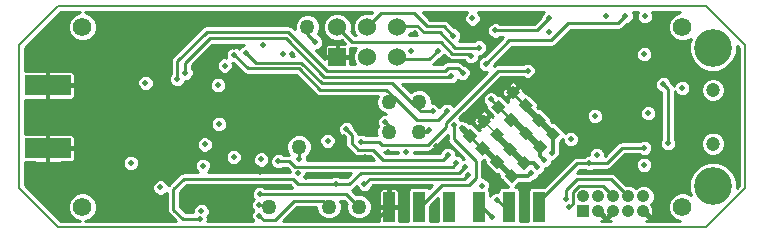
<source format=gbl>
G04 (created by PCBNEW-RS274X (2010-12-28 BZR 2695)-testing) date Sun Apr 24 11:48:03 2011*
G01*
G70*
G90*
%MOIN*%
G04 Gerber Fmt 3.4, Leading zero omitted, Abs format*
%FSLAX34Y34*%
G04 APERTURE LIST*
%ADD10C,0.008000*%
%ADD11R,0.157500X0.068900*%
%ADD12R,0.040000X0.100000*%
%ADD13R,0.060000X0.060000*%
%ADD14C,0.060000*%
%ADD15C,0.062000*%
%ADD16R,0.042000X0.042000*%
%ADD17C,0.042000*%
%ADD18C,0.023600*%
%ADD19C,0.019700*%
%ADD20C,0.050000*%
%ADD21C,0.047200*%
%ADD22C,0.126000*%
%ADD23C,0.020000*%
%ADD24C,0.010000*%
%ADD25C,0.014000*%
%ADD26C,0.020000*%
%ADD27C,0.050000*%
G04 APERTURE END LIST*
G54D10*
X19200Y-14320D02*
X40800Y-14320D01*
X40800Y-21680D02*
X19200Y-21680D01*
X17900Y-20380D02*
X17900Y-15620D01*
X42100Y-20380D02*
X42100Y-15620D01*
X17900Y-20380D02*
X19200Y-21680D01*
X42100Y-20380D02*
X40800Y-21680D01*
X42100Y-15620D02*
X40800Y-14320D01*
X17900Y-15620D02*
X19200Y-14320D01*
G54D11*
X18837Y-19049D03*
X18837Y-16951D03*
G54D12*
X30220Y-21000D03*
X31220Y-21000D03*
X32220Y-21000D03*
X33220Y-21000D03*
X34220Y-21000D03*
X35220Y-21000D03*
G54D13*
X28500Y-16000D03*
G54D14*
X28500Y-15000D03*
X29500Y-16000D03*
X29500Y-15000D03*
X30500Y-16000D03*
X30500Y-15000D03*
G54D15*
X20000Y-15000D03*
X40000Y-15000D03*
X40000Y-21000D03*
X20000Y-21000D03*
G54D10*
G36*
X34308Y-19732D02*
X34548Y-19972D01*
X34308Y-20212D01*
X34068Y-19972D01*
X34308Y-19732D01*
X34308Y-19732D01*
G37*
G36*
X34732Y-19308D02*
X34972Y-19548D01*
X34732Y-19788D01*
X34492Y-19548D01*
X34732Y-19308D01*
X34732Y-19308D01*
G37*
G36*
X33828Y-19252D02*
X34068Y-19492D01*
X33828Y-19732D01*
X33588Y-19492D01*
X33828Y-19252D01*
X33828Y-19252D01*
G37*
G36*
X34252Y-18828D02*
X34492Y-19068D01*
X34252Y-19308D01*
X34012Y-19068D01*
X34252Y-18828D01*
X34252Y-18828D01*
G37*
G36*
X35268Y-18772D02*
X35508Y-19012D01*
X35268Y-19252D01*
X35028Y-19012D01*
X35268Y-18772D01*
X35268Y-18772D01*
G37*
G36*
X35692Y-18348D02*
X35932Y-18588D01*
X35692Y-18828D01*
X35452Y-18588D01*
X35692Y-18348D01*
X35692Y-18348D01*
G37*
G36*
X34788Y-18292D02*
X35028Y-18532D01*
X34788Y-18772D01*
X34548Y-18532D01*
X34788Y-18292D01*
X34788Y-18292D01*
G37*
G36*
X35212Y-17868D02*
X35452Y-18108D01*
X35212Y-18348D01*
X34972Y-18108D01*
X35212Y-17868D01*
X35212Y-17868D01*
G37*
G54D16*
X36700Y-21150D03*
G54D17*
X36700Y-20650D03*
X37200Y-21150D03*
X37200Y-20650D03*
X37700Y-21150D03*
X37700Y-20650D03*
X38200Y-21150D03*
X38200Y-20650D03*
X38700Y-21150D03*
X38700Y-20650D03*
G54D10*
G36*
X33148Y-18628D02*
X32908Y-18868D01*
X32668Y-18628D01*
X32908Y-18388D01*
X33148Y-18628D01*
X33148Y-18628D01*
G37*
G36*
X33572Y-19052D02*
X33332Y-19292D01*
X33092Y-19052D01*
X33332Y-18812D01*
X33572Y-19052D01*
X33572Y-19052D01*
G37*
G36*
X33244Y-18914D02*
X33194Y-18964D01*
X32996Y-18766D01*
X33046Y-18716D01*
X33244Y-18914D01*
X33244Y-18914D01*
G37*
G36*
X33628Y-18148D02*
X33388Y-18388D01*
X33148Y-18148D01*
X33388Y-17908D01*
X33628Y-18148D01*
X33628Y-18148D01*
G37*
G36*
X34052Y-18572D02*
X33812Y-18812D01*
X33572Y-18572D01*
X33812Y-18332D01*
X34052Y-18572D01*
X34052Y-18572D01*
G37*
G36*
X33724Y-18434D02*
X33674Y-18484D01*
X33476Y-18286D01*
X33526Y-18236D01*
X33724Y-18434D01*
X33724Y-18434D01*
G37*
G36*
X34108Y-17668D02*
X33868Y-17908D01*
X33628Y-17668D01*
X33868Y-17428D01*
X34108Y-17668D01*
X34108Y-17668D01*
G37*
G36*
X34532Y-18092D02*
X34292Y-18332D01*
X34052Y-18092D01*
X34292Y-17852D01*
X34532Y-18092D01*
X34532Y-18092D01*
G37*
G36*
X34204Y-17954D02*
X34154Y-18004D01*
X33956Y-17806D01*
X34006Y-17756D01*
X34204Y-17954D01*
X34204Y-17954D01*
G37*
G36*
X34588Y-17188D02*
X34348Y-17428D01*
X34108Y-17188D01*
X34348Y-16948D01*
X34588Y-17188D01*
X34588Y-17188D01*
G37*
G36*
X35012Y-17612D02*
X34772Y-17852D01*
X34532Y-17612D01*
X34772Y-17372D01*
X35012Y-17612D01*
X35012Y-17612D01*
G37*
G36*
X34684Y-17474D02*
X34634Y-17524D01*
X34436Y-17326D01*
X34486Y-17276D01*
X34684Y-17474D01*
X34684Y-17474D01*
G37*
G54D18*
X26231Y-17640D03*
X25581Y-17640D03*
X25581Y-16990D03*
X26231Y-16990D03*
X26881Y-16990D03*
X26881Y-17640D03*
X26881Y-18290D03*
X26231Y-18290D03*
X25581Y-18290D03*
G54D19*
X23306Y-17872D03*
X23011Y-18167D03*
X23601Y-18167D03*
X23601Y-17577D03*
X23011Y-17577D03*
G54D18*
X24940Y-20940D03*
X24743Y-21235D03*
X25137Y-21235D03*
X25137Y-20664D03*
X24743Y-20664D03*
G54D20*
X26220Y-21000D03*
X29220Y-21000D03*
X28220Y-21000D03*
X27220Y-19000D03*
X27500Y-15000D03*
X30220Y-17500D03*
X31220Y-17500D03*
X31220Y-18500D03*
X30220Y-18500D03*
G54D21*
X41017Y-17104D03*
X41017Y-18896D03*
G54D22*
X41017Y-15697D03*
X41017Y-20303D03*
G54D23*
X25900Y-20940D03*
X28170Y-18800D03*
X26030Y-15620D03*
X26690Y-15920D03*
X24550Y-18240D03*
X25960Y-19420D03*
X25040Y-19340D03*
X24520Y-16950D03*
X24740Y-16290D03*
X25060Y-15940D03*
X32150Y-17800D03*
X25460Y-15870D03*
X31670Y-17820D03*
X31540Y-18440D03*
X30090Y-18180D03*
X23434Y-16530D03*
X32290Y-16630D03*
X27220Y-19390D03*
X27760Y-15510D03*
X32670Y-16530D03*
X23160Y-16750D03*
X35560Y-14720D03*
X33760Y-15120D03*
X32390Y-18260D03*
X32180Y-19270D03*
X28790Y-18410D03*
X33440Y-16240D03*
X38100Y-14640D03*
X23967Y-21142D03*
X25900Y-21300D03*
X39990Y-17040D03*
X37140Y-19260D03*
X38860Y-17880D03*
X34950Y-19880D03*
X35640Y-19190D03*
X35390Y-19440D03*
X35160Y-19670D03*
X22598Y-20354D03*
X25910Y-20580D03*
X22100Y-16870D03*
X21610Y-19540D03*
X24080Y-18920D03*
X24010Y-19630D03*
X27190Y-19885D03*
X33620Y-17420D03*
X32660Y-18380D03*
X37080Y-17970D03*
X33310Y-20290D03*
X36280Y-18750D03*
X38750Y-14640D03*
X38730Y-15910D03*
X37460Y-14640D03*
X30780Y-19180D03*
X30960Y-15820D03*
X33000Y-14720D03*
X38720Y-19600D03*
X35560Y-15180D03*
X21890Y-16120D03*
X20910Y-15820D03*
X20590Y-14650D03*
X23520Y-14880D03*
X23005Y-19080D03*
X22995Y-19475D03*
X23120Y-19872D03*
X27180Y-21060D03*
X27440Y-20000D03*
X25925Y-19823D03*
X20846Y-21014D03*
X22028Y-20551D03*
X22146Y-21358D03*
X20545Y-17450D03*
X21340Y-17390D03*
X21645Y-18455D03*
X20710Y-19630D03*
X19810Y-18800D03*
X21040Y-18520D03*
X23710Y-19760D03*
X19340Y-14640D03*
X18220Y-16430D03*
X18220Y-15760D03*
X19440Y-15630D03*
X19905Y-16705D03*
X18835Y-16430D03*
X18840Y-19570D03*
X36840Y-15240D03*
X36270Y-17540D03*
X33610Y-20480D03*
X28720Y-18680D03*
X25060Y-15660D03*
X26980Y-15920D03*
X38860Y-17440D03*
X37490Y-18200D03*
X26180Y-14820D03*
X21760Y-14780D03*
X23770Y-16350D03*
X20960Y-16780D03*
X19570Y-20370D03*
X18230Y-20240D03*
X18230Y-19570D03*
X19340Y-21350D03*
X33120Y-16760D03*
X22460Y-17250D03*
X22680Y-17090D03*
X22300Y-18460D03*
X21620Y-19950D03*
X22480Y-19950D03*
X24040Y-16930D03*
X24340Y-17200D03*
X24780Y-18960D03*
X25060Y-19820D03*
X27660Y-19200D03*
X31800Y-20940D03*
X28700Y-19080D03*
X29420Y-19340D03*
X30180Y-19180D03*
X31800Y-18980D03*
X33140Y-17900D03*
X34100Y-16940D03*
X19900Y-17320D03*
X21700Y-16870D03*
X31070Y-15220D03*
X31590Y-14720D03*
X33480Y-15340D03*
X35240Y-16060D03*
X38000Y-19610D03*
X39990Y-19790D03*
X33640Y-21330D03*
X36110Y-20740D03*
X31840Y-15790D03*
X33830Y-20760D03*
X26530Y-19480D03*
X32460Y-19550D03*
X32950Y-15970D03*
X36230Y-21010D03*
X39355Y-16910D03*
X39520Y-18885D03*
X29400Y-20230D03*
X32840Y-19950D03*
X33220Y-15690D03*
X32360Y-15290D03*
X29290Y-18840D03*
X34840Y-16460D03*
X38730Y-19030D03*
X36890Y-19550D03*
X23907Y-21407D03*
X32750Y-19670D03*
X28440Y-20240D03*
G54D24*
X25900Y-20940D02*
X26160Y-20940D01*
X26160Y-20940D02*
X26220Y-21000D01*
X30220Y-17500D02*
X30221Y-17500D01*
X30221Y-17500D02*
X30383Y-17338D01*
X31150Y-18105D02*
X31845Y-18105D01*
X25060Y-15940D02*
X25505Y-16385D01*
X25505Y-16385D02*
X27205Y-16385D01*
X27205Y-16385D02*
X27910Y-17090D01*
X27910Y-17090D02*
X30135Y-17090D01*
X30135Y-17090D02*
X30383Y-17338D01*
X30383Y-17338D02*
X31150Y-18105D01*
X31845Y-18105D02*
X32150Y-17800D01*
X25790Y-16200D02*
X27290Y-16200D01*
X25460Y-15870D02*
X25790Y-16200D01*
X30330Y-16880D02*
X27970Y-16880D01*
X27290Y-16200D02*
X27970Y-16880D01*
X31095Y-17645D02*
X30330Y-16880D01*
X31220Y-17500D02*
X31220Y-17520D01*
X31220Y-17520D02*
X31095Y-17645D01*
X31270Y-17820D02*
X31095Y-17645D01*
X31670Y-17820D02*
X31270Y-17820D01*
X31220Y-18500D02*
X31480Y-18500D01*
X31480Y-18500D02*
X31540Y-18440D01*
X30220Y-18500D02*
X30220Y-18310D01*
X30220Y-18310D02*
X30090Y-18180D01*
X28062Y-16672D02*
X32248Y-16672D01*
X26772Y-15382D02*
X28062Y-16672D01*
X24238Y-15382D02*
X26772Y-15382D01*
X23430Y-16190D02*
X24238Y-15382D01*
X32290Y-16630D02*
X32248Y-16672D01*
X23430Y-16526D02*
X23430Y-16190D01*
X23430Y-16526D02*
X23434Y-16530D01*
X27220Y-19390D02*
X27220Y-19000D01*
X27500Y-15000D02*
X27500Y-15250D01*
X27500Y-15250D02*
X27760Y-15510D01*
X28160Y-16470D02*
X32070Y-16470D01*
X32170Y-16370D02*
X32070Y-16470D01*
X32510Y-16370D02*
X32170Y-16370D01*
X32670Y-16530D02*
X32510Y-16370D01*
X23160Y-16750D02*
X23160Y-16140D01*
X26852Y-15162D02*
X28160Y-16470D01*
X24138Y-15162D02*
X26852Y-15162D01*
X23160Y-16140D02*
X24138Y-15162D01*
X35560Y-14720D02*
X35160Y-15120D01*
X35160Y-15120D02*
X33760Y-15120D01*
X32390Y-18750D02*
X32390Y-18260D01*
X31220Y-21000D02*
X31240Y-21000D01*
X33110Y-19470D02*
X32390Y-18750D01*
X33110Y-20050D02*
X33110Y-19470D01*
X32900Y-20260D02*
X33110Y-20050D01*
X31980Y-20260D02*
X32900Y-20260D01*
X31240Y-21000D02*
X31980Y-20260D01*
X32010Y-19440D02*
X32180Y-19270D01*
X30020Y-19440D02*
X32010Y-19440D01*
X29670Y-19090D02*
X30020Y-19440D01*
X29190Y-19090D02*
X29670Y-19090D01*
X28970Y-18870D02*
X29190Y-19090D01*
X28970Y-18590D02*
X28970Y-18870D01*
X28790Y-18410D02*
X28970Y-18590D01*
X34230Y-15450D02*
X33440Y-16240D01*
X35630Y-15450D02*
X34230Y-15450D01*
X36200Y-14880D02*
X35630Y-15450D01*
X37860Y-14880D02*
X36200Y-14880D01*
X38100Y-14640D02*
X37860Y-14880D01*
X28017Y-20797D02*
X27058Y-20797D01*
X28220Y-21000D02*
X28017Y-20797D01*
X26047Y-21447D02*
X25900Y-21300D01*
X26408Y-21447D02*
X26047Y-21447D01*
X27058Y-20797D02*
X26408Y-21447D01*
G54D25*
X34308Y-19972D02*
X34858Y-19972D01*
X34858Y-19972D02*
X34950Y-19880D01*
G54D26*
X33828Y-19492D02*
X34308Y-19972D01*
X33332Y-19052D02*
X33388Y-19052D01*
X33388Y-19052D02*
X33828Y-19492D01*
G54D25*
X35692Y-19138D02*
X35692Y-18588D01*
X35640Y-19190D02*
X35692Y-19138D01*
G54D26*
X35212Y-18108D02*
X35692Y-18588D01*
X34772Y-17612D02*
X34772Y-17668D01*
X34772Y-17668D02*
X35212Y-18108D01*
G54D25*
X35268Y-19318D02*
X35268Y-19012D01*
X35390Y-19440D02*
X35268Y-19318D01*
G54D26*
X34788Y-18532D02*
X35268Y-19012D01*
X34292Y-18092D02*
X34348Y-18092D01*
X34348Y-18092D02*
X34788Y-18532D01*
G54D25*
X35038Y-19548D02*
X34732Y-19548D01*
X35160Y-19670D02*
X35038Y-19548D01*
G54D26*
X34252Y-19068D02*
X34732Y-19548D01*
X33812Y-18572D02*
X33812Y-18628D01*
X33812Y-18628D02*
X34252Y-19068D01*
G54D24*
X25910Y-20580D02*
X28800Y-20580D01*
X28800Y-20580D02*
X29220Y-21000D01*
X33620Y-17420D02*
X33868Y-17668D01*
G54D26*
X32660Y-18380D02*
X32908Y-18628D01*
G54D24*
X30220Y-21000D02*
X29822Y-21398D01*
X27518Y-21398D02*
X27180Y-21060D01*
X29822Y-21398D02*
X27518Y-21398D01*
G54D27*
X24940Y-20940D02*
X24940Y-20861D01*
X24940Y-20861D02*
X25137Y-20664D01*
X23306Y-17872D02*
X23601Y-18167D01*
X25137Y-20664D02*
X25137Y-21235D01*
X25137Y-21235D02*
X24743Y-21235D01*
X24743Y-21235D02*
X24743Y-20664D01*
X24743Y-20664D02*
X25137Y-20664D01*
G54D24*
X18837Y-16432D02*
X18837Y-16951D01*
X18837Y-16432D02*
X18835Y-16430D01*
X18837Y-19567D02*
X18840Y-19570D01*
X18837Y-19049D02*
X18837Y-19567D01*
G54D26*
X33140Y-17900D02*
X33388Y-18148D01*
X34100Y-16940D02*
X34348Y-17188D01*
G54D27*
X23011Y-18167D02*
X23011Y-17577D01*
X23601Y-18167D02*
X23011Y-18167D01*
X23601Y-17577D02*
X23601Y-18167D01*
X23011Y-17577D02*
X23601Y-17577D01*
X25581Y-16990D02*
X25581Y-17640D01*
X26231Y-17640D02*
X26231Y-16990D01*
X26231Y-17640D02*
X26231Y-18290D01*
X26231Y-17640D02*
X26881Y-17640D01*
X25581Y-17640D02*
X26231Y-17640D01*
X25581Y-18290D02*
X25581Y-17640D01*
X26231Y-18290D02*
X25581Y-18290D01*
X26881Y-18290D02*
X26231Y-18290D01*
X26881Y-17640D02*
X26881Y-18290D01*
X26881Y-16990D02*
X26881Y-17640D01*
X26231Y-16990D02*
X26881Y-16990D01*
X25581Y-16990D02*
X26231Y-16990D01*
G54D24*
X33310Y-21000D02*
X33220Y-21000D01*
X33640Y-21330D02*
X33310Y-21000D01*
X36110Y-20740D02*
X36110Y-20440D01*
X37630Y-20080D02*
X38200Y-20650D01*
X36470Y-20080D02*
X37630Y-20080D01*
X36110Y-20440D02*
X36470Y-20080D01*
X30580Y-16080D02*
X30500Y-16000D01*
X31550Y-16080D02*
X30580Y-16080D01*
X31840Y-15790D02*
X31550Y-16080D01*
X34070Y-21000D02*
X34220Y-21000D01*
X33830Y-20760D02*
X34070Y-21000D01*
X32460Y-19550D02*
X32350Y-19660D01*
X32350Y-19660D02*
X27080Y-19660D01*
X27080Y-19660D02*
X26900Y-19480D01*
X26900Y-19480D02*
X26530Y-19480D01*
X29000Y-15500D02*
X28500Y-15000D01*
X31940Y-15500D02*
X29000Y-15500D01*
X32330Y-15890D02*
X31940Y-15500D01*
X32870Y-15890D02*
X32330Y-15890D01*
X32950Y-15970D02*
X32870Y-15890D01*
X36230Y-21010D02*
X36350Y-20890D01*
X37340Y-20290D02*
X37700Y-20650D01*
X36550Y-20290D02*
X37340Y-20290D01*
X36350Y-20490D02*
X36550Y-20290D01*
X36350Y-20890D02*
X36350Y-20490D01*
X39355Y-16910D02*
X39520Y-17075D01*
X39520Y-17075D02*
X39520Y-18885D01*
X29570Y-20060D02*
X29400Y-20230D01*
X32730Y-20060D02*
X29570Y-20060D01*
X32840Y-19950D02*
X32730Y-20060D01*
X33220Y-15690D02*
X32420Y-15690D01*
X31160Y-14970D02*
X30530Y-14970D01*
X30500Y-15000D02*
X30530Y-14970D01*
X31370Y-15180D02*
X31160Y-14970D01*
X31910Y-15180D02*
X31370Y-15180D01*
X32420Y-15690D02*
X31910Y-15180D01*
X29960Y-14540D02*
X31060Y-14540D01*
X29500Y-15000D02*
X29960Y-14540D01*
X32050Y-14980D02*
X32360Y-15290D01*
X31500Y-14980D02*
X32050Y-14980D01*
X31060Y-14540D02*
X31500Y-14980D01*
X29290Y-18840D02*
X29873Y-18840D01*
X33869Y-16460D02*
X34840Y-16460D01*
X33869Y-16460D02*
X33850Y-16460D01*
X32106Y-18204D02*
X33850Y-16460D01*
X32106Y-18346D02*
X32106Y-18204D01*
X31505Y-18947D02*
X32106Y-18346D01*
X29980Y-18947D02*
X31505Y-18947D01*
X29873Y-18840D02*
X29980Y-18947D01*
X36890Y-19550D02*
X37470Y-19550D01*
X37990Y-19030D02*
X38730Y-19030D01*
X37470Y-19550D02*
X37990Y-19030D01*
X35220Y-21000D02*
X35220Y-20810D01*
X35220Y-20810D02*
X36480Y-19550D01*
X36480Y-19550D02*
X36890Y-19550D01*
X23907Y-21407D02*
X23347Y-21407D01*
X27190Y-20240D02*
X28440Y-20240D01*
X27010Y-20060D02*
X27190Y-20240D01*
X23390Y-20060D02*
X27010Y-20060D01*
X23030Y-20420D02*
X23390Y-20060D01*
X23030Y-21090D02*
X23030Y-20420D01*
X23347Y-21407D02*
X23030Y-21090D01*
X28440Y-20240D02*
X28900Y-20240D01*
X32560Y-19860D02*
X32750Y-19670D01*
X29280Y-19860D02*
X32560Y-19860D01*
X28900Y-20240D02*
X29280Y-19860D01*
X24939Y-20897D02*
X24939Y-20897D01*
X24940Y-20897D02*
X24940Y-20897D01*
X24934Y-20977D02*
X24945Y-20977D01*
X23481Y-20280D02*
X26918Y-20280D01*
X23401Y-20360D02*
X25749Y-20360D01*
X23321Y-20440D02*
X24641Y-20440D01*
X24838Y-20440D02*
X25035Y-20440D01*
X25232Y-20440D02*
X25676Y-20440D01*
X23250Y-20520D02*
X24642Y-20520D01*
X24845Y-20520D02*
X24872Y-20520D01*
X24872Y-20520D02*
X25036Y-20520D01*
X25239Y-20520D02*
X25266Y-20520D01*
X25266Y-20520D02*
X25642Y-20520D01*
X23250Y-20600D02*
X24508Y-20600D01*
X24636Y-20600D02*
X24722Y-20600D01*
X24765Y-20600D02*
X24849Y-20600D01*
X25030Y-20600D02*
X25116Y-20600D01*
X25159Y-20600D02*
X25243Y-20600D01*
X25375Y-20600D02*
X25640Y-20600D01*
X23250Y-20680D02*
X24501Y-20680D01*
X24685Y-20680D02*
X24701Y-20680D01*
X24701Y-20680D02*
X24769Y-20680D01*
X25110Y-20680D02*
X25196Y-20680D01*
X25382Y-20680D02*
X25660Y-20680D01*
X23250Y-20760D02*
X24517Y-20760D01*
X24605Y-20760D02*
X24689Y-20760D01*
X25190Y-20760D02*
X25276Y-20760D01*
X25361Y-20760D02*
X25383Y-20760D01*
X25383Y-20760D02*
X25699Y-20760D01*
X23250Y-20840D02*
X24615Y-20840D01*
X25266Y-20840D02*
X25383Y-20840D01*
X25383Y-20840D02*
X25649Y-20840D01*
X23250Y-20920D02*
X23808Y-20920D01*
X24126Y-20920D02*
X24695Y-20920D01*
X25181Y-20920D02*
X25383Y-20920D01*
X25383Y-20920D02*
X25630Y-20920D01*
X23251Y-21000D02*
X23734Y-21000D01*
X24200Y-21000D02*
X24667Y-21000D01*
X25198Y-21000D02*
X25383Y-21000D01*
X25383Y-21000D02*
X25633Y-21000D01*
X23331Y-21080D02*
X23700Y-21080D01*
X24233Y-21080D02*
X24631Y-21080D01*
X25249Y-21080D02*
X25266Y-21080D01*
X25266Y-21080D02*
X25383Y-21080D01*
X25383Y-21080D02*
X25667Y-21080D01*
X23411Y-21160D02*
X23697Y-21160D01*
X24237Y-21160D02*
X24512Y-21160D01*
X24625Y-21160D02*
X24711Y-21160D01*
X25170Y-21160D02*
X25254Y-21160D01*
X25372Y-21160D02*
X25383Y-21160D01*
X25383Y-21160D02*
X25666Y-21160D01*
X24219Y-21240D02*
X24500Y-21240D01*
X24696Y-21240D02*
X24701Y-21240D01*
X24701Y-21240D02*
X24791Y-21240D01*
X25090Y-21240D02*
X25185Y-21240D01*
X25381Y-21240D02*
X25383Y-21240D01*
X25383Y-21240D02*
X25632Y-21240D01*
X24170Y-21320D02*
X24512Y-21320D01*
X24616Y-21320D02*
X24700Y-21320D01*
X24785Y-21320D02*
X24871Y-21320D01*
X25009Y-21320D02*
X25094Y-21320D01*
X25179Y-21320D02*
X25265Y-21320D01*
X25365Y-21320D02*
X25383Y-21320D01*
X25383Y-21320D02*
X25630Y-21320D01*
X24177Y-21400D02*
X24620Y-21400D01*
X24865Y-21400D02*
X25014Y-21400D01*
X25259Y-21400D02*
X25383Y-21400D01*
X25383Y-21400D02*
X25650Y-21400D01*
X26960Y-15881D02*
X26960Y-15881D01*
X26960Y-15961D02*
X27040Y-15961D01*
X27460Y-19880D02*
X28948Y-19880D01*
X27451Y-19960D02*
X28868Y-19960D01*
X19291Y-14520D02*
X19905Y-14520D01*
X20096Y-14520D02*
X29668Y-14520D01*
X19211Y-14600D02*
X19721Y-14600D01*
X20278Y-14600D02*
X27368Y-14600D01*
X27632Y-14600D02*
X28236Y-14600D01*
X28762Y-14600D02*
X29236Y-14600D01*
X19131Y-14680D02*
X19641Y-14680D01*
X20358Y-14680D02*
X27226Y-14680D01*
X27773Y-14680D02*
X28155Y-14680D01*
X28845Y-14680D02*
X29155Y-14680D01*
X19051Y-14760D02*
X19579Y-14760D01*
X20419Y-14760D02*
X27146Y-14760D01*
X27853Y-14760D02*
X28090Y-14760D01*
X28909Y-14760D02*
X29090Y-14760D01*
X18971Y-14840D02*
X19546Y-14840D01*
X20453Y-14840D02*
X27111Y-14840D01*
X27888Y-14840D02*
X28057Y-14840D01*
X28942Y-14840D02*
X29057Y-14840D01*
X18891Y-14920D02*
X19520Y-14920D01*
X20480Y-14920D02*
X27080Y-14920D01*
X27920Y-14920D02*
X28030Y-14920D01*
X28970Y-14920D02*
X29030Y-14920D01*
X18811Y-15000D02*
X19520Y-15000D01*
X20480Y-15000D02*
X23991Y-15000D01*
X26998Y-15000D02*
X27080Y-15000D01*
X27920Y-15000D02*
X28030Y-15000D01*
X28970Y-15000D02*
X29030Y-15000D01*
X18731Y-15080D02*
X19520Y-15080D01*
X20480Y-15080D02*
X23908Y-15080D01*
X27920Y-15080D02*
X28030Y-15080D01*
X28970Y-15080D02*
X29030Y-15080D01*
X18651Y-15160D02*
X19547Y-15160D01*
X20454Y-15160D02*
X23828Y-15160D01*
X27889Y-15160D02*
X28058Y-15160D01*
X28971Y-15160D02*
X29058Y-15160D01*
X18571Y-15240D02*
X19581Y-15240D01*
X20421Y-15240D02*
X23748Y-15240D01*
X27854Y-15240D02*
X28091Y-15240D01*
X29051Y-15240D02*
X29091Y-15240D01*
X18491Y-15320D02*
X19642Y-15320D01*
X20359Y-15320D02*
X23668Y-15320D01*
X27951Y-15320D02*
X28155Y-15320D01*
X18411Y-15400D02*
X19722Y-15400D01*
X20279Y-15400D02*
X23588Y-15400D01*
X28006Y-15400D02*
X28238Y-15400D01*
X18331Y-15480D02*
X23508Y-15480D01*
X28030Y-15480D02*
X28669Y-15480D01*
X18251Y-15560D02*
X23428Y-15560D01*
X28030Y-15560D02*
X28749Y-15560D01*
X18171Y-15640D02*
X23348Y-15640D01*
X24291Y-15640D02*
X25310Y-15640D01*
X27998Y-15640D02*
X28084Y-15640D01*
X28470Y-15640D02*
X28530Y-15640D01*
X18100Y-15720D02*
X23268Y-15720D01*
X24211Y-15720D02*
X24899Y-15720D01*
X25221Y-15720D02*
X25230Y-15720D01*
X27931Y-15720D02*
X28071Y-15720D01*
X28470Y-15720D02*
X28530Y-15720D01*
X28929Y-15720D02*
X28996Y-15720D01*
X29000Y-15720D02*
X29115Y-15720D01*
X18100Y-15800D02*
X23188Y-15800D01*
X24131Y-15800D02*
X24826Y-15800D01*
X27801Y-15800D02*
X28070Y-15800D01*
X28470Y-15800D02*
X28530Y-15800D01*
X28929Y-15800D02*
X29074Y-15800D01*
X18100Y-15880D02*
X23108Y-15880D01*
X24051Y-15880D02*
X24792Y-15880D01*
X27881Y-15880D02*
X28070Y-15880D01*
X28470Y-15880D02*
X28530Y-15880D01*
X28929Y-15880D02*
X29040Y-15880D01*
X18100Y-15960D02*
X23028Y-15960D01*
X23971Y-15960D02*
X24790Y-15960D01*
X27961Y-15960D02*
X28092Y-15960D01*
X28470Y-15960D02*
X28530Y-15960D01*
X28908Y-15960D02*
X29030Y-15960D01*
X18100Y-16040D02*
X22967Y-16040D01*
X23891Y-16040D02*
X24638Y-16040D01*
X28041Y-16040D02*
X28092Y-16040D01*
X28908Y-16040D02*
X29030Y-16040D01*
X18100Y-16120D02*
X22943Y-16120D01*
X23811Y-16120D02*
X24529Y-16120D01*
X28930Y-16120D02*
X29042Y-16120D01*
X18100Y-16200D02*
X22940Y-16200D01*
X23731Y-16200D02*
X24485Y-16200D01*
X28930Y-16200D02*
X29074Y-16200D01*
X18100Y-16280D02*
X22940Y-16280D01*
X23651Y-16280D02*
X24470Y-16280D01*
X25010Y-16280D02*
X25089Y-16280D01*
X18100Y-16360D02*
X22940Y-16360D01*
X23650Y-16360D02*
X24478Y-16360D01*
X25004Y-16360D02*
X25169Y-16360D01*
X18100Y-16440D02*
X22940Y-16440D01*
X23688Y-16440D02*
X24511Y-16440D01*
X24970Y-16440D02*
X25249Y-16440D01*
X18807Y-16520D02*
X18867Y-16520D01*
X19719Y-16520D02*
X22940Y-16520D01*
X23704Y-16520D02*
X24592Y-16520D01*
X24890Y-16520D02*
X25329Y-16520D01*
X18807Y-16600D02*
X18867Y-16600D01*
X19753Y-16600D02*
X22047Y-16600D01*
X22154Y-16600D02*
X22930Y-16600D01*
X23698Y-16600D02*
X25481Y-16600D01*
X18807Y-16680D02*
X18867Y-16680D01*
X19753Y-16680D02*
X21909Y-16680D01*
X22291Y-16680D02*
X22896Y-16680D01*
X23664Y-16680D02*
X24467Y-16680D01*
X24574Y-16680D02*
X27188Y-16680D01*
X18807Y-16760D02*
X18867Y-16760D01*
X19753Y-16760D02*
X21853Y-16760D01*
X22346Y-16760D02*
X22890Y-16760D01*
X23584Y-16760D02*
X24329Y-16760D01*
X24711Y-16760D02*
X25493Y-16760D01*
X25658Y-16760D02*
X26143Y-16760D01*
X26308Y-16760D02*
X26793Y-16760D01*
X26958Y-16760D02*
X27268Y-16760D01*
X18807Y-16840D02*
X18867Y-16840D01*
X19753Y-16840D02*
X21830Y-16840D01*
X22370Y-16840D02*
X22906Y-16840D01*
X23415Y-16840D02*
X24273Y-16840D01*
X24766Y-16840D02*
X25474Y-16840D01*
X25689Y-16840D02*
X25710Y-16840D01*
X25710Y-16840D02*
X26124Y-16840D01*
X26339Y-16840D02*
X26360Y-16840D01*
X26360Y-16840D02*
X26774Y-16840D01*
X26989Y-16840D02*
X27010Y-16840D01*
X27010Y-16840D02*
X27348Y-16840D01*
X18807Y-16920D02*
X18867Y-16920D01*
X19723Y-16920D02*
X19754Y-16920D01*
X19754Y-16920D02*
X21830Y-16920D01*
X22370Y-16920D02*
X22949Y-16920D01*
X23371Y-16920D02*
X24250Y-16920D01*
X24790Y-16920D02*
X25348Y-16920D01*
X25468Y-16920D02*
X25554Y-16920D01*
X25609Y-16920D02*
X25693Y-16920D01*
X25818Y-16920D02*
X25998Y-16920D01*
X26118Y-16920D02*
X26204Y-16920D01*
X26259Y-16920D02*
X26343Y-16920D01*
X26468Y-16920D02*
X26648Y-16920D01*
X26768Y-16920D02*
X26854Y-16920D01*
X26909Y-16920D02*
X26993Y-16920D01*
X27118Y-16920D02*
X27428Y-16920D01*
X18807Y-17000D02*
X18867Y-17000D01*
X19741Y-17000D02*
X19754Y-17000D01*
X19754Y-17000D02*
X21862Y-17000D01*
X22338Y-17000D02*
X22370Y-17000D01*
X22370Y-17000D02*
X23059Y-17000D01*
X23262Y-17000D02*
X24250Y-17000D01*
X24790Y-17000D02*
X25339Y-17000D01*
X25529Y-17000D02*
X25539Y-17000D01*
X25539Y-17000D02*
X25634Y-17000D01*
X25825Y-17000D02*
X25989Y-17000D01*
X26179Y-17000D02*
X26189Y-17000D01*
X26189Y-17000D02*
X26284Y-17000D01*
X26475Y-17000D02*
X26639Y-17000D01*
X26829Y-17000D02*
X26839Y-17000D01*
X26839Y-17000D02*
X26934Y-17000D01*
X27125Y-17000D02*
X27508Y-17000D01*
X18807Y-17080D02*
X18867Y-17080D01*
X19754Y-17080D02*
X19754Y-17080D01*
X19754Y-17080D02*
X21929Y-17080D01*
X22271Y-17080D02*
X22370Y-17080D01*
X22370Y-17080D02*
X24282Y-17080D01*
X24758Y-17080D02*
X24790Y-17080D01*
X24790Y-17080D02*
X25353Y-17080D01*
X25449Y-17080D02*
X25533Y-17080D01*
X25628Y-17080D02*
X25714Y-17080D01*
X25807Y-17080D02*
X25827Y-17080D01*
X25827Y-17080D02*
X26003Y-17080D01*
X26099Y-17080D02*
X26183Y-17080D01*
X26278Y-17080D02*
X26364Y-17080D01*
X26457Y-17080D02*
X26477Y-17080D01*
X26477Y-17080D02*
X26653Y-17080D01*
X26749Y-17080D02*
X26833Y-17080D01*
X26928Y-17080D02*
X27014Y-17080D01*
X27107Y-17080D02*
X27127Y-17080D01*
X27127Y-17080D02*
X27588Y-17080D01*
X18807Y-17160D02*
X18867Y-17160D01*
X19754Y-17160D02*
X19754Y-17160D01*
X19754Y-17160D02*
X22370Y-17160D01*
X22370Y-17160D02*
X24349Y-17160D01*
X24691Y-17160D02*
X24790Y-17160D01*
X24790Y-17160D02*
X25453Y-17160D01*
X25708Y-17160D02*
X25827Y-17160D01*
X25827Y-17160D02*
X26103Y-17160D01*
X26358Y-17160D02*
X26477Y-17160D01*
X26477Y-17160D02*
X26753Y-17160D01*
X27008Y-17160D02*
X27127Y-17160D01*
X27127Y-17160D02*
X27668Y-17160D01*
X18807Y-17240D02*
X18867Y-17240D01*
X19754Y-17240D02*
X19754Y-17240D01*
X19754Y-17240D02*
X22370Y-17240D01*
X22370Y-17240D02*
X24790Y-17240D01*
X24790Y-17240D02*
X25710Y-17240D01*
X25710Y-17240D02*
X25827Y-17240D01*
X25827Y-17240D02*
X26360Y-17240D01*
X26360Y-17240D02*
X26477Y-17240D01*
X26477Y-17240D02*
X27010Y-17240D01*
X27010Y-17240D02*
X27127Y-17240D01*
X27127Y-17240D02*
X27748Y-17240D01*
X18807Y-17320D02*
X18867Y-17320D01*
X19753Y-17320D02*
X19754Y-17320D01*
X19754Y-17320D02*
X22370Y-17320D01*
X22370Y-17320D02*
X24790Y-17320D01*
X24790Y-17320D02*
X25710Y-17320D01*
X25710Y-17320D02*
X25827Y-17320D01*
X25827Y-17320D02*
X26360Y-17320D01*
X26360Y-17320D02*
X26477Y-17320D01*
X26477Y-17320D02*
X27010Y-17320D01*
X27010Y-17320D02*
X27127Y-17320D01*
X27127Y-17320D02*
X29839Y-17320D01*
X18800Y-17400D02*
X18874Y-17400D01*
X19702Y-17400D02*
X19754Y-17400D01*
X19754Y-17400D02*
X22370Y-17400D01*
X22370Y-17400D02*
X22898Y-17400D01*
X23123Y-17400D02*
X23488Y-17400D01*
X23713Y-17400D02*
X24790Y-17400D01*
X24790Y-17400D02*
X25536Y-17400D01*
X25627Y-17400D02*
X25710Y-17400D01*
X25710Y-17400D02*
X25827Y-17400D01*
X25827Y-17400D02*
X26186Y-17400D01*
X26277Y-17400D02*
X26360Y-17400D01*
X26360Y-17400D02*
X26477Y-17400D01*
X26477Y-17400D02*
X26836Y-17400D01*
X26927Y-17400D02*
X27010Y-17400D01*
X27010Y-17400D02*
X27127Y-17400D01*
X27127Y-17400D02*
X29806Y-17400D01*
X18100Y-17480D02*
X19754Y-17480D01*
X19754Y-17480D02*
X22370Y-17480D01*
X22370Y-17480D02*
X22806Y-17480D01*
X22871Y-17480D02*
X22957Y-17480D01*
X23066Y-17480D02*
X23126Y-17480D01*
X23126Y-17480D02*
X23150Y-17480D01*
X23216Y-17480D02*
X23396Y-17480D01*
X23461Y-17480D02*
X23547Y-17480D01*
X23656Y-17480D02*
X23716Y-17480D01*
X23716Y-17480D02*
X23740Y-17480D01*
X23806Y-17480D02*
X24790Y-17480D01*
X24790Y-17480D02*
X25464Y-17480D01*
X25699Y-17480D02*
X25710Y-17480D01*
X25710Y-17480D02*
X25827Y-17480D01*
X25827Y-17480D02*
X26114Y-17480D01*
X26349Y-17480D02*
X26360Y-17480D01*
X26360Y-17480D02*
X26477Y-17480D01*
X26477Y-17480D02*
X26764Y-17480D01*
X26999Y-17480D02*
X27010Y-17480D01*
X27010Y-17480D02*
X27127Y-17480D01*
X27127Y-17480D02*
X29800Y-17480D01*
X18100Y-17560D02*
X19754Y-17560D01*
X19754Y-17560D02*
X22370Y-17560D01*
X22370Y-17560D02*
X22785Y-17560D01*
X22951Y-17560D02*
X23070Y-17560D01*
X23233Y-17560D02*
X23375Y-17560D01*
X23541Y-17560D02*
X23660Y-17560D01*
X23823Y-17560D02*
X24790Y-17560D01*
X24790Y-17560D02*
X25351Y-17560D01*
X25458Y-17560D02*
X25544Y-17560D01*
X25619Y-17560D02*
X25703Y-17560D01*
X25814Y-17560D02*
X25827Y-17560D01*
X25827Y-17560D02*
X26001Y-17560D01*
X26108Y-17560D02*
X26194Y-17560D01*
X26269Y-17560D02*
X26353Y-17560D01*
X26464Y-17560D02*
X26477Y-17560D01*
X26477Y-17560D02*
X26651Y-17560D01*
X26758Y-17560D02*
X26844Y-17560D01*
X26919Y-17560D02*
X27003Y-17560D01*
X27114Y-17560D02*
X27127Y-17560D01*
X27127Y-17560D02*
X29800Y-17560D01*
X18100Y-17640D02*
X19754Y-17640D01*
X19754Y-17640D02*
X22370Y-17640D01*
X22370Y-17640D02*
X22793Y-17640D01*
X22906Y-17640D02*
X22969Y-17640D01*
X22969Y-17640D02*
X22990Y-17640D01*
X23031Y-17640D02*
X23117Y-17640D01*
X23226Y-17640D02*
X23383Y-17640D01*
X23496Y-17640D02*
X23559Y-17640D01*
X23559Y-17640D02*
X23580Y-17640D01*
X23621Y-17640D02*
X23707Y-17640D01*
X23816Y-17640D02*
X23828Y-17640D01*
X23828Y-17640D02*
X24790Y-17640D01*
X24790Y-17640D02*
X25338Y-17640D01*
X25539Y-17640D02*
X25539Y-17640D01*
X25539Y-17640D02*
X25623Y-17640D01*
X25824Y-17640D02*
X25827Y-17640D01*
X25827Y-17640D02*
X25988Y-17640D01*
X26189Y-17640D02*
X26189Y-17640D01*
X26189Y-17640D02*
X26273Y-17640D01*
X26474Y-17640D02*
X26477Y-17640D01*
X26477Y-17640D02*
X26638Y-17640D01*
X26839Y-17640D02*
X26839Y-17640D01*
X26839Y-17640D02*
X26923Y-17640D01*
X27124Y-17640D02*
X27127Y-17640D01*
X27127Y-17640D02*
X29824Y-17640D01*
X18100Y-17720D02*
X19754Y-17720D01*
X19754Y-17720D02*
X22370Y-17720D01*
X22370Y-17720D02*
X22910Y-17720D01*
X23111Y-17720D02*
X23197Y-17720D01*
X23416Y-17720D02*
X23500Y-17720D01*
X23701Y-17720D02*
X23828Y-17720D01*
X23828Y-17720D02*
X24790Y-17720D01*
X24790Y-17720D02*
X25348Y-17720D01*
X25459Y-17720D02*
X25539Y-17720D01*
X25539Y-17720D02*
X25543Y-17720D01*
X25618Y-17720D02*
X25704Y-17720D01*
X25811Y-17720D02*
X25827Y-17720D01*
X25827Y-17720D02*
X25998Y-17720D01*
X26109Y-17720D02*
X26189Y-17720D01*
X26189Y-17720D02*
X26193Y-17720D01*
X26268Y-17720D02*
X26354Y-17720D01*
X26461Y-17720D02*
X26477Y-17720D01*
X26477Y-17720D02*
X26648Y-17720D01*
X26759Y-17720D02*
X26839Y-17720D01*
X26839Y-17720D02*
X26843Y-17720D01*
X26918Y-17720D02*
X27004Y-17720D01*
X27111Y-17720D02*
X27127Y-17720D01*
X27127Y-17720D02*
X29857Y-17720D01*
X18100Y-17800D02*
X19754Y-17800D01*
X19754Y-17800D02*
X22370Y-17800D01*
X22370Y-17800D02*
X22975Y-17800D01*
X23028Y-17800D02*
X23093Y-17800D01*
X23191Y-17800D02*
X23277Y-17800D01*
X23336Y-17800D02*
X23420Y-17800D01*
X23521Y-17800D02*
X23565Y-17800D01*
X23618Y-17800D02*
X23828Y-17800D01*
X23828Y-17800D02*
X24790Y-17800D01*
X24790Y-17800D02*
X25463Y-17800D01*
X25698Y-17800D02*
X25827Y-17800D01*
X25827Y-17800D02*
X26113Y-17800D01*
X26348Y-17800D02*
X26477Y-17800D01*
X26477Y-17800D02*
X26763Y-17800D01*
X26998Y-17800D02*
X27127Y-17800D01*
X27127Y-17800D02*
X29927Y-17800D01*
X18100Y-17880D02*
X19754Y-17880D01*
X19754Y-17880D02*
X22370Y-17880D01*
X22370Y-17880D02*
X23083Y-17880D01*
X23256Y-17880D02*
X23264Y-17880D01*
X23264Y-17880D02*
X23357Y-17880D01*
X23531Y-17880D02*
X23828Y-17880D01*
X23828Y-17880D02*
X24790Y-17880D01*
X24790Y-17880D02*
X25535Y-17880D01*
X25626Y-17880D02*
X25710Y-17880D01*
X25710Y-17880D02*
X25827Y-17880D01*
X25827Y-17880D02*
X26185Y-17880D01*
X26276Y-17880D02*
X26360Y-17880D01*
X26360Y-17880D02*
X26477Y-17880D01*
X26477Y-17880D02*
X26835Y-17880D01*
X26926Y-17880D02*
X27010Y-17880D01*
X27010Y-17880D02*
X27127Y-17880D01*
X27127Y-17880D02*
X30040Y-17880D01*
X18100Y-17960D02*
X19754Y-17960D01*
X19754Y-17960D02*
X22370Y-17960D01*
X22370Y-17960D02*
X22917Y-17960D01*
X23176Y-17960D02*
X23260Y-17960D01*
X23351Y-17960D02*
X23437Y-17960D01*
X23690Y-17960D02*
X23828Y-17960D01*
X23828Y-17960D02*
X24790Y-17960D01*
X24790Y-17960D02*
X25710Y-17960D01*
X25710Y-17960D02*
X25827Y-17960D01*
X25827Y-17960D02*
X26360Y-17960D01*
X26360Y-17960D02*
X26477Y-17960D01*
X26477Y-17960D02*
X27010Y-17960D01*
X27010Y-17960D02*
X27127Y-17960D01*
X27127Y-17960D02*
X29929Y-17960D01*
X18100Y-18040D02*
X19754Y-18040D01*
X19754Y-18040D02*
X22370Y-18040D01*
X22370Y-18040D02*
X22927Y-18040D01*
X23096Y-18040D02*
X23193Y-18040D01*
X23420Y-18040D02*
X23517Y-18040D01*
X23686Y-18040D02*
X23716Y-18040D01*
X23716Y-18040D02*
X23828Y-18040D01*
X23828Y-18040D02*
X24369Y-18040D01*
X24731Y-18040D02*
X24790Y-18040D01*
X24790Y-18040D02*
X25710Y-18040D01*
X25710Y-18040D02*
X25827Y-18040D01*
X25827Y-18040D02*
X26360Y-18040D01*
X26360Y-18040D02*
X26477Y-18040D01*
X26477Y-18040D02*
X27010Y-18040D01*
X27010Y-18040D02*
X27127Y-18040D01*
X27127Y-18040D02*
X29856Y-18040D01*
X18100Y-18120D02*
X19754Y-18120D01*
X19754Y-18120D02*
X22370Y-18120D01*
X22370Y-18120D02*
X22791Y-18120D01*
X22921Y-18120D02*
X23007Y-18120D01*
X23016Y-18120D02*
X23100Y-18120D01*
X23230Y-18120D02*
X23380Y-18120D01*
X23511Y-18120D02*
X23597Y-18120D01*
X23606Y-18120D02*
X23690Y-18120D01*
X23820Y-18120D02*
X23828Y-18120D01*
X23828Y-18120D02*
X24308Y-18120D01*
X24792Y-18120D02*
X25454Y-18120D01*
X25709Y-18120D02*
X25710Y-18120D01*
X25710Y-18120D02*
X25827Y-18120D01*
X25827Y-18120D02*
X26104Y-18120D01*
X26359Y-18120D02*
X26360Y-18120D01*
X26360Y-18120D02*
X26477Y-18120D01*
X26477Y-18120D02*
X26754Y-18120D01*
X27009Y-18120D02*
X27010Y-18120D01*
X27010Y-18120D02*
X27127Y-18120D01*
X27127Y-18120D02*
X29822Y-18120D01*
X18100Y-18200D02*
X19754Y-18200D01*
X19754Y-18200D02*
X22370Y-18200D01*
X22370Y-18200D02*
X22790Y-18200D01*
X22936Y-18200D02*
X22969Y-18200D01*
X22969Y-18200D02*
X23087Y-18200D01*
X23235Y-18200D02*
X23380Y-18200D01*
X23526Y-18200D02*
X23559Y-18200D01*
X23559Y-18200D02*
X23677Y-18200D01*
X23825Y-18200D02*
X23828Y-18200D01*
X23828Y-18200D02*
X24280Y-18200D01*
X24820Y-18200D02*
X25355Y-18200D01*
X25448Y-18200D02*
X25534Y-18200D01*
X25629Y-18200D02*
X25710Y-18200D01*
X25710Y-18200D02*
X25713Y-18200D01*
X25809Y-18200D02*
X25827Y-18200D01*
X25827Y-18200D02*
X26005Y-18200D01*
X26098Y-18200D02*
X26184Y-18200D01*
X26279Y-18200D02*
X26360Y-18200D01*
X26360Y-18200D02*
X26363Y-18200D01*
X26459Y-18200D02*
X26477Y-18200D01*
X26477Y-18200D02*
X26655Y-18200D01*
X26748Y-18200D02*
X26834Y-18200D01*
X26929Y-18200D02*
X27010Y-18200D01*
X27010Y-18200D02*
X27013Y-18200D01*
X27109Y-18200D02*
X27127Y-18200D01*
X27127Y-18200D02*
X28619Y-18200D01*
X28961Y-18200D02*
X29820Y-18200D01*
X18100Y-18280D02*
X19754Y-18280D01*
X19754Y-18280D02*
X22370Y-18280D01*
X22370Y-18280D02*
X22839Y-18280D01*
X22856Y-18280D02*
X22940Y-18280D01*
X23081Y-18280D02*
X23167Y-18280D01*
X23184Y-18280D02*
X23429Y-18280D01*
X23446Y-18280D02*
X23530Y-18280D01*
X23671Y-18280D02*
X23757Y-18280D01*
X23774Y-18280D02*
X23828Y-18280D01*
X23828Y-18280D02*
X24280Y-18280D01*
X24820Y-18280D02*
X25337Y-18280D01*
X25528Y-18280D02*
X25633Y-18280D01*
X25823Y-18280D02*
X25827Y-18280D01*
X25827Y-18280D02*
X25987Y-18280D01*
X26178Y-18280D02*
X26283Y-18280D01*
X26473Y-18280D02*
X26477Y-18280D01*
X26477Y-18280D02*
X26637Y-18280D01*
X26828Y-18280D02*
X26933Y-18280D01*
X27123Y-18280D02*
X27127Y-18280D01*
X27127Y-18280D02*
X28552Y-18280D01*
X29028Y-18280D02*
X29839Y-18280D01*
X18100Y-18360D02*
X19754Y-18360D01*
X19754Y-18360D02*
X22370Y-18360D01*
X22370Y-18360D02*
X22901Y-18360D01*
X23122Y-18360D02*
X23126Y-18360D01*
X23126Y-18360D02*
X23491Y-18360D01*
X23712Y-18360D02*
X23716Y-18360D01*
X23716Y-18360D02*
X23828Y-18360D01*
X23828Y-18360D02*
X24308Y-18360D01*
X24792Y-18360D02*
X24820Y-18360D01*
X24820Y-18360D02*
X25344Y-18360D01*
X25469Y-18360D02*
X25539Y-18360D01*
X25539Y-18360D02*
X25553Y-18360D01*
X25608Y-18360D02*
X25694Y-18360D01*
X25814Y-18360D02*
X25827Y-18360D01*
X25827Y-18360D02*
X25994Y-18360D01*
X26119Y-18360D02*
X26189Y-18360D01*
X26189Y-18360D02*
X26203Y-18360D01*
X26258Y-18360D02*
X26344Y-18360D01*
X26464Y-18360D02*
X26477Y-18360D01*
X26477Y-18360D02*
X26644Y-18360D01*
X26769Y-18360D02*
X26839Y-18360D01*
X26839Y-18360D02*
X26853Y-18360D01*
X26908Y-18360D02*
X26994Y-18360D01*
X27114Y-18360D02*
X27127Y-18360D01*
X27127Y-18360D02*
X28520Y-18360D01*
X29060Y-18360D02*
X29822Y-18360D01*
X18100Y-18440D02*
X19754Y-18440D01*
X19754Y-18440D02*
X22370Y-18440D01*
X22370Y-18440D02*
X23126Y-18440D01*
X23126Y-18440D02*
X23716Y-18440D01*
X23716Y-18440D02*
X23828Y-18440D01*
X23828Y-18440D02*
X24369Y-18440D01*
X24731Y-18440D02*
X24820Y-18440D01*
X24820Y-18440D02*
X25473Y-18440D01*
X25688Y-18440D02*
X25827Y-18440D01*
X25827Y-18440D02*
X26123Y-18440D01*
X26338Y-18440D02*
X26477Y-18440D01*
X26477Y-18440D02*
X26773Y-18440D01*
X26988Y-18440D02*
X27127Y-18440D01*
X27127Y-18440D02*
X28520Y-18440D01*
X29130Y-18440D02*
X29800Y-18440D01*
X18100Y-18520D02*
X19754Y-18520D01*
X19754Y-18520D02*
X22370Y-18520D01*
X22370Y-18520D02*
X23126Y-18520D01*
X23126Y-18520D02*
X23716Y-18520D01*
X23716Y-18520D02*
X23828Y-18520D01*
X23828Y-18520D02*
X24820Y-18520D01*
X24820Y-18520D02*
X25504Y-18520D01*
X25669Y-18520D02*
X25710Y-18520D01*
X25710Y-18520D02*
X25827Y-18520D01*
X25827Y-18520D02*
X26154Y-18520D01*
X26319Y-18520D02*
X26360Y-18520D01*
X26360Y-18520D02*
X26477Y-18520D01*
X26477Y-18520D02*
X26804Y-18520D01*
X26969Y-18520D02*
X27010Y-18520D01*
X27010Y-18520D02*
X27127Y-18520D01*
X27127Y-18520D02*
X28544Y-18520D01*
X29175Y-18520D02*
X29800Y-18520D01*
X18800Y-18600D02*
X18874Y-18600D01*
X19701Y-18600D02*
X19754Y-18600D01*
X19754Y-18600D02*
X22370Y-18600D01*
X22370Y-18600D02*
X23126Y-18600D01*
X23126Y-18600D02*
X23716Y-18600D01*
X23716Y-18600D02*
X23828Y-18600D01*
X23828Y-18600D02*
X24820Y-18600D01*
X24820Y-18600D02*
X25710Y-18600D01*
X25710Y-18600D02*
X25827Y-18600D01*
X25827Y-18600D02*
X26360Y-18600D01*
X26360Y-18600D02*
X26477Y-18600D01*
X26477Y-18600D02*
X27010Y-18600D01*
X27010Y-18600D02*
X27088Y-18600D01*
X27352Y-18600D02*
X27989Y-18600D01*
X28351Y-18600D02*
X28599Y-18600D01*
X29414Y-18600D02*
X29807Y-18600D01*
X18807Y-18680D02*
X18867Y-18680D01*
X19753Y-18680D02*
X19754Y-18680D01*
X19754Y-18680D02*
X22370Y-18680D01*
X22370Y-18680D02*
X23126Y-18680D01*
X23126Y-18680D02*
X23716Y-18680D01*
X23716Y-18680D02*
X23828Y-18680D01*
X23828Y-18680D02*
X23954Y-18680D01*
X24204Y-18680D02*
X24820Y-18680D01*
X24820Y-18680D02*
X25710Y-18680D01*
X25710Y-18680D02*
X25827Y-18680D01*
X25827Y-18680D02*
X26360Y-18680D01*
X26360Y-18680D02*
X26477Y-18680D01*
X26477Y-18680D02*
X26946Y-18680D01*
X27493Y-18680D02*
X27928Y-18680D01*
X28412Y-18680D02*
X28748Y-18680D01*
X18807Y-18760D02*
X18867Y-18760D01*
X19753Y-18760D02*
X19754Y-18760D01*
X19754Y-18760D02*
X22370Y-18760D01*
X22370Y-18760D02*
X23126Y-18760D01*
X23126Y-18760D02*
X23716Y-18760D01*
X23716Y-18760D02*
X23828Y-18760D01*
X23828Y-18760D02*
X23859Y-18760D01*
X24301Y-18760D02*
X24820Y-18760D01*
X24820Y-18760D02*
X25710Y-18760D01*
X25710Y-18760D02*
X25827Y-18760D01*
X25827Y-18760D02*
X26360Y-18760D01*
X26360Y-18760D02*
X26477Y-18760D01*
X26477Y-18760D02*
X26866Y-18760D01*
X27573Y-18760D02*
X27900Y-18760D01*
X28440Y-18760D02*
X28750Y-18760D01*
X18807Y-18840D02*
X18867Y-18840D01*
X19753Y-18840D02*
X19754Y-18840D01*
X19754Y-18840D02*
X22370Y-18840D01*
X22370Y-18840D02*
X23126Y-18840D01*
X23126Y-18840D02*
X23716Y-18840D01*
X23716Y-18840D02*
X23820Y-18840D01*
X24338Y-18840D02*
X24820Y-18840D01*
X24820Y-18840D02*
X25710Y-18840D01*
X25710Y-18840D02*
X25827Y-18840D01*
X25827Y-18840D02*
X26360Y-18840D01*
X26360Y-18840D02*
X26477Y-18840D01*
X26477Y-18840D02*
X26831Y-18840D01*
X27608Y-18840D02*
X27900Y-18840D01*
X28440Y-18840D02*
X28750Y-18840D01*
X18807Y-18920D02*
X18867Y-18920D01*
X19753Y-18920D02*
X19754Y-18920D01*
X19754Y-18920D02*
X22370Y-18920D01*
X22370Y-18920D02*
X23126Y-18920D01*
X23126Y-18920D02*
X23716Y-18920D01*
X23716Y-18920D02*
X23810Y-18920D01*
X24350Y-18920D02*
X24820Y-18920D01*
X24820Y-18920D02*
X25710Y-18920D01*
X25710Y-18920D02*
X25827Y-18920D01*
X25827Y-18920D02*
X26360Y-18920D01*
X26360Y-18920D02*
X26477Y-18920D01*
X26477Y-18920D02*
X26800Y-18920D01*
X27640Y-18920D02*
X27928Y-18920D01*
X28412Y-18920D02*
X28440Y-18920D01*
X28440Y-18920D02*
X28760Y-18920D01*
X18807Y-19000D02*
X18867Y-19000D01*
X19741Y-19000D02*
X19754Y-19000D01*
X19754Y-19000D02*
X22370Y-19000D01*
X22370Y-19000D02*
X23126Y-19000D01*
X23126Y-19000D02*
X23716Y-19000D01*
X23716Y-19000D02*
X23822Y-19000D01*
X24339Y-19000D02*
X24350Y-19000D01*
X24350Y-19000D02*
X24820Y-19000D01*
X24820Y-19000D02*
X25710Y-19000D01*
X25710Y-19000D02*
X25827Y-19000D01*
X25827Y-19000D02*
X26360Y-19000D01*
X26360Y-19000D02*
X26477Y-19000D01*
X26477Y-19000D02*
X26800Y-19000D01*
X27640Y-19000D02*
X27989Y-19000D01*
X28351Y-19000D02*
X28440Y-19000D01*
X28440Y-19000D02*
X28798Y-19000D01*
X18807Y-19080D02*
X18867Y-19080D01*
X19723Y-19080D02*
X19754Y-19080D01*
X19754Y-19080D02*
X22370Y-19080D01*
X22370Y-19080D02*
X23126Y-19080D01*
X23126Y-19080D02*
X23716Y-19080D01*
X23716Y-19080D02*
X23859Y-19080D01*
X24301Y-19080D02*
X24350Y-19080D01*
X24350Y-19080D02*
X24820Y-19080D01*
X24820Y-19080D02*
X24962Y-19080D01*
X25117Y-19080D02*
X25710Y-19080D01*
X25710Y-19080D02*
X25827Y-19080D01*
X25827Y-19080D02*
X26360Y-19080D01*
X26360Y-19080D02*
X26477Y-19080D01*
X26477Y-19080D02*
X26800Y-19080D01*
X27640Y-19080D02*
X28440Y-19080D01*
X28440Y-19080D02*
X28869Y-19080D01*
X18807Y-19160D02*
X18867Y-19160D01*
X19754Y-19160D02*
X19754Y-19160D01*
X19754Y-19160D02*
X22370Y-19160D01*
X22370Y-19160D02*
X23126Y-19160D01*
X23126Y-19160D02*
X23716Y-19160D01*
X23716Y-19160D02*
X23956Y-19160D01*
X24206Y-19160D02*
X24350Y-19160D01*
X24350Y-19160D02*
X24820Y-19160D01*
X24820Y-19160D02*
X24839Y-19160D01*
X25241Y-19160D02*
X25710Y-19160D01*
X25710Y-19160D02*
X25827Y-19160D01*
X25827Y-19160D02*
X25882Y-19160D01*
X26037Y-19160D02*
X26360Y-19160D01*
X26360Y-19160D02*
X26477Y-19160D01*
X26477Y-19160D02*
X26832Y-19160D01*
X27609Y-19160D02*
X28440Y-19160D01*
X28440Y-19160D02*
X28949Y-19160D01*
X18807Y-19240D02*
X18867Y-19240D01*
X19754Y-19240D02*
X19754Y-19240D01*
X19754Y-19240D02*
X22370Y-19240D01*
X22370Y-19240D02*
X23126Y-19240D01*
X23126Y-19240D02*
X23716Y-19240D01*
X23716Y-19240D02*
X24350Y-19240D01*
X24350Y-19240D02*
X24789Y-19240D01*
X25290Y-19240D02*
X25710Y-19240D01*
X25710Y-19240D02*
X25759Y-19240D01*
X26161Y-19240D02*
X26360Y-19240D01*
X26360Y-19240D02*
X26404Y-19240D01*
X26654Y-19240D02*
X26867Y-19240D01*
X27574Y-19240D02*
X28440Y-19240D01*
X28440Y-19240D02*
X29029Y-19240D01*
X18807Y-19320D02*
X18867Y-19320D01*
X19754Y-19320D02*
X19754Y-19320D01*
X19754Y-19320D02*
X21449Y-19320D01*
X21771Y-19320D02*
X22370Y-19320D01*
X22370Y-19320D02*
X23126Y-19320D01*
X23126Y-19320D02*
X23716Y-19320D01*
X23716Y-19320D02*
X24350Y-19320D01*
X24350Y-19320D02*
X24770Y-19320D01*
X25310Y-19320D02*
X25709Y-19320D01*
X26210Y-19320D02*
X26309Y-19320D01*
X27493Y-19320D02*
X28440Y-19320D01*
X28440Y-19320D02*
X29588Y-19320D01*
X18807Y-19400D02*
X18867Y-19400D01*
X19753Y-19400D02*
X19754Y-19400D01*
X19754Y-19400D02*
X21376Y-19400D01*
X21843Y-19400D02*
X22370Y-19400D01*
X22370Y-19400D02*
X23126Y-19400D01*
X23126Y-19400D02*
X23716Y-19400D01*
X23716Y-19400D02*
X23860Y-19400D01*
X24158Y-19400D02*
X24350Y-19400D01*
X24350Y-19400D02*
X24773Y-19400D01*
X25308Y-19400D02*
X25310Y-19400D01*
X25310Y-19400D02*
X25690Y-19400D01*
X26230Y-19400D02*
X26271Y-19400D01*
X27490Y-19400D02*
X28440Y-19400D01*
X28440Y-19400D02*
X29668Y-19400D01*
X18807Y-19480D02*
X18867Y-19480D01*
X19720Y-19480D02*
X19754Y-19480D01*
X19754Y-19480D02*
X21342Y-19480D01*
X21877Y-19480D02*
X22370Y-19480D01*
X22370Y-19480D02*
X23126Y-19480D01*
X23126Y-19480D02*
X23716Y-19480D01*
X23716Y-19480D02*
X23780Y-19480D01*
X24239Y-19480D02*
X24350Y-19480D01*
X24350Y-19480D02*
X24807Y-19480D01*
X25274Y-19480D02*
X25310Y-19480D01*
X25310Y-19480D02*
X25693Y-19480D01*
X26228Y-19480D02*
X26230Y-19480D01*
X26230Y-19480D02*
X26260Y-19480D01*
X18100Y-19560D02*
X19754Y-19560D01*
X19754Y-19560D02*
X21340Y-19560D01*
X21880Y-19560D02*
X22370Y-19560D01*
X22370Y-19560D02*
X23126Y-19560D01*
X23126Y-19560D02*
X23716Y-19560D01*
X23716Y-19560D02*
X23746Y-19560D01*
X24272Y-19560D02*
X24350Y-19560D01*
X24350Y-19560D02*
X24879Y-19560D01*
X25201Y-19560D02*
X25310Y-19560D01*
X25310Y-19560D02*
X25727Y-19560D01*
X26194Y-19560D02*
X26230Y-19560D01*
X26230Y-19560D02*
X26272Y-19560D01*
X18100Y-19640D02*
X19754Y-19640D01*
X19754Y-19640D02*
X21360Y-19640D01*
X21861Y-19640D02*
X21880Y-19640D01*
X21880Y-19640D02*
X22370Y-19640D01*
X22370Y-19640D02*
X23126Y-19640D01*
X23126Y-19640D02*
X23716Y-19640D01*
X23716Y-19640D02*
X23740Y-19640D01*
X24280Y-19640D02*
X24350Y-19640D01*
X24350Y-19640D02*
X25310Y-19640D01*
X25310Y-19640D02*
X25799Y-19640D01*
X26121Y-19640D02*
X26230Y-19640D01*
X26230Y-19640D02*
X26309Y-19640D01*
X18100Y-19720D02*
X19754Y-19720D01*
X19754Y-19720D02*
X21409Y-19720D01*
X21811Y-19720D02*
X21880Y-19720D01*
X21880Y-19720D02*
X22370Y-19720D01*
X22370Y-19720D02*
X23126Y-19720D01*
X23126Y-19720D02*
X23716Y-19720D01*
X23716Y-19720D02*
X23756Y-19720D01*
X24265Y-19720D02*
X24350Y-19720D01*
X24350Y-19720D02*
X25310Y-19720D01*
X25310Y-19720D02*
X26230Y-19720D01*
X26230Y-19720D02*
X26406Y-19720D01*
X26656Y-19720D02*
X26829Y-19720D01*
X18100Y-19800D02*
X19754Y-19800D01*
X19754Y-19800D02*
X21533Y-19800D01*
X21688Y-19800D02*
X21880Y-19800D01*
X21880Y-19800D02*
X22370Y-19800D01*
X22370Y-19800D02*
X23126Y-19800D01*
X23126Y-19800D02*
X23716Y-19800D01*
X23716Y-19800D02*
X23799Y-19800D01*
X24221Y-19800D02*
X24350Y-19800D01*
X24350Y-19800D02*
X25310Y-19800D01*
X25310Y-19800D02*
X26230Y-19800D01*
X26230Y-19800D02*
X26909Y-19800D01*
X18100Y-19880D02*
X19754Y-19880D01*
X19754Y-19880D02*
X21880Y-19880D01*
X21880Y-19880D02*
X22370Y-19880D01*
X22370Y-19880D02*
X23126Y-19880D01*
X23126Y-19880D02*
X23270Y-19880D01*
X18100Y-19960D02*
X19754Y-19960D01*
X19754Y-19960D02*
X21880Y-19960D01*
X21880Y-19960D02*
X22370Y-19960D01*
X22370Y-19960D02*
X23126Y-19960D01*
X23126Y-19960D02*
X23178Y-19960D01*
X18100Y-20040D02*
X19754Y-20040D01*
X19754Y-20040D02*
X21880Y-20040D01*
X21880Y-20040D02*
X22370Y-20040D01*
X22370Y-20040D02*
X23098Y-20040D01*
X18100Y-20120D02*
X19754Y-20120D01*
X19754Y-20120D02*
X21880Y-20120D01*
X21880Y-20120D02*
X22370Y-20120D01*
X22370Y-20120D02*
X22458Y-20120D01*
X22736Y-20120D02*
X23018Y-20120D01*
X18100Y-20200D02*
X19754Y-20200D01*
X19754Y-20200D02*
X21880Y-20200D01*
X21880Y-20200D02*
X22370Y-20200D01*
X22370Y-20200D02*
X22371Y-20200D01*
X22825Y-20200D02*
X22938Y-20200D01*
X18100Y-20280D02*
X19754Y-20280D01*
X19754Y-20280D02*
X21880Y-20280D01*
X21880Y-20280D02*
X22336Y-20280D01*
X22858Y-20280D02*
X22862Y-20280D01*
X18171Y-20360D02*
X19754Y-20360D01*
X19754Y-20360D02*
X21880Y-20360D01*
X21880Y-20360D02*
X22328Y-20360D01*
X18251Y-20440D02*
X19754Y-20440D01*
X19754Y-20440D02*
X21880Y-20440D01*
X21880Y-20440D02*
X22342Y-20440D01*
X18331Y-20520D02*
X19754Y-20520D01*
X19754Y-20520D02*
X19905Y-20520D01*
X20096Y-20520D02*
X21880Y-20520D01*
X21880Y-20520D02*
X22383Y-20520D01*
X18411Y-20600D02*
X19721Y-20600D01*
X20278Y-20600D02*
X21880Y-20600D01*
X21880Y-20600D02*
X22488Y-20600D01*
X22709Y-20600D02*
X22810Y-20600D01*
X18491Y-20680D02*
X19641Y-20680D01*
X20358Y-20680D02*
X21880Y-20680D01*
X21880Y-20680D02*
X22810Y-20680D01*
X18571Y-20760D02*
X19579Y-20760D01*
X20419Y-20760D02*
X21880Y-20760D01*
X21880Y-20760D02*
X22810Y-20760D01*
X18651Y-20840D02*
X19546Y-20840D01*
X20453Y-20840D02*
X21880Y-20840D01*
X21880Y-20840D02*
X22810Y-20840D01*
X18731Y-20920D02*
X19520Y-20920D01*
X20480Y-20920D02*
X21880Y-20920D01*
X21880Y-20920D02*
X22810Y-20920D01*
X18811Y-21000D02*
X19520Y-21000D01*
X20480Y-21000D02*
X21880Y-21000D01*
X21880Y-21000D02*
X22810Y-21000D01*
X18891Y-21080D02*
X19520Y-21080D01*
X20480Y-21080D02*
X21880Y-21080D01*
X21880Y-21080D02*
X22810Y-21080D01*
X18971Y-21160D02*
X19547Y-21160D01*
X20454Y-21160D02*
X21880Y-21160D01*
X21880Y-21160D02*
X22824Y-21160D01*
X19051Y-21240D02*
X19581Y-21240D01*
X20421Y-21240D02*
X21880Y-21240D01*
X21880Y-21240D02*
X22871Y-21240D01*
X19131Y-21320D02*
X19642Y-21320D01*
X20359Y-21320D02*
X21880Y-21320D01*
X21880Y-21320D02*
X22948Y-21320D01*
X19211Y-21400D02*
X19722Y-21400D01*
X20279Y-21400D02*
X21880Y-21400D01*
X21880Y-21400D02*
X23028Y-21400D01*
X30058Y-19167D02*
X30510Y-19167D01*
X30930Y-15190D02*
X31068Y-15190D01*
X30895Y-15270D02*
X31148Y-15270D01*
X29670Y-20280D02*
X31648Y-20280D01*
X29092Y-20360D02*
X29162Y-20360D01*
X29638Y-20360D02*
X30920Y-20360D01*
X31520Y-20360D02*
X31568Y-20360D01*
X28989Y-20440D02*
X29229Y-20440D01*
X29571Y-20440D02*
X29904Y-20440D01*
X30190Y-20440D02*
X30250Y-20440D01*
X30535Y-20440D02*
X30860Y-20440D01*
X29052Y-20520D02*
X29891Y-20520D01*
X30190Y-20520D02*
X30250Y-20520D01*
X30549Y-20520D02*
X30850Y-20520D01*
X29352Y-20600D02*
X29890Y-20600D01*
X30190Y-20600D02*
X30250Y-20600D01*
X30549Y-20600D02*
X30850Y-20600D01*
X29493Y-20680D02*
X29890Y-20680D01*
X30190Y-20680D02*
X30250Y-20680D01*
X30549Y-20680D02*
X30850Y-20680D01*
X29573Y-20760D02*
X29890Y-20760D01*
X30190Y-20760D02*
X30250Y-20760D01*
X30549Y-20760D02*
X30850Y-20760D01*
X28607Y-20840D02*
X28749Y-20840D01*
X29608Y-20840D02*
X29890Y-20840D01*
X30190Y-20840D02*
X30250Y-20840D01*
X30549Y-20840D02*
X30850Y-20840D01*
X28640Y-20920D02*
X28800Y-20920D01*
X29640Y-20920D02*
X29890Y-20920D01*
X30190Y-20920D02*
X30250Y-20920D01*
X30549Y-20920D02*
X30850Y-20920D01*
X28640Y-21000D02*
X28800Y-21000D01*
X29640Y-21000D02*
X30190Y-21000D01*
X30190Y-21000D02*
X30550Y-21000D01*
X30550Y-21000D02*
X30850Y-21000D01*
X27086Y-21080D02*
X27800Y-21080D01*
X28640Y-21080D02*
X28800Y-21080D01*
X29640Y-21080D02*
X29891Y-21080D01*
X30550Y-21080D02*
X30850Y-21080D01*
X27006Y-21160D02*
X27832Y-21160D01*
X28609Y-21160D02*
X28832Y-21160D01*
X29609Y-21160D02*
X29891Y-21160D01*
X30550Y-21160D02*
X30850Y-21160D01*
X26926Y-21240D02*
X27867Y-21240D01*
X28574Y-21240D02*
X28867Y-21240D01*
X29574Y-21240D02*
X29891Y-21240D01*
X30550Y-21240D02*
X30850Y-21240D01*
X26846Y-21320D02*
X27947Y-21320D01*
X28494Y-21320D02*
X28947Y-21320D01*
X29494Y-21320D02*
X29891Y-21320D01*
X30550Y-21320D02*
X30850Y-21320D01*
X26766Y-21400D02*
X28088Y-21400D01*
X28352Y-21400D02*
X29088Y-21400D01*
X29352Y-21400D02*
X29891Y-21400D01*
X30550Y-21400D02*
X30850Y-21400D01*
X31850Y-20701D02*
X31850Y-20701D01*
X31770Y-20781D02*
X31850Y-20781D01*
X31690Y-20861D02*
X31850Y-20861D01*
X31610Y-20941D02*
X31850Y-20941D01*
X31590Y-21021D02*
X31850Y-21021D01*
X31590Y-21101D02*
X31850Y-21101D01*
X31590Y-21181D02*
X31850Y-21181D01*
X31590Y-21261D02*
X31850Y-21261D01*
X31590Y-21341D02*
X31850Y-21341D01*
X31590Y-21421D02*
X31850Y-21421D01*
X32170Y-18593D02*
X32170Y-18593D01*
X32091Y-18673D02*
X32170Y-18673D01*
X32011Y-18753D02*
X32170Y-18753D01*
X31931Y-18833D02*
X32187Y-18833D01*
X31851Y-18913D02*
X32241Y-18913D01*
X31771Y-18993D02*
X32321Y-18993D01*
X31691Y-19073D02*
X31996Y-19073D01*
X32364Y-19073D02*
X32401Y-19073D01*
X31575Y-19153D02*
X31936Y-19153D01*
X32423Y-19153D02*
X32481Y-19153D01*
X32450Y-19233D02*
X32561Y-19233D01*
X32591Y-19313D02*
X32641Y-19313D01*
X32684Y-19393D02*
X32721Y-19393D01*
X33401Y-19447D02*
X33401Y-19447D01*
X33330Y-19527D02*
X33419Y-19527D01*
X33330Y-19607D02*
X33462Y-19607D01*
X33330Y-19687D02*
X33542Y-19687D01*
X33330Y-19767D02*
X33622Y-19767D01*
X33330Y-19847D02*
X33702Y-19847D01*
X33330Y-19927D02*
X33881Y-19927D01*
X33330Y-20007D02*
X33899Y-20007D01*
X33488Y-20087D02*
X33942Y-20087D01*
X33551Y-20167D02*
X34022Y-20167D01*
X33580Y-20247D02*
X34102Y-20247D01*
X33580Y-20327D02*
X34182Y-20327D01*
X33565Y-20407D02*
X33874Y-20407D01*
X33590Y-20487D02*
X33850Y-20487D01*
X33590Y-20567D02*
X33642Y-20567D01*
X31351Y-14520D02*
X32819Y-14520D01*
X33181Y-14520D02*
X35379Y-14520D01*
X31431Y-14600D02*
X32758Y-14600D01*
X33242Y-14600D02*
X35318Y-14600D01*
X31511Y-14680D02*
X32730Y-14680D01*
X33270Y-14680D02*
X35288Y-14680D01*
X32054Y-14760D02*
X32730Y-14760D01*
X33270Y-14760D02*
X35208Y-14760D01*
X32221Y-14840D02*
X32758Y-14840D01*
X33242Y-14840D02*
X35128Y-14840D01*
X32301Y-14920D02*
X32819Y-14920D01*
X33181Y-14920D02*
X33579Y-14920D01*
X32381Y-15000D02*
X33518Y-15000D01*
X32531Y-15080D02*
X33490Y-15080D01*
X32598Y-15160D02*
X33490Y-15160D01*
X32630Y-15240D02*
X33518Y-15240D01*
X32630Y-15320D02*
X33579Y-15320D01*
X32607Y-15400D02*
X33968Y-15400D01*
X33391Y-15480D02*
X33888Y-15480D01*
X33458Y-15560D02*
X33808Y-15560D01*
X33490Y-15640D02*
X33728Y-15640D01*
X33490Y-15720D02*
X33648Y-15720D01*
X33467Y-15800D02*
X33568Y-15800D01*
X33411Y-15880D02*
X33488Y-15880D01*
X32051Y-15960D02*
X32089Y-15960D01*
X33220Y-15960D02*
X33408Y-15960D01*
X31942Y-16040D02*
X32169Y-16040D01*
X33214Y-16040D02*
X33259Y-16040D01*
X31822Y-16120D02*
X32721Y-16120D01*
X33180Y-16120D02*
X33198Y-16120D01*
X31742Y-16200D02*
X32035Y-16200D01*
X32644Y-16200D02*
X32802Y-16200D01*
X33100Y-16200D02*
X33170Y-16200D01*
X32771Y-16280D02*
X33170Y-16280D01*
X32881Y-16360D02*
X33198Y-16360D01*
X32924Y-16440D02*
X33259Y-16440D01*
X32940Y-16520D02*
X33477Y-16520D01*
X32934Y-16600D02*
X33397Y-16600D01*
X32900Y-16680D02*
X33317Y-16680D01*
X32820Y-16760D02*
X33237Y-16760D01*
X32461Y-16840D02*
X33157Y-16840D01*
X30681Y-16920D02*
X33077Y-16920D01*
X30761Y-17000D02*
X32997Y-17000D01*
X30841Y-17080D02*
X31137Y-17080D01*
X31304Y-17080D02*
X32917Y-17080D01*
X30921Y-17160D02*
X30966Y-17160D01*
X31473Y-17160D02*
X32837Y-17160D01*
X31553Y-17240D02*
X32757Y-17240D01*
X31599Y-17320D02*
X32677Y-17320D01*
X31632Y-17400D02*
X32597Y-17400D01*
X31640Y-17480D02*
X32517Y-17480D01*
X31747Y-17560D02*
X32024Y-17560D01*
X32274Y-17560D02*
X32437Y-17560D01*
X31871Y-17640D02*
X31929Y-17640D01*
X37199Y-21107D02*
X37199Y-21107D01*
X37200Y-21107D02*
X37200Y-21107D01*
X37699Y-21107D02*
X37699Y-21107D01*
X37700Y-21107D02*
X37700Y-21107D01*
X37194Y-21187D02*
X37280Y-21187D01*
X37620Y-21187D02*
X37705Y-21187D01*
X37274Y-21267D02*
X37360Y-21267D01*
X37540Y-21267D02*
X37625Y-21267D01*
X37354Y-21347D02*
X37545Y-21347D01*
X37380Y-21427D02*
X37521Y-21427D01*
X38342Y-14520D02*
X38508Y-14520D01*
X38992Y-14520D02*
X39905Y-14520D01*
X38370Y-14600D02*
X38480Y-14600D01*
X39020Y-14600D02*
X39721Y-14600D01*
X38370Y-14680D02*
X38480Y-14680D01*
X39020Y-14680D02*
X39641Y-14680D01*
X38342Y-14760D02*
X38508Y-14760D01*
X38992Y-14760D02*
X39579Y-14760D01*
X38281Y-14840D02*
X38569Y-14840D01*
X38931Y-14840D02*
X39546Y-14840D01*
X38132Y-14920D02*
X39520Y-14920D01*
X38052Y-15000D02*
X39520Y-15000D01*
X37949Y-15080D02*
X39520Y-15080D01*
X36232Y-15160D02*
X39547Y-15160D01*
X36152Y-15240D02*
X39581Y-15240D01*
X36072Y-15320D02*
X39642Y-15320D01*
X35992Y-15400D02*
X39722Y-15400D01*
X35912Y-15480D02*
X40241Y-15480D01*
X35832Y-15560D02*
X40218Y-15560D01*
X35734Y-15640D02*
X38677Y-15640D01*
X38784Y-15640D02*
X40218Y-15640D01*
X41816Y-15640D02*
X41829Y-15640D01*
X34271Y-15720D02*
X38539Y-15720D01*
X38921Y-15720D02*
X40218Y-15720D01*
X41816Y-15720D02*
X41900Y-15720D01*
X34191Y-15800D02*
X38483Y-15800D01*
X38976Y-15800D02*
X40218Y-15800D01*
X41816Y-15800D02*
X41900Y-15800D01*
X34111Y-15880D02*
X38460Y-15880D01*
X39000Y-15880D02*
X40229Y-15880D01*
X41807Y-15880D02*
X41900Y-15880D01*
X34031Y-15960D02*
X38460Y-15960D01*
X39000Y-15960D02*
X40262Y-15960D01*
X41774Y-15960D02*
X41900Y-15960D01*
X33951Y-16040D02*
X38492Y-16040D01*
X38968Y-16040D02*
X39000Y-16040D01*
X39000Y-16040D02*
X40295Y-16040D01*
X41740Y-16040D02*
X41900Y-16040D01*
X33871Y-16120D02*
X38559Y-16120D01*
X38901Y-16120D02*
X39000Y-16120D01*
X39000Y-16120D02*
X40328Y-16120D01*
X41707Y-16120D02*
X41900Y-16120D01*
X33791Y-16200D02*
X34762Y-16200D01*
X34917Y-16200D02*
X39000Y-16200D01*
X39000Y-16200D02*
X40390Y-16200D01*
X41644Y-16200D02*
X41900Y-16200D01*
X33711Y-16280D02*
X33730Y-16280D01*
X35041Y-16280D02*
X39000Y-16280D01*
X39000Y-16280D02*
X40470Y-16280D01*
X41564Y-16280D02*
X41900Y-16280D01*
X35090Y-16360D02*
X39000Y-16360D01*
X39000Y-16360D02*
X40550Y-16360D01*
X41484Y-16360D02*
X41900Y-16360D01*
X35110Y-16440D02*
X39000Y-16440D01*
X39000Y-16440D02*
X40723Y-16440D01*
X41312Y-16440D02*
X41900Y-16440D01*
X35108Y-16520D02*
X39000Y-16520D01*
X39000Y-16520D02*
X41900Y-16520D01*
X35074Y-16600D02*
X39000Y-16600D01*
X39000Y-16600D02*
X41900Y-16600D01*
X33941Y-16680D02*
X34679Y-16680D01*
X35001Y-16680D02*
X39000Y-16680D01*
X39000Y-16680D02*
X39205Y-16680D01*
X39503Y-16680D02*
X41900Y-16680D01*
X33861Y-16760D02*
X39000Y-16760D01*
X39000Y-16760D02*
X39125Y-16760D01*
X39584Y-16760D02*
X40788Y-16760D01*
X41244Y-16760D02*
X41900Y-16760D01*
X33781Y-16840D02*
X34273Y-16840D01*
X34423Y-16840D02*
X39000Y-16840D01*
X39000Y-16840D02*
X39091Y-16840D01*
X39617Y-16840D02*
X39809Y-16840D01*
X40171Y-16840D02*
X40708Y-16840D01*
X41326Y-16840D02*
X41900Y-16840D01*
X33701Y-16920D02*
X34192Y-16920D01*
X34503Y-16920D02*
X39000Y-16920D01*
X39000Y-16920D02*
X39085Y-16920D01*
X39676Y-16920D02*
X39748Y-16920D01*
X40232Y-16920D02*
X40654Y-16920D01*
X41379Y-16920D02*
X41900Y-16920D01*
X33621Y-17000D02*
X34203Y-17000D01*
X34494Y-17000D02*
X34516Y-17000D01*
X34516Y-17000D02*
X39000Y-17000D01*
X39000Y-17000D02*
X39101Y-17000D01*
X40260Y-17000D02*
X40621Y-17000D01*
X41412Y-17000D02*
X41900Y-17000D01*
X33541Y-17080D02*
X34033Y-17080D01*
X34197Y-17080D02*
X34283Y-17080D01*
X34414Y-17080D02*
X34498Y-17080D01*
X34663Y-17080D02*
X39000Y-17080D01*
X39000Y-17080D02*
X39144Y-17080D01*
X40260Y-17080D02*
X40612Y-17080D01*
X41422Y-17080D02*
X41900Y-17080D01*
X33461Y-17160D02*
X33542Y-17160D01*
X33697Y-17160D02*
X33978Y-17160D01*
X34277Y-17160D02*
X34362Y-17160D01*
X34731Y-17160D02*
X39000Y-17160D01*
X39000Y-17160D02*
X39255Y-17160D01*
X39740Y-17160D02*
X39748Y-17160D01*
X40232Y-17160D02*
X40260Y-17160D01*
X40260Y-17160D02*
X40612Y-17160D01*
X41422Y-17160D02*
X41900Y-17160D01*
X33381Y-17240D02*
X33419Y-17240D01*
X33821Y-17240D02*
X33990Y-17240D01*
X34254Y-17240D02*
X34287Y-17240D01*
X34881Y-17240D02*
X39000Y-17240D01*
X39000Y-17240D02*
X39300Y-17240D01*
X39740Y-17240D02*
X39809Y-17240D01*
X40171Y-17240D02*
X40260Y-17240D01*
X40260Y-17240D02*
X40635Y-17240D01*
X41400Y-17240D02*
X41422Y-17240D01*
X41422Y-17240D02*
X41900Y-17240D01*
X33301Y-17320D02*
X33369Y-17320D01*
X34001Y-17320D02*
X34057Y-17320D01*
X34174Y-17320D02*
X34258Y-17320D01*
X34961Y-17320D02*
X39000Y-17320D01*
X39000Y-17320D02*
X39300Y-17320D01*
X39740Y-17320D02*
X40260Y-17320D01*
X40260Y-17320D02*
X40668Y-17320D01*
X41366Y-17320D02*
X41422Y-17320D01*
X41422Y-17320D02*
X41900Y-17320D01*
X33221Y-17400D02*
X33350Y-17400D01*
X34081Y-17400D02*
X34180Y-17400D01*
X35041Y-17400D02*
X39000Y-17400D01*
X39000Y-17400D02*
X39300Y-17400D01*
X39740Y-17400D02*
X40260Y-17400D01*
X40260Y-17400D02*
X40740Y-17400D01*
X41294Y-17400D02*
X41422Y-17400D01*
X41422Y-17400D02*
X41900Y-17400D01*
X33141Y-17480D02*
X33353Y-17480D01*
X34161Y-17480D02*
X34188Y-17480D01*
X35121Y-17480D02*
X39000Y-17480D01*
X39000Y-17480D02*
X39300Y-17480D01*
X39740Y-17480D02*
X40260Y-17480D01*
X40260Y-17480D02*
X40867Y-17480D01*
X41168Y-17480D02*
X41422Y-17480D01*
X41422Y-17480D02*
X41900Y-17480D01*
X33061Y-17560D02*
X33387Y-17560D01*
X35174Y-17560D02*
X39000Y-17560D01*
X39000Y-17560D02*
X39300Y-17560D01*
X39740Y-17560D02*
X40260Y-17560D01*
X40260Y-17560D02*
X41422Y-17560D01*
X41422Y-17560D02*
X41900Y-17560D01*
X32981Y-17640D02*
X33458Y-17640D01*
X35182Y-17640D02*
X38734Y-17640D01*
X38985Y-17640D02*
X39000Y-17640D01*
X39000Y-17640D02*
X39300Y-17640D01*
X39740Y-17640D02*
X40260Y-17640D01*
X40260Y-17640D02*
X41422Y-17640D01*
X41422Y-17640D02*
X41900Y-17640D01*
X32901Y-17720D02*
X33466Y-17720D01*
X35300Y-17720D02*
X36978Y-17720D01*
X37181Y-17720D02*
X38639Y-17720D01*
X39081Y-17720D02*
X39300Y-17720D01*
X39740Y-17720D02*
X40260Y-17720D01*
X40260Y-17720D02*
X41422Y-17720D01*
X41422Y-17720D02*
X41900Y-17720D01*
X32821Y-17800D02*
X33313Y-17800D01*
X33463Y-17800D02*
X33519Y-17800D01*
X35385Y-17800D02*
X36869Y-17800D01*
X37291Y-17800D02*
X38601Y-17800D01*
X39118Y-17800D02*
X39300Y-17800D01*
X39740Y-17800D02*
X40260Y-17800D01*
X40260Y-17800D02*
X41422Y-17800D01*
X41422Y-17800D02*
X41900Y-17800D01*
X32741Y-17880D02*
X33232Y-17880D01*
X33543Y-17880D02*
X33599Y-17880D01*
X35465Y-17880D02*
X36825Y-17880D01*
X37334Y-17880D02*
X38590Y-17880D01*
X39130Y-17880D02*
X39300Y-17880D01*
X39740Y-17880D02*
X40260Y-17880D01*
X40260Y-17880D02*
X41422Y-17880D01*
X41422Y-17880D02*
X41900Y-17880D01*
X32661Y-17960D02*
X33243Y-17960D01*
X33534Y-17960D02*
X33556Y-17960D01*
X33556Y-17960D02*
X33679Y-17960D01*
X35545Y-17960D02*
X36810Y-17960D01*
X37350Y-17960D02*
X38602Y-17960D01*
X39119Y-17960D02*
X39130Y-17960D01*
X39130Y-17960D02*
X39300Y-17960D01*
X39740Y-17960D02*
X40260Y-17960D01*
X40260Y-17960D02*
X41422Y-17960D01*
X41422Y-17960D02*
X41900Y-17960D01*
X32581Y-18040D02*
X33073Y-18040D01*
X33237Y-18040D02*
X33323Y-18040D01*
X33454Y-18040D02*
X33538Y-18040D01*
X35608Y-18040D02*
X36818Y-18040D01*
X37344Y-18040D02*
X37350Y-18040D01*
X37350Y-18040D02*
X38639Y-18040D01*
X39081Y-18040D02*
X39130Y-18040D01*
X39130Y-18040D02*
X39300Y-18040D01*
X39740Y-18040D02*
X40260Y-18040D01*
X40260Y-18040D02*
X41422Y-18040D01*
X41422Y-18040D02*
X41900Y-18040D01*
X32737Y-18120D02*
X33018Y-18120D01*
X33317Y-18120D02*
X33402Y-18120D01*
X35622Y-18120D02*
X36851Y-18120D01*
X37310Y-18120D02*
X37350Y-18120D01*
X37350Y-18120D02*
X38736Y-18120D01*
X38986Y-18120D02*
X39130Y-18120D01*
X39130Y-18120D02*
X39300Y-18120D01*
X39740Y-18120D02*
X40260Y-18120D01*
X40260Y-18120D02*
X41422Y-18120D01*
X41422Y-18120D02*
X41900Y-18120D01*
X32861Y-18200D02*
X33030Y-18200D01*
X33294Y-18200D02*
X33327Y-18200D01*
X35780Y-18200D02*
X36932Y-18200D01*
X37230Y-18200D02*
X37350Y-18200D01*
X37350Y-18200D02*
X39130Y-18200D01*
X39130Y-18200D02*
X39300Y-18200D01*
X39740Y-18200D02*
X40260Y-18200D01*
X40260Y-18200D02*
X41422Y-18200D01*
X41422Y-18200D02*
X41900Y-18200D01*
X33041Y-18280D02*
X33097Y-18280D01*
X33214Y-18280D02*
X33298Y-18280D01*
X35865Y-18280D02*
X37350Y-18280D01*
X37350Y-18280D02*
X39130Y-18280D01*
X39130Y-18280D02*
X39300Y-18280D01*
X39740Y-18280D02*
X40260Y-18280D01*
X40260Y-18280D02*
X41422Y-18280D01*
X41422Y-18280D02*
X41900Y-18280D01*
X33121Y-18360D02*
X33220Y-18360D01*
X35945Y-18360D02*
X37350Y-18360D01*
X37350Y-18360D02*
X39130Y-18360D01*
X39130Y-18360D02*
X39300Y-18360D01*
X39740Y-18360D02*
X40260Y-18360D01*
X40260Y-18360D02*
X41422Y-18360D01*
X41422Y-18360D02*
X41900Y-18360D01*
X33201Y-18440D02*
X33228Y-18440D01*
X36025Y-18440D02*
X37350Y-18440D01*
X37350Y-18440D02*
X39130Y-18440D01*
X39130Y-18440D02*
X39300Y-18440D01*
X39740Y-18440D02*
X40260Y-18440D01*
X40260Y-18440D02*
X41422Y-18440D01*
X41422Y-18440D02*
X41900Y-18440D01*
X36087Y-18520D02*
X36130Y-18520D01*
X36428Y-18520D02*
X37350Y-18520D01*
X37350Y-18520D02*
X39130Y-18520D01*
X39130Y-18520D02*
X39300Y-18520D01*
X39740Y-18520D02*
X40260Y-18520D01*
X40260Y-18520D02*
X40866Y-18520D01*
X41167Y-18520D02*
X41422Y-18520D01*
X41422Y-18520D02*
X41900Y-18520D01*
X36509Y-18600D02*
X37350Y-18600D01*
X37350Y-18600D02*
X39130Y-18600D01*
X39130Y-18600D02*
X39300Y-18600D01*
X39740Y-18600D02*
X40260Y-18600D01*
X40260Y-18600D02*
X40740Y-18600D01*
X41294Y-18600D02*
X41422Y-18600D01*
X41422Y-18600D02*
X41900Y-18600D01*
X36542Y-18680D02*
X37350Y-18680D01*
X37350Y-18680D02*
X39130Y-18680D01*
X39130Y-18680D02*
X39300Y-18680D01*
X39740Y-18680D02*
X40260Y-18680D01*
X40260Y-18680D02*
X40668Y-18680D01*
X41366Y-18680D02*
X41422Y-18680D01*
X41422Y-18680D02*
X41900Y-18680D01*
X36001Y-18760D02*
X36010Y-18760D01*
X36550Y-18760D02*
X37350Y-18760D01*
X37350Y-18760D02*
X38677Y-18760D01*
X38784Y-18760D02*
X39130Y-18760D01*
X39130Y-18760D02*
X39280Y-18760D01*
X39760Y-18760D02*
X40260Y-18760D01*
X40260Y-18760D02*
X40634Y-18760D01*
X41399Y-18760D02*
X41422Y-18760D01*
X41422Y-18760D02*
X41900Y-18760D01*
X35932Y-18840D02*
X36026Y-18840D01*
X36535Y-18840D02*
X37350Y-18840D01*
X37350Y-18840D02*
X37886Y-18840D01*
X38921Y-18840D02*
X39130Y-18840D01*
X39130Y-18840D02*
X39250Y-18840D01*
X39790Y-18840D02*
X40260Y-18840D01*
X40260Y-18840D02*
X40612Y-18840D01*
X41422Y-18840D02*
X41900Y-18840D01*
X35932Y-18920D02*
X36069Y-18920D01*
X36491Y-18920D02*
X37350Y-18920D01*
X37350Y-18920D02*
X37788Y-18920D01*
X38976Y-18920D02*
X39130Y-18920D01*
X39130Y-18920D02*
X39250Y-18920D01*
X39790Y-18920D02*
X40260Y-18920D01*
X40260Y-18920D02*
X40612Y-18920D01*
X41422Y-18920D02*
X41900Y-18920D01*
X35932Y-19000D02*
X36179Y-19000D01*
X36382Y-19000D02*
X37062Y-19000D01*
X37217Y-19000D02*
X37350Y-19000D01*
X37350Y-19000D02*
X37708Y-19000D01*
X39000Y-19000D02*
X39130Y-19000D01*
X39130Y-19000D02*
X39276Y-19000D01*
X39765Y-19000D02*
X40260Y-19000D01*
X40260Y-19000D02*
X40622Y-19000D01*
X41413Y-19000D02*
X41422Y-19000D01*
X41422Y-19000D02*
X41900Y-19000D01*
X35932Y-19080D02*
X36939Y-19080D01*
X37341Y-19080D02*
X37350Y-19080D01*
X37350Y-19080D02*
X37628Y-19080D01*
X39000Y-19080D02*
X39130Y-19080D01*
X39130Y-19080D02*
X39334Y-19080D01*
X39706Y-19080D02*
X40260Y-19080D01*
X40260Y-19080D02*
X40655Y-19080D01*
X41380Y-19080D02*
X41422Y-19080D01*
X41422Y-19080D02*
X41900Y-19080D01*
X35928Y-19160D02*
X36889Y-19160D01*
X37390Y-19160D02*
X37548Y-19160D01*
X38968Y-19160D02*
X39130Y-19160D01*
X39130Y-19160D02*
X40260Y-19160D01*
X40260Y-19160D02*
X40708Y-19160D01*
X41326Y-19160D02*
X41422Y-19160D01*
X41422Y-19160D02*
X41900Y-19160D01*
X35910Y-19240D02*
X36870Y-19240D01*
X37410Y-19240D02*
X37468Y-19240D01*
X38901Y-19240D02*
X39130Y-19240D01*
X39130Y-19240D02*
X40260Y-19240D01*
X40260Y-19240D02*
X40790Y-19240D01*
X41246Y-19240D02*
X41422Y-19240D01*
X41422Y-19240D02*
X41900Y-19240D01*
X35878Y-19320D02*
X36740Y-19320D01*
X38012Y-19320D02*
X39130Y-19320D01*
X39130Y-19320D02*
X40260Y-19320D01*
X40260Y-19320D02*
X41422Y-19320D01*
X41422Y-19320D02*
X41900Y-19320D01*
X35811Y-19400D02*
X36318Y-19400D01*
X37932Y-19400D02*
X38539Y-19400D01*
X38901Y-19400D02*
X39130Y-19400D01*
X39130Y-19400D02*
X40260Y-19400D01*
X40260Y-19400D02*
X41422Y-19400D01*
X41422Y-19400D02*
X41900Y-19400D01*
X35660Y-19480D02*
X36238Y-19480D01*
X37852Y-19480D02*
X38478Y-19480D01*
X38962Y-19480D02*
X39130Y-19480D01*
X39130Y-19480D02*
X40260Y-19480D01*
X40260Y-19480D02*
X41422Y-19480D01*
X41422Y-19480D02*
X41900Y-19480D01*
X35632Y-19560D02*
X36158Y-19560D01*
X37772Y-19560D02*
X38450Y-19560D01*
X38990Y-19560D02*
X39130Y-19560D01*
X39130Y-19560D02*
X40260Y-19560D01*
X40260Y-19560D02*
X40722Y-19560D01*
X41311Y-19560D02*
X41422Y-19560D01*
X41422Y-19560D02*
X41900Y-19560D01*
X35571Y-19640D02*
X36078Y-19640D01*
X37692Y-19640D02*
X38450Y-19640D01*
X38990Y-19640D02*
X39130Y-19640D01*
X39130Y-19640D02*
X40260Y-19640D01*
X40260Y-19640D02*
X40550Y-19640D01*
X41484Y-19640D02*
X41900Y-19640D01*
X35430Y-19720D02*
X35998Y-19720D01*
X37605Y-19720D02*
X38478Y-19720D01*
X38962Y-19720D02*
X38990Y-19720D01*
X38990Y-19720D02*
X39130Y-19720D01*
X39130Y-19720D02*
X40260Y-19720D01*
X40260Y-19720D02*
X40470Y-19720D01*
X41564Y-19720D02*
X41900Y-19720D01*
X35398Y-19800D02*
X35918Y-19800D01*
X36541Y-19800D02*
X36789Y-19800D01*
X36992Y-19800D02*
X38539Y-19800D01*
X38901Y-19800D02*
X38990Y-19800D01*
X38990Y-19800D02*
X39130Y-19800D01*
X39130Y-19800D02*
X40260Y-19800D01*
X40260Y-19800D02*
X40390Y-19800D01*
X41644Y-19800D02*
X41900Y-19800D01*
X35331Y-19880D02*
X35838Y-19880D01*
X37718Y-19880D02*
X38990Y-19880D01*
X38990Y-19880D02*
X39130Y-19880D01*
X39130Y-19880D02*
X40260Y-19880D01*
X40260Y-19880D02*
X40327Y-19880D01*
X41706Y-19880D02*
X41900Y-19880D01*
X35209Y-19960D02*
X35758Y-19960D01*
X37821Y-19960D02*
X38990Y-19960D01*
X38990Y-19960D02*
X39130Y-19960D01*
X39130Y-19960D02*
X40260Y-19960D01*
X40260Y-19960D02*
X40294Y-19960D01*
X41739Y-19960D02*
X41900Y-19960D01*
X35171Y-20040D02*
X35678Y-20040D01*
X37901Y-20040D02*
X38990Y-20040D01*
X38990Y-20040D02*
X39130Y-20040D01*
X39130Y-20040D02*
X40260Y-20040D01*
X40260Y-20040D02*
X40260Y-20040D01*
X41772Y-20040D02*
X41900Y-20040D01*
X35075Y-20120D02*
X35598Y-20120D01*
X37981Y-20120D02*
X38990Y-20120D01*
X38990Y-20120D02*
X39130Y-20120D01*
X39130Y-20120D02*
X40227Y-20120D01*
X41805Y-20120D02*
X41900Y-20120D01*
X34917Y-20200D02*
X35518Y-20200D01*
X38061Y-20200D02*
X38990Y-20200D01*
X38990Y-20200D02*
X39130Y-20200D01*
X39130Y-20200D02*
X40218Y-20200D01*
X41816Y-20200D02*
X41900Y-20200D01*
X34481Y-20280D02*
X35438Y-20280D01*
X38300Y-20280D02*
X38600Y-20280D01*
X38800Y-20280D02*
X38990Y-20280D01*
X38990Y-20280D02*
X39130Y-20280D01*
X39130Y-20280D02*
X40218Y-20280D01*
X41816Y-20280D02*
X41900Y-20280D01*
X34520Y-20360D02*
X34920Y-20360D01*
X38448Y-20360D02*
X38452Y-20360D01*
X38948Y-20360D02*
X38990Y-20360D01*
X38990Y-20360D02*
X39130Y-20360D01*
X39130Y-20360D02*
X40218Y-20360D01*
X41816Y-20360D02*
X41829Y-20360D01*
X34579Y-20440D02*
X34860Y-20440D01*
X39024Y-20440D02*
X39130Y-20440D01*
X39130Y-20440D02*
X40218Y-20440D01*
X34590Y-20520D02*
X34850Y-20520D01*
X39057Y-20520D02*
X39130Y-20520D01*
X39130Y-20520D02*
X39905Y-20520D01*
X40096Y-20520D02*
X40243Y-20520D01*
X34590Y-20600D02*
X34850Y-20600D01*
X39080Y-20600D02*
X39130Y-20600D01*
X39130Y-20600D02*
X39721Y-20600D01*
X34590Y-20680D02*
X34850Y-20680D01*
X39080Y-20680D02*
X39130Y-20680D01*
X39130Y-20680D02*
X39641Y-20680D01*
X34590Y-20760D02*
X34850Y-20760D01*
X39066Y-20760D02*
X39130Y-20760D01*
X39130Y-20760D02*
X39579Y-20760D01*
X34590Y-20840D02*
X34850Y-20840D01*
X39033Y-20840D02*
X39130Y-20840D01*
X39130Y-20840D02*
X39546Y-20840D01*
X34590Y-20920D02*
X34850Y-20920D01*
X38967Y-20920D02*
X39130Y-20920D01*
X39130Y-20920D02*
X39520Y-20920D01*
X34590Y-21000D02*
X34850Y-21000D01*
X39001Y-21000D02*
X39130Y-21000D01*
X39130Y-21000D02*
X39520Y-21000D01*
X34590Y-21080D02*
X34850Y-21080D01*
X39030Y-21080D02*
X39130Y-21080D01*
X39130Y-21080D02*
X39520Y-21080D01*
X34590Y-21160D02*
X34850Y-21160D01*
X38667Y-21160D02*
X38753Y-21160D01*
X39034Y-21160D02*
X39130Y-21160D01*
X39130Y-21160D02*
X39547Y-21160D01*
X34590Y-21240D02*
X34850Y-21240D01*
X38747Y-21240D02*
X38833Y-21240D01*
X39022Y-21240D02*
X39130Y-21240D01*
X39130Y-21240D02*
X39581Y-21240D01*
X34590Y-21320D02*
X34850Y-21320D01*
X38827Y-21320D02*
X38913Y-21320D01*
X38993Y-21320D02*
X39130Y-21320D01*
X39130Y-21320D02*
X39642Y-21320D01*
X34590Y-21400D02*
X34850Y-21400D01*
X38891Y-21400D02*
X39130Y-21400D01*
X39130Y-21400D02*
X39722Y-21400D01*
X24982Y-20940D02*
X24940Y-20982D01*
X24939Y-20982D01*
X24897Y-20940D01*
X24898Y-20940D01*
X24897Y-20939D01*
X24939Y-20897D01*
X24940Y-20898D01*
X24940Y-20897D01*
X24982Y-20939D01*
X24982Y-20940D01*
X24939Y-20897D02*
X24939Y-20897D01*
X24940Y-20897D02*
X24940Y-20897D01*
X24934Y-20977D02*
X24945Y-20977D01*
X23481Y-20280D02*
X26918Y-20280D01*
X23401Y-20360D02*
X25749Y-20360D01*
X23321Y-20440D02*
X24641Y-20440D01*
X24838Y-20440D02*
X25035Y-20440D01*
X25232Y-20440D02*
X25676Y-20440D01*
X23250Y-20520D02*
X24642Y-20520D01*
X24845Y-20520D02*
X24872Y-20520D01*
X24872Y-20520D02*
X25036Y-20520D01*
X25239Y-20520D02*
X25266Y-20520D01*
X25266Y-20520D02*
X25642Y-20520D01*
X23250Y-20600D02*
X24508Y-20600D01*
X24636Y-20600D02*
X24722Y-20600D01*
X24765Y-20600D02*
X24849Y-20600D01*
X25030Y-20600D02*
X25116Y-20600D01*
X25159Y-20600D02*
X25243Y-20600D01*
X25375Y-20600D02*
X25640Y-20600D01*
X23250Y-20680D02*
X24501Y-20680D01*
X24685Y-20680D02*
X24701Y-20680D01*
X24701Y-20680D02*
X24769Y-20680D01*
X25110Y-20680D02*
X25196Y-20680D01*
X25382Y-20680D02*
X25660Y-20680D01*
X23250Y-20760D02*
X24517Y-20760D01*
X24605Y-20760D02*
X24689Y-20760D01*
X25190Y-20760D02*
X25276Y-20760D01*
X25361Y-20760D02*
X25383Y-20760D01*
X25383Y-20760D02*
X25699Y-20760D01*
X23250Y-20840D02*
X24615Y-20840D01*
X25266Y-20840D02*
X25383Y-20840D01*
X25383Y-20840D02*
X25649Y-20840D01*
X23250Y-20920D02*
X23808Y-20920D01*
X24126Y-20920D02*
X24695Y-20920D01*
X25181Y-20920D02*
X25383Y-20920D01*
X25383Y-20920D02*
X25630Y-20920D01*
X23251Y-21000D02*
X23734Y-21000D01*
X24200Y-21000D02*
X24667Y-21000D01*
X25198Y-21000D02*
X25383Y-21000D01*
X25383Y-21000D02*
X25633Y-21000D01*
X23331Y-21080D02*
X23700Y-21080D01*
X24233Y-21080D02*
X24631Y-21080D01*
X25249Y-21080D02*
X25266Y-21080D01*
X25266Y-21080D02*
X25383Y-21080D01*
X25383Y-21080D02*
X25667Y-21080D01*
X23411Y-21160D02*
X23697Y-21160D01*
X24237Y-21160D02*
X24512Y-21160D01*
X24625Y-21160D02*
X24711Y-21160D01*
X25170Y-21160D02*
X25254Y-21160D01*
X25372Y-21160D02*
X25383Y-21160D01*
X25383Y-21160D02*
X25666Y-21160D01*
X24219Y-21240D02*
X24500Y-21240D01*
X24696Y-21240D02*
X24701Y-21240D01*
X24701Y-21240D02*
X24791Y-21240D01*
X25090Y-21240D02*
X25185Y-21240D01*
X25381Y-21240D02*
X25383Y-21240D01*
X25383Y-21240D02*
X25632Y-21240D01*
X24170Y-21320D02*
X24512Y-21320D01*
X24616Y-21320D02*
X24700Y-21320D01*
X24785Y-21320D02*
X24871Y-21320D01*
X25009Y-21320D02*
X25094Y-21320D01*
X25179Y-21320D02*
X25265Y-21320D01*
X25365Y-21320D02*
X25383Y-21320D01*
X25383Y-21320D02*
X25630Y-21320D01*
X24177Y-21400D02*
X24620Y-21400D01*
X24865Y-21400D02*
X25014Y-21400D01*
X25259Y-21400D02*
X25383Y-21400D01*
X25383Y-21400D02*
X25650Y-21400D01*
X26960Y-15881D02*
X26960Y-15881D01*
X26960Y-15961D02*
X27040Y-15961D01*
X27460Y-19880D02*
X28948Y-19880D01*
X27451Y-19960D02*
X28868Y-19960D01*
X19291Y-14520D02*
X19905Y-14520D01*
X20096Y-14520D02*
X29668Y-14520D01*
X19211Y-14600D02*
X19721Y-14600D01*
X20278Y-14600D02*
X27368Y-14600D01*
X27632Y-14600D02*
X28236Y-14600D01*
X28762Y-14600D02*
X29236Y-14600D01*
X19131Y-14680D02*
X19641Y-14680D01*
X20358Y-14680D02*
X27226Y-14680D01*
X27773Y-14680D02*
X28155Y-14680D01*
X28845Y-14680D02*
X29155Y-14680D01*
X19051Y-14760D02*
X19579Y-14760D01*
X20419Y-14760D02*
X27146Y-14760D01*
X27853Y-14760D02*
X28090Y-14760D01*
X28909Y-14760D02*
X29090Y-14760D01*
X18971Y-14840D02*
X19546Y-14840D01*
X20453Y-14840D02*
X27111Y-14840D01*
X27888Y-14840D02*
X28057Y-14840D01*
X28942Y-14840D02*
X29057Y-14840D01*
X18891Y-14920D02*
X19520Y-14920D01*
X20480Y-14920D02*
X27080Y-14920D01*
X27920Y-14920D02*
X28030Y-14920D01*
X28970Y-14920D02*
X29030Y-14920D01*
X18811Y-15000D02*
X19520Y-15000D01*
X20480Y-15000D02*
X23991Y-15000D01*
X26998Y-15000D02*
X27080Y-15000D01*
X27920Y-15000D02*
X28030Y-15000D01*
X28970Y-15000D02*
X29030Y-15000D01*
X18731Y-15080D02*
X19520Y-15080D01*
X20480Y-15080D02*
X23908Y-15080D01*
X27920Y-15080D02*
X28030Y-15080D01*
X28970Y-15080D02*
X29030Y-15080D01*
X18651Y-15160D02*
X19547Y-15160D01*
X20454Y-15160D02*
X23828Y-15160D01*
X27889Y-15160D02*
X28058Y-15160D01*
X28971Y-15160D02*
X29058Y-15160D01*
X18571Y-15240D02*
X19581Y-15240D01*
X20421Y-15240D02*
X23748Y-15240D01*
X27854Y-15240D02*
X28091Y-15240D01*
X29051Y-15240D02*
X29091Y-15240D01*
X18491Y-15320D02*
X19642Y-15320D01*
X20359Y-15320D02*
X23668Y-15320D01*
X27951Y-15320D02*
X28155Y-15320D01*
X18411Y-15400D02*
X19722Y-15400D01*
X20279Y-15400D02*
X23588Y-15400D01*
X28006Y-15400D02*
X28238Y-15400D01*
X18331Y-15480D02*
X23508Y-15480D01*
X28030Y-15480D02*
X28669Y-15480D01*
X18251Y-15560D02*
X23428Y-15560D01*
X28030Y-15560D02*
X28749Y-15560D01*
X18171Y-15640D02*
X23348Y-15640D01*
X24291Y-15640D02*
X25310Y-15640D01*
X27998Y-15640D02*
X28084Y-15640D01*
X28470Y-15640D02*
X28530Y-15640D01*
X18100Y-15720D02*
X23268Y-15720D01*
X24211Y-15720D02*
X24899Y-15720D01*
X25221Y-15720D02*
X25230Y-15720D01*
X27931Y-15720D02*
X28071Y-15720D01*
X28470Y-15720D02*
X28530Y-15720D01*
X28929Y-15720D02*
X28996Y-15720D01*
X29000Y-15720D02*
X29115Y-15720D01*
X18100Y-15800D02*
X23188Y-15800D01*
X24131Y-15800D02*
X24826Y-15800D01*
X27801Y-15800D02*
X28070Y-15800D01*
X28470Y-15800D02*
X28530Y-15800D01*
X28929Y-15800D02*
X29074Y-15800D01*
X18100Y-15880D02*
X23108Y-15880D01*
X24051Y-15880D02*
X24792Y-15880D01*
X27881Y-15880D02*
X28070Y-15880D01*
X28470Y-15880D02*
X28530Y-15880D01*
X28929Y-15880D02*
X29040Y-15880D01*
X18100Y-15960D02*
X23028Y-15960D01*
X23971Y-15960D02*
X24790Y-15960D01*
X27961Y-15960D02*
X28092Y-15960D01*
X28470Y-15960D02*
X28530Y-15960D01*
X28908Y-15960D02*
X29030Y-15960D01*
X18100Y-16040D02*
X22967Y-16040D01*
X23891Y-16040D02*
X24638Y-16040D01*
X28041Y-16040D02*
X28092Y-16040D01*
X28908Y-16040D02*
X29030Y-16040D01*
X18100Y-16120D02*
X22943Y-16120D01*
X23811Y-16120D02*
X24529Y-16120D01*
X28930Y-16120D02*
X29042Y-16120D01*
X18100Y-16200D02*
X22940Y-16200D01*
X23731Y-16200D02*
X24485Y-16200D01*
X28930Y-16200D02*
X29074Y-16200D01*
X18100Y-16280D02*
X22940Y-16280D01*
X23651Y-16280D02*
X24470Y-16280D01*
X25010Y-16280D02*
X25089Y-16280D01*
X18100Y-16360D02*
X22940Y-16360D01*
X23650Y-16360D02*
X24478Y-16360D01*
X25004Y-16360D02*
X25169Y-16360D01*
X18100Y-16440D02*
X22940Y-16440D01*
X23688Y-16440D02*
X24511Y-16440D01*
X24970Y-16440D02*
X25249Y-16440D01*
X18807Y-16520D02*
X18867Y-16520D01*
X19719Y-16520D02*
X22940Y-16520D01*
X23704Y-16520D02*
X24592Y-16520D01*
X24890Y-16520D02*
X25329Y-16520D01*
X18807Y-16600D02*
X18867Y-16600D01*
X19753Y-16600D02*
X22047Y-16600D01*
X22154Y-16600D02*
X22930Y-16600D01*
X23698Y-16600D02*
X25481Y-16600D01*
X18807Y-16680D02*
X18867Y-16680D01*
X19753Y-16680D02*
X21909Y-16680D01*
X22291Y-16680D02*
X22896Y-16680D01*
X23664Y-16680D02*
X24467Y-16680D01*
X24574Y-16680D02*
X27188Y-16680D01*
X18807Y-16760D02*
X18867Y-16760D01*
X19753Y-16760D02*
X21853Y-16760D01*
X22346Y-16760D02*
X22890Y-16760D01*
X23584Y-16760D02*
X24329Y-16760D01*
X24711Y-16760D02*
X25493Y-16760D01*
X25658Y-16760D02*
X26143Y-16760D01*
X26308Y-16760D02*
X26793Y-16760D01*
X26958Y-16760D02*
X27268Y-16760D01*
X18807Y-16840D02*
X18867Y-16840D01*
X19753Y-16840D02*
X21830Y-16840D01*
X22370Y-16840D02*
X22906Y-16840D01*
X23415Y-16840D02*
X24273Y-16840D01*
X24766Y-16840D02*
X25474Y-16840D01*
X25689Y-16840D02*
X25710Y-16840D01*
X25710Y-16840D02*
X26124Y-16840D01*
X26339Y-16840D02*
X26360Y-16840D01*
X26360Y-16840D02*
X26774Y-16840D01*
X26989Y-16840D02*
X27010Y-16840D01*
X27010Y-16840D02*
X27348Y-16840D01*
X18807Y-16920D02*
X18867Y-16920D01*
X19723Y-16920D02*
X19754Y-16920D01*
X19754Y-16920D02*
X21830Y-16920D01*
X22370Y-16920D02*
X22949Y-16920D01*
X23371Y-16920D02*
X24250Y-16920D01*
X24790Y-16920D02*
X25348Y-16920D01*
X25468Y-16920D02*
X25554Y-16920D01*
X25609Y-16920D02*
X25693Y-16920D01*
X25818Y-16920D02*
X25998Y-16920D01*
X26118Y-16920D02*
X26204Y-16920D01*
X26259Y-16920D02*
X26343Y-16920D01*
X26468Y-16920D02*
X26648Y-16920D01*
X26768Y-16920D02*
X26854Y-16920D01*
X26909Y-16920D02*
X26993Y-16920D01*
X27118Y-16920D02*
X27428Y-16920D01*
X18807Y-17000D02*
X18867Y-17000D01*
X19741Y-17000D02*
X19754Y-17000D01*
X19754Y-17000D02*
X21862Y-17000D01*
X22338Y-17000D02*
X22370Y-17000D01*
X22370Y-17000D02*
X23059Y-17000D01*
X23262Y-17000D02*
X24250Y-17000D01*
X24790Y-17000D02*
X25339Y-17000D01*
X25529Y-17000D02*
X25539Y-17000D01*
X25539Y-17000D02*
X25634Y-17000D01*
X25825Y-17000D02*
X25989Y-17000D01*
X26179Y-17000D02*
X26189Y-17000D01*
X26189Y-17000D02*
X26284Y-17000D01*
X26475Y-17000D02*
X26639Y-17000D01*
X26829Y-17000D02*
X26839Y-17000D01*
X26839Y-17000D02*
X26934Y-17000D01*
X27125Y-17000D02*
X27508Y-17000D01*
X18807Y-17080D02*
X18867Y-17080D01*
X19754Y-17080D02*
X19754Y-17080D01*
X19754Y-17080D02*
X21929Y-17080D01*
X22271Y-17080D02*
X22370Y-17080D01*
X22370Y-17080D02*
X24282Y-17080D01*
X24758Y-17080D02*
X24790Y-17080D01*
X24790Y-17080D02*
X25353Y-17080D01*
X25449Y-17080D02*
X25533Y-17080D01*
X25628Y-17080D02*
X25714Y-17080D01*
X25807Y-17080D02*
X25827Y-17080D01*
X25827Y-17080D02*
X26003Y-17080D01*
X26099Y-17080D02*
X26183Y-17080D01*
X26278Y-17080D02*
X26364Y-17080D01*
X26457Y-17080D02*
X26477Y-17080D01*
X26477Y-17080D02*
X26653Y-17080D01*
X26749Y-17080D02*
X26833Y-17080D01*
X26928Y-17080D02*
X27014Y-17080D01*
X27107Y-17080D02*
X27127Y-17080D01*
X27127Y-17080D02*
X27588Y-17080D01*
X18807Y-17160D02*
X18867Y-17160D01*
X19754Y-17160D02*
X19754Y-17160D01*
X19754Y-17160D02*
X22370Y-17160D01*
X22370Y-17160D02*
X24349Y-17160D01*
X24691Y-17160D02*
X24790Y-17160D01*
X24790Y-17160D02*
X25453Y-17160D01*
X25708Y-17160D02*
X25827Y-17160D01*
X25827Y-17160D02*
X26103Y-17160D01*
X26358Y-17160D02*
X26477Y-17160D01*
X26477Y-17160D02*
X26753Y-17160D01*
X27008Y-17160D02*
X27127Y-17160D01*
X27127Y-17160D02*
X27668Y-17160D01*
X18807Y-17240D02*
X18867Y-17240D01*
X19754Y-17240D02*
X19754Y-17240D01*
X19754Y-17240D02*
X22370Y-17240D01*
X22370Y-17240D02*
X24790Y-17240D01*
X24790Y-17240D02*
X25710Y-17240D01*
X25710Y-17240D02*
X25827Y-17240D01*
X25827Y-17240D02*
X26360Y-17240D01*
X26360Y-17240D02*
X26477Y-17240D01*
X26477Y-17240D02*
X27010Y-17240D01*
X27010Y-17240D02*
X27127Y-17240D01*
X27127Y-17240D02*
X27748Y-17240D01*
X18807Y-17320D02*
X18867Y-17320D01*
X19753Y-17320D02*
X19754Y-17320D01*
X19754Y-17320D02*
X22370Y-17320D01*
X22370Y-17320D02*
X24790Y-17320D01*
X24790Y-17320D02*
X25710Y-17320D01*
X25710Y-17320D02*
X25827Y-17320D01*
X25827Y-17320D02*
X26360Y-17320D01*
X26360Y-17320D02*
X26477Y-17320D01*
X26477Y-17320D02*
X27010Y-17320D01*
X27010Y-17320D02*
X27127Y-17320D01*
X27127Y-17320D02*
X29839Y-17320D01*
X18800Y-17400D02*
X18874Y-17400D01*
X19702Y-17400D02*
X19754Y-17400D01*
X19754Y-17400D02*
X22370Y-17400D01*
X22370Y-17400D02*
X22898Y-17400D01*
X23123Y-17400D02*
X23488Y-17400D01*
X23713Y-17400D02*
X24790Y-17400D01*
X24790Y-17400D02*
X25536Y-17400D01*
X25627Y-17400D02*
X25710Y-17400D01*
X25710Y-17400D02*
X25827Y-17400D01*
X25827Y-17400D02*
X26186Y-17400D01*
X26277Y-17400D02*
X26360Y-17400D01*
X26360Y-17400D02*
X26477Y-17400D01*
X26477Y-17400D02*
X26836Y-17400D01*
X26927Y-17400D02*
X27010Y-17400D01*
X27010Y-17400D02*
X27127Y-17400D01*
X27127Y-17400D02*
X29806Y-17400D01*
X18100Y-17480D02*
X19754Y-17480D01*
X19754Y-17480D02*
X22370Y-17480D01*
X22370Y-17480D02*
X22806Y-17480D01*
X22871Y-17480D02*
X22957Y-17480D01*
X23066Y-17480D02*
X23126Y-17480D01*
X23126Y-17480D02*
X23150Y-17480D01*
X23216Y-17480D02*
X23396Y-17480D01*
X23461Y-17480D02*
X23547Y-17480D01*
X23656Y-17480D02*
X23716Y-17480D01*
X23716Y-17480D02*
X23740Y-17480D01*
X23806Y-17480D02*
X24790Y-17480D01*
X24790Y-17480D02*
X25464Y-17480D01*
X25699Y-17480D02*
X25710Y-17480D01*
X25710Y-17480D02*
X25827Y-17480D01*
X25827Y-17480D02*
X26114Y-17480D01*
X26349Y-17480D02*
X26360Y-17480D01*
X26360Y-17480D02*
X26477Y-17480D01*
X26477Y-17480D02*
X26764Y-17480D01*
X26999Y-17480D02*
X27010Y-17480D01*
X27010Y-17480D02*
X27127Y-17480D01*
X27127Y-17480D02*
X29800Y-17480D01*
X18100Y-17560D02*
X19754Y-17560D01*
X19754Y-17560D02*
X22370Y-17560D01*
X22370Y-17560D02*
X22785Y-17560D01*
X22951Y-17560D02*
X23070Y-17560D01*
X23233Y-17560D02*
X23375Y-17560D01*
X23541Y-17560D02*
X23660Y-17560D01*
X23823Y-17560D02*
X24790Y-17560D01*
X24790Y-17560D02*
X25351Y-17560D01*
X25458Y-17560D02*
X25544Y-17560D01*
X25619Y-17560D02*
X25703Y-17560D01*
X25814Y-17560D02*
X25827Y-17560D01*
X25827Y-17560D02*
X26001Y-17560D01*
X26108Y-17560D02*
X26194Y-17560D01*
X26269Y-17560D02*
X26353Y-17560D01*
X26464Y-17560D02*
X26477Y-17560D01*
X26477Y-17560D02*
X26651Y-17560D01*
X26758Y-17560D02*
X26844Y-17560D01*
X26919Y-17560D02*
X27003Y-17560D01*
X27114Y-17560D02*
X27127Y-17560D01*
X27127Y-17560D02*
X29800Y-17560D01*
X18100Y-17640D02*
X19754Y-17640D01*
X19754Y-17640D02*
X22370Y-17640D01*
X22370Y-17640D02*
X22793Y-17640D01*
X22906Y-17640D02*
X22969Y-17640D01*
X22969Y-17640D02*
X22990Y-17640D01*
X23031Y-17640D02*
X23117Y-17640D01*
X23226Y-17640D02*
X23383Y-17640D01*
X23496Y-17640D02*
X23559Y-17640D01*
X23559Y-17640D02*
X23580Y-17640D01*
X23621Y-17640D02*
X23707Y-17640D01*
X23816Y-17640D02*
X23828Y-17640D01*
X23828Y-17640D02*
X24790Y-17640D01*
X24790Y-17640D02*
X25338Y-17640D01*
X25539Y-17640D02*
X25539Y-17640D01*
X25539Y-17640D02*
X25623Y-17640D01*
X25824Y-17640D02*
X25827Y-17640D01*
X25827Y-17640D02*
X25988Y-17640D01*
X26189Y-17640D02*
X26189Y-17640D01*
X26189Y-17640D02*
X26273Y-17640D01*
X26474Y-17640D02*
X26477Y-17640D01*
X26477Y-17640D02*
X26638Y-17640D01*
X26839Y-17640D02*
X26839Y-17640D01*
X26839Y-17640D02*
X26923Y-17640D01*
X27124Y-17640D02*
X27127Y-17640D01*
X27127Y-17640D02*
X29824Y-17640D01*
X18100Y-17720D02*
X19754Y-17720D01*
X19754Y-17720D02*
X22370Y-17720D01*
X22370Y-17720D02*
X22910Y-17720D01*
X23111Y-17720D02*
X23197Y-17720D01*
X23416Y-17720D02*
X23500Y-17720D01*
X23701Y-17720D02*
X23828Y-17720D01*
X23828Y-17720D02*
X24790Y-17720D01*
X24790Y-17720D02*
X25348Y-17720D01*
X25459Y-17720D02*
X25539Y-17720D01*
X25539Y-17720D02*
X25543Y-17720D01*
X25618Y-17720D02*
X25704Y-17720D01*
X25811Y-17720D02*
X25827Y-17720D01*
X25827Y-17720D02*
X25998Y-17720D01*
X26109Y-17720D02*
X26189Y-17720D01*
X26189Y-17720D02*
X26193Y-17720D01*
X26268Y-17720D02*
X26354Y-17720D01*
X26461Y-17720D02*
X26477Y-17720D01*
X26477Y-17720D02*
X26648Y-17720D01*
X26759Y-17720D02*
X26839Y-17720D01*
X26839Y-17720D02*
X26843Y-17720D01*
X26918Y-17720D02*
X27004Y-17720D01*
X27111Y-17720D02*
X27127Y-17720D01*
X27127Y-17720D02*
X29857Y-17720D01*
X18100Y-17800D02*
X19754Y-17800D01*
X19754Y-17800D02*
X22370Y-17800D01*
X22370Y-17800D02*
X22975Y-17800D01*
X23028Y-17800D02*
X23093Y-17800D01*
X23191Y-17800D02*
X23277Y-17800D01*
X23336Y-17800D02*
X23420Y-17800D01*
X23521Y-17800D02*
X23565Y-17800D01*
X23618Y-17800D02*
X23828Y-17800D01*
X23828Y-17800D02*
X24790Y-17800D01*
X24790Y-17800D02*
X25463Y-17800D01*
X25698Y-17800D02*
X25827Y-17800D01*
X25827Y-17800D02*
X26113Y-17800D01*
X26348Y-17800D02*
X26477Y-17800D01*
X26477Y-17800D02*
X26763Y-17800D01*
X26998Y-17800D02*
X27127Y-17800D01*
X27127Y-17800D02*
X29927Y-17800D01*
X18100Y-17880D02*
X19754Y-17880D01*
X19754Y-17880D02*
X22370Y-17880D01*
X22370Y-17880D02*
X23083Y-17880D01*
X23256Y-17880D02*
X23264Y-17880D01*
X23264Y-17880D02*
X23357Y-17880D01*
X23531Y-17880D02*
X23828Y-17880D01*
X23828Y-17880D02*
X24790Y-17880D01*
X24790Y-17880D02*
X25535Y-17880D01*
X25626Y-17880D02*
X25710Y-17880D01*
X25710Y-17880D02*
X25827Y-17880D01*
X25827Y-17880D02*
X26185Y-17880D01*
X26276Y-17880D02*
X26360Y-17880D01*
X26360Y-17880D02*
X26477Y-17880D01*
X26477Y-17880D02*
X26835Y-17880D01*
X26926Y-17880D02*
X27010Y-17880D01*
X27010Y-17880D02*
X27127Y-17880D01*
X27127Y-17880D02*
X30040Y-17880D01*
X18100Y-17960D02*
X19754Y-17960D01*
X19754Y-17960D02*
X22370Y-17960D01*
X22370Y-17960D02*
X22917Y-17960D01*
X23176Y-17960D02*
X23260Y-17960D01*
X23351Y-17960D02*
X23437Y-17960D01*
X23690Y-17960D02*
X23828Y-17960D01*
X23828Y-17960D02*
X24790Y-17960D01*
X24790Y-17960D02*
X25710Y-17960D01*
X25710Y-17960D02*
X25827Y-17960D01*
X25827Y-17960D02*
X26360Y-17960D01*
X26360Y-17960D02*
X26477Y-17960D01*
X26477Y-17960D02*
X27010Y-17960D01*
X27010Y-17960D02*
X27127Y-17960D01*
X27127Y-17960D02*
X29929Y-17960D01*
X18100Y-18040D02*
X19754Y-18040D01*
X19754Y-18040D02*
X22370Y-18040D01*
X22370Y-18040D02*
X22927Y-18040D01*
X23096Y-18040D02*
X23193Y-18040D01*
X23420Y-18040D02*
X23517Y-18040D01*
X23686Y-18040D02*
X23716Y-18040D01*
X23716Y-18040D02*
X23828Y-18040D01*
X23828Y-18040D02*
X24369Y-18040D01*
X24731Y-18040D02*
X24790Y-18040D01*
X24790Y-18040D02*
X25710Y-18040D01*
X25710Y-18040D02*
X25827Y-18040D01*
X25827Y-18040D02*
X26360Y-18040D01*
X26360Y-18040D02*
X26477Y-18040D01*
X26477Y-18040D02*
X27010Y-18040D01*
X27010Y-18040D02*
X27127Y-18040D01*
X27127Y-18040D02*
X29856Y-18040D01*
X18100Y-18120D02*
X19754Y-18120D01*
X19754Y-18120D02*
X22370Y-18120D01*
X22370Y-18120D02*
X22791Y-18120D01*
X22921Y-18120D02*
X23007Y-18120D01*
X23016Y-18120D02*
X23100Y-18120D01*
X23230Y-18120D02*
X23380Y-18120D01*
X23511Y-18120D02*
X23597Y-18120D01*
X23606Y-18120D02*
X23690Y-18120D01*
X23820Y-18120D02*
X23828Y-18120D01*
X23828Y-18120D02*
X24308Y-18120D01*
X24792Y-18120D02*
X25454Y-18120D01*
X25709Y-18120D02*
X25710Y-18120D01*
X25710Y-18120D02*
X25827Y-18120D01*
X25827Y-18120D02*
X26104Y-18120D01*
X26359Y-18120D02*
X26360Y-18120D01*
X26360Y-18120D02*
X26477Y-18120D01*
X26477Y-18120D02*
X26754Y-18120D01*
X27009Y-18120D02*
X27010Y-18120D01*
X27010Y-18120D02*
X27127Y-18120D01*
X27127Y-18120D02*
X29822Y-18120D01*
X18100Y-18200D02*
X19754Y-18200D01*
X19754Y-18200D02*
X22370Y-18200D01*
X22370Y-18200D02*
X22790Y-18200D01*
X22936Y-18200D02*
X22969Y-18200D01*
X22969Y-18200D02*
X23087Y-18200D01*
X23235Y-18200D02*
X23380Y-18200D01*
X23526Y-18200D02*
X23559Y-18200D01*
X23559Y-18200D02*
X23677Y-18200D01*
X23825Y-18200D02*
X23828Y-18200D01*
X23828Y-18200D02*
X24280Y-18200D01*
X24820Y-18200D02*
X25355Y-18200D01*
X25448Y-18200D02*
X25534Y-18200D01*
X25629Y-18200D02*
X25710Y-18200D01*
X25710Y-18200D02*
X25713Y-18200D01*
X25809Y-18200D02*
X25827Y-18200D01*
X25827Y-18200D02*
X26005Y-18200D01*
X26098Y-18200D02*
X26184Y-18200D01*
X26279Y-18200D02*
X26360Y-18200D01*
X26360Y-18200D02*
X26363Y-18200D01*
X26459Y-18200D02*
X26477Y-18200D01*
X26477Y-18200D02*
X26655Y-18200D01*
X26748Y-18200D02*
X26834Y-18200D01*
X26929Y-18200D02*
X27010Y-18200D01*
X27010Y-18200D02*
X27013Y-18200D01*
X27109Y-18200D02*
X27127Y-18200D01*
X27127Y-18200D02*
X28619Y-18200D01*
X28961Y-18200D02*
X29820Y-18200D01*
X18100Y-18280D02*
X19754Y-18280D01*
X19754Y-18280D02*
X22370Y-18280D01*
X22370Y-18280D02*
X22839Y-18280D01*
X22856Y-18280D02*
X22940Y-18280D01*
X23081Y-18280D02*
X23167Y-18280D01*
X23184Y-18280D02*
X23429Y-18280D01*
X23446Y-18280D02*
X23530Y-18280D01*
X23671Y-18280D02*
X23757Y-18280D01*
X23774Y-18280D02*
X23828Y-18280D01*
X23828Y-18280D02*
X24280Y-18280D01*
X24820Y-18280D02*
X25337Y-18280D01*
X25528Y-18280D02*
X25633Y-18280D01*
X25823Y-18280D02*
X25827Y-18280D01*
X25827Y-18280D02*
X25987Y-18280D01*
X26178Y-18280D02*
X26283Y-18280D01*
X26473Y-18280D02*
X26477Y-18280D01*
X26477Y-18280D02*
X26637Y-18280D01*
X26828Y-18280D02*
X26933Y-18280D01*
X27123Y-18280D02*
X27127Y-18280D01*
X27127Y-18280D02*
X28552Y-18280D01*
X29028Y-18280D02*
X29839Y-18280D01*
X18100Y-18360D02*
X19754Y-18360D01*
X19754Y-18360D02*
X22370Y-18360D01*
X22370Y-18360D02*
X22901Y-18360D01*
X23122Y-18360D02*
X23126Y-18360D01*
X23126Y-18360D02*
X23491Y-18360D01*
X23712Y-18360D02*
X23716Y-18360D01*
X23716Y-18360D02*
X23828Y-18360D01*
X23828Y-18360D02*
X24308Y-18360D01*
X24792Y-18360D02*
X24820Y-18360D01*
X24820Y-18360D02*
X25344Y-18360D01*
X25469Y-18360D02*
X25539Y-18360D01*
X25539Y-18360D02*
X25553Y-18360D01*
X25608Y-18360D02*
X25694Y-18360D01*
X25814Y-18360D02*
X25827Y-18360D01*
X25827Y-18360D02*
X25994Y-18360D01*
X26119Y-18360D02*
X26189Y-18360D01*
X26189Y-18360D02*
X26203Y-18360D01*
X26258Y-18360D02*
X26344Y-18360D01*
X26464Y-18360D02*
X26477Y-18360D01*
X26477Y-18360D02*
X26644Y-18360D01*
X26769Y-18360D02*
X26839Y-18360D01*
X26839Y-18360D02*
X26853Y-18360D01*
X26908Y-18360D02*
X26994Y-18360D01*
X27114Y-18360D02*
X27127Y-18360D01*
X27127Y-18360D02*
X28520Y-18360D01*
X29060Y-18360D02*
X29822Y-18360D01*
X18100Y-18440D02*
X19754Y-18440D01*
X19754Y-18440D02*
X22370Y-18440D01*
X22370Y-18440D02*
X23126Y-18440D01*
X23126Y-18440D02*
X23716Y-18440D01*
X23716Y-18440D02*
X23828Y-18440D01*
X23828Y-18440D02*
X24369Y-18440D01*
X24731Y-18440D02*
X24820Y-18440D01*
X24820Y-18440D02*
X25473Y-18440D01*
X25688Y-18440D02*
X25827Y-18440D01*
X25827Y-18440D02*
X26123Y-18440D01*
X26338Y-18440D02*
X26477Y-18440D01*
X26477Y-18440D02*
X26773Y-18440D01*
X26988Y-18440D02*
X27127Y-18440D01*
X27127Y-18440D02*
X28520Y-18440D01*
X29130Y-18440D02*
X29800Y-18440D01*
X18100Y-18520D02*
X19754Y-18520D01*
X19754Y-18520D02*
X22370Y-18520D01*
X22370Y-18520D02*
X23126Y-18520D01*
X23126Y-18520D02*
X23716Y-18520D01*
X23716Y-18520D02*
X23828Y-18520D01*
X23828Y-18520D02*
X24820Y-18520D01*
X24820Y-18520D02*
X25504Y-18520D01*
X25669Y-18520D02*
X25710Y-18520D01*
X25710Y-18520D02*
X25827Y-18520D01*
X25827Y-18520D02*
X26154Y-18520D01*
X26319Y-18520D02*
X26360Y-18520D01*
X26360Y-18520D02*
X26477Y-18520D01*
X26477Y-18520D02*
X26804Y-18520D01*
X26969Y-18520D02*
X27010Y-18520D01*
X27010Y-18520D02*
X27127Y-18520D01*
X27127Y-18520D02*
X28544Y-18520D01*
X29175Y-18520D02*
X29800Y-18520D01*
X18800Y-18600D02*
X18874Y-18600D01*
X19701Y-18600D02*
X19754Y-18600D01*
X19754Y-18600D02*
X22370Y-18600D01*
X22370Y-18600D02*
X23126Y-18600D01*
X23126Y-18600D02*
X23716Y-18600D01*
X23716Y-18600D02*
X23828Y-18600D01*
X23828Y-18600D02*
X24820Y-18600D01*
X24820Y-18600D02*
X25710Y-18600D01*
X25710Y-18600D02*
X25827Y-18600D01*
X25827Y-18600D02*
X26360Y-18600D01*
X26360Y-18600D02*
X26477Y-18600D01*
X26477Y-18600D02*
X27010Y-18600D01*
X27010Y-18600D02*
X27088Y-18600D01*
X27352Y-18600D02*
X27989Y-18600D01*
X28351Y-18600D02*
X28599Y-18600D01*
X29414Y-18600D02*
X29807Y-18600D01*
X18807Y-18680D02*
X18867Y-18680D01*
X19753Y-18680D02*
X19754Y-18680D01*
X19754Y-18680D02*
X22370Y-18680D01*
X22370Y-18680D02*
X23126Y-18680D01*
X23126Y-18680D02*
X23716Y-18680D01*
X23716Y-18680D02*
X23828Y-18680D01*
X23828Y-18680D02*
X23954Y-18680D01*
X24204Y-18680D02*
X24820Y-18680D01*
X24820Y-18680D02*
X25710Y-18680D01*
X25710Y-18680D02*
X25827Y-18680D01*
X25827Y-18680D02*
X26360Y-18680D01*
X26360Y-18680D02*
X26477Y-18680D01*
X26477Y-18680D02*
X26946Y-18680D01*
X27493Y-18680D02*
X27928Y-18680D01*
X28412Y-18680D02*
X28748Y-18680D01*
X18807Y-18760D02*
X18867Y-18760D01*
X19753Y-18760D02*
X19754Y-18760D01*
X19754Y-18760D02*
X22370Y-18760D01*
X22370Y-18760D02*
X23126Y-18760D01*
X23126Y-18760D02*
X23716Y-18760D01*
X23716Y-18760D02*
X23828Y-18760D01*
X23828Y-18760D02*
X23859Y-18760D01*
X24301Y-18760D02*
X24820Y-18760D01*
X24820Y-18760D02*
X25710Y-18760D01*
X25710Y-18760D02*
X25827Y-18760D01*
X25827Y-18760D02*
X26360Y-18760D01*
X26360Y-18760D02*
X26477Y-18760D01*
X26477Y-18760D02*
X26866Y-18760D01*
X27573Y-18760D02*
X27900Y-18760D01*
X28440Y-18760D02*
X28750Y-18760D01*
X18807Y-18840D02*
X18867Y-18840D01*
X19753Y-18840D02*
X19754Y-18840D01*
X19754Y-18840D02*
X22370Y-18840D01*
X22370Y-18840D02*
X23126Y-18840D01*
X23126Y-18840D02*
X23716Y-18840D01*
X23716Y-18840D02*
X23820Y-18840D01*
X24338Y-18840D02*
X24820Y-18840D01*
X24820Y-18840D02*
X25710Y-18840D01*
X25710Y-18840D02*
X25827Y-18840D01*
X25827Y-18840D02*
X26360Y-18840D01*
X26360Y-18840D02*
X26477Y-18840D01*
X26477Y-18840D02*
X26831Y-18840D01*
X27608Y-18840D02*
X27900Y-18840D01*
X28440Y-18840D02*
X28750Y-18840D01*
X18807Y-18920D02*
X18867Y-18920D01*
X19753Y-18920D02*
X19754Y-18920D01*
X19754Y-18920D02*
X22370Y-18920D01*
X22370Y-18920D02*
X23126Y-18920D01*
X23126Y-18920D02*
X23716Y-18920D01*
X23716Y-18920D02*
X23810Y-18920D01*
X24350Y-18920D02*
X24820Y-18920D01*
X24820Y-18920D02*
X25710Y-18920D01*
X25710Y-18920D02*
X25827Y-18920D01*
X25827Y-18920D02*
X26360Y-18920D01*
X26360Y-18920D02*
X26477Y-18920D01*
X26477Y-18920D02*
X26800Y-18920D01*
X27640Y-18920D02*
X27928Y-18920D01*
X28412Y-18920D02*
X28440Y-18920D01*
X28440Y-18920D02*
X28760Y-18920D01*
X18807Y-19000D02*
X18867Y-19000D01*
X19741Y-19000D02*
X19754Y-19000D01*
X19754Y-19000D02*
X22370Y-19000D01*
X22370Y-19000D02*
X23126Y-19000D01*
X23126Y-19000D02*
X23716Y-19000D01*
X23716Y-19000D02*
X23822Y-19000D01*
X24339Y-19000D02*
X24350Y-19000D01*
X24350Y-19000D02*
X24820Y-19000D01*
X24820Y-19000D02*
X25710Y-19000D01*
X25710Y-19000D02*
X25827Y-19000D01*
X25827Y-19000D02*
X26360Y-19000D01*
X26360Y-19000D02*
X26477Y-19000D01*
X26477Y-19000D02*
X26800Y-19000D01*
X27640Y-19000D02*
X27989Y-19000D01*
X28351Y-19000D02*
X28440Y-19000D01*
X28440Y-19000D02*
X28798Y-19000D01*
X18807Y-19080D02*
X18867Y-19080D01*
X19723Y-19080D02*
X19754Y-19080D01*
X19754Y-19080D02*
X22370Y-19080D01*
X22370Y-19080D02*
X23126Y-19080D01*
X23126Y-19080D02*
X23716Y-19080D01*
X23716Y-19080D02*
X23859Y-19080D01*
X24301Y-19080D02*
X24350Y-19080D01*
X24350Y-19080D02*
X24820Y-19080D01*
X24820Y-19080D02*
X24962Y-19080D01*
X25117Y-19080D02*
X25710Y-19080D01*
X25710Y-19080D02*
X25827Y-19080D01*
X25827Y-19080D02*
X26360Y-19080D01*
X26360Y-19080D02*
X26477Y-19080D01*
X26477Y-19080D02*
X26800Y-19080D01*
X27640Y-19080D02*
X28440Y-19080D01*
X28440Y-19080D02*
X28869Y-19080D01*
X18807Y-19160D02*
X18867Y-19160D01*
X19754Y-19160D02*
X19754Y-19160D01*
X19754Y-19160D02*
X22370Y-19160D01*
X22370Y-19160D02*
X23126Y-19160D01*
X23126Y-19160D02*
X23716Y-19160D01*
X23716Y-19160D02*
X23956Y-19160D01*
X24206Y-19160D02*
X24350Y-19160D01*
X24350Y-19160D02*
X24820Y-19160D01*
X24820Y-19160D02*
X24839Y-19160D01*
X25241Y-19160D02*
X25710Y-19160D01*
X25710Y-19160D02*
X25827Y-19160D01*
X25827Y-19160D02*
X25882Y-19160D01*
X26037Y-19160D02*
X26360Y-19160D01*
X26360Y-19160D02*
X26477Y-19160D01*
X26477Y-19160D02*
X26832Y-19160D01*
X27609Y-19160D02*
X28440Y-19160D01*
X28440Y-19160D02*
X28949Y-19160D01*
X18807Y-19240D02*
X18867Y-19240D01*
X19754Y-19240D02*
X19754Y-19240D01*
X19754Y-19240D02*
X22370Y-19240D01*
X22370Y-19240D02*
X23126Y-19240D01*
X23126Y-19240D02*
X23716Y-19240D01*
X23716Y-19240D02*
X24350Y-19240D01*
X24350Y-19240D02*
X24789Y-19240D01*
X25290Y-19240D02*
X25710Y-19240D01*
X25710Y-19240D02*
X25759Y-19240D01*
X26161Y-19240D02*
X26360Y-19240D01*
X26360Y-19240D02*
X26404Y-19240D01*
X26654Y-19240D02*
X26867Y-19240D01*
X27574Y-19240D02*
X28440Y-19240D01*
X28440Y-19240D02*
X29029Y-19240D01*
X18807Y-19320D02*
X18867Y-19320D01*
X19754Y-19320D02*
X19754Y-19320D01*
X19754Y-19320D02*
X21449Y-19320D01*
X21771Y-19320D02*
X22370Y-19320D01*
X22370Y-19320D02*
X23126Y-19320D01*
X23126Y-19320D02*
X23716Y-19320D01*
X23716Y-19320D02*
X24350Y-19320D01*
X24350Y-19320D02*
X24770Y-19320D01*
X25310Y-19320D02*
X25709Y-19320D01*
X26210Y-19320D02*
X26309Y-19320D01*
X27493Y-19320D02*
X28440Y-19320D01*
X28440Y-19320D02*
X29588Y-19320D01*
X18807Y-19400D02*
X18867Y-19400D01*
X19753Y-19400D02*
X19754Y-19400D01*
X19754Y-19400D02*
X21376Y-19400D01*
X21843Y-19400D02*
X22370Y-19400D01*
X22370Y-19400D02*
X23126Y-19400D01*
X23126Y-19400D02*
X23716Y-19400D01*
X23716Y-19400D02*
X23860Y-19400D01*
X24158Y-19400D02*
X24350Y-19400D01*
X24350Y-19400D02*
X24773Y-19400D01*
X25308Y-19400D02*
X25310Y-19400D01*
X25310Y-19400D02*
X25690Y-19400D01*
X26230Y-19400D02*
X26271Y-19400D01*
X27490Y-19400D02*
X28440Y-19400D01*
X28440Y-19400D02*
X29668Y-19400D01*
X18807Y-19480D02*
X18867Y-19480D01*
X19720Y-19480D02*
X19754Y-19480D01*
X19754Y-19480D02*
X21342Y-19480D01*
X21877Y-19480D02*
X22370Y-19480D01*
X22370Y-19480D02*
X23126Y-19480D01*
X23126Y-19480D02*
X23716Y-19480D01*
X23716Y-19480D02*
X23780Y-19480D01*
X24239Y-19480D02*
X24350Y-19480D01*
X24350Y-19480D02*
X24807Y-19480D01*
X25274Y-19480D02*
X25310Y-19480D01*
X25310Y-19480D02*
X25693Y-19480D01*
X26228Y-19480D02*
X26230Y-19480D01*
X26230Y-19480D02*
X26260Y-19480D01*
X18100Y-19560D02*
X19754Y-19560D01*
X19754Y-19560D02*
X21340Y-19560D01*
X21880Y-19560D02*
X22370Y-19560D01*
X22370Y-19560D02*
X23126Y-19560D01*
X23126Y-19560D02*
X23716Y-19560D01*
X23716Y-19560D02*
X23746Y-19560D01*
X24272Y-19560D02*
X24350Y-19560D01*
X24350Y-19560D02*
X24879Y-19560D01*
X25201Y-19560D02*
X25310Y-19560D01*
X25310Y-19560D02*
X25727Y-19560D01*
X26194Y-19560D02*
X26230Y-19560D01*
X26230Y-19560D02*
X26272Y-19560D01*
X18100Y-19640D02*
X19754Y-19640D01*
X19754Y-19640D02*
X21360Y-19640D01*
X21861Y-19640D02*
X21880Y-19640D01*
X21880Y-19640D02*
X22370Y-19640D01*
X22370Y-19640D02*
X23126Y-19640D01*
X23126Y-19640D02*
X23716Y-19640D01*
X23716Y-19640D02*
X23740Y-19640D01*
X24280Y-19640D02*
X24350Y-19640D01*
X24350Y-19640D02*
X25310Y-19640D01*
X25310Y-19640D02*
X25799Y-19640D01*
X26121Y-19640D02*
X26230Y-19640D01*
X26230Y-19640D02*
X26309Y-19640D01*
X18100Y-19720D02*
X19754Y-19720D01*
X19754Y-19720D02*
X21409Y-19720D01*
X21811Y-19720D02*
X21880Y-19720D01*
X21880Y-19720D02*
X22370Y-19720D01*
X22370Y-19720D02*
X23126Y-19720D01*
X23126Y-19720D02*
X23716Y-19720D01*
X23716Y-19720D02*
X23756Y-19720D01*
X24265Y-19720D02*
X24350Y-19720D01*
X24350Y-19720D02*
X25310Y-19720D01*
X25310Y-19720D02*
X26230Y-19720D01*
X26230Y-19720D02*
X26406Y-19720D01*
X26656Y-19720D02*
X26829Y-19720D01*
X18100Y-19800D02*
X19754Y-19800D01*
X19754Y-19800D02*
X21533Y-19800D01*
X21688Y-19800D02*
X21880Y-19800D01*
X21880Y-19800D02*
X22370Y-19800D01*
X22370Y-19800D02*
X23126Y-19800D01*
X23126Y-19800D02*
X23716Y-19800D01*
X23716Y-19800D02*
X23799Y-19800D01*
X24221Y-19800D02*
X24350Y-19800D01*
X24350Y-19800D02*
X25310Y-19800D01*
X25310Y-19800D02*
X26230Y-19800D01*
X26230Y-19800D02*
X26909Y-19800D01*
X18100Y-19880D02*
X19754Y-19880D01*
X19754Y-19880D02*
X21880Y-19880D01*
X21880Y-19880D02*
X22370Y-19880D01*
X22370Y-19880D02*
X23126Y-19880D01*
X23126Y-19880D02*
X23270Y-19880D01*
X18100Y-19960D02*
X19754Y-19960D01*
X19754Y-19960D02*
X21880Y-19960D01*
X21880Y-19960D02*
X22370Y-19960D01*
X22370Y-19960D02*
X23126Y-19960D01*
X23126Y-19960D02*
X23178Y-19960D01*
X18100Y-20040D02*
X19754Y-20040D01*
X19754Y-20040D02*
X21880Y-20040D01*
X21880Y-20040D02*
X22370Y-20040D01*
X22370Y-20040D02*
X23098Y-20040D01*
X18100Y-20120D02*
X19754Y-20120D01*
X19754Y-20120D02*
X21880Y-20120D01*
X21880Y-20120D02*
X22370Y-20120D01*
X22370Y-20120D02*
X22458Y-20120D01*
X22736Y-20120D02*
X23018Y-20120D01*
X18100Y-20200D02*
X19754Y-20200D01*
X19754Y-20200D02*
X21880Y-20200D01*
X21880Y-20200D02*
X22370Y-20200D01*
X22370Y-20200D02*
X22371Y-20200D01*
X22825Y-20200D02*
X22938Y-20200D01*
X18100Y-20280D02*
X19754Y-20280D01*
X19754Y-20280D02*
X21880Y-20280D01*
X21880Y-20280D02*
X22336Y-20280D01*
X22858Y-20280D02*
X22862Y-20280D01*
X18171Y-20360D02*
X19754Y-20360D01*
X19754Y-20360D02*
X21880Y-20360D01*
X21880Y-20360D02*
X22328Y-20360D01*
X18251Y-20440D02*
X19754Y-20440D01*
X19754Y-20440D02*
X21880Y-20440D01*
X21880Y-20440D02*
X22342Y-20440D01*
X18331Y-20520D02*
X19754Y-20520D01*
X19754Y-20520D02*
X19905Y-20520D01*
X20096Y-20520D02*
X21880Y-20520D01*
X21880Y-20520D02*
X22383Y-20520D01*
X18411Y-20600D02*
X19721Y-20600D01*
X20278Y-20600D02*
X21880Y-20600D01*
X21880Y-20600D02*
X22488Y-20600D01*
X22709Y-20600D02*
X22810Y-20600D01*
X18491Y-20680D02*
X19641Y-20680D01*
X20358Y-20680D02*
X21880Y-20680D01*
X21880Y-20680D02*
X22810Y-20680D01*
X18571Y-20760D02*
X19579Y-20760D01*
X20419Y-20760D02*
X21880Y-20760D01*
X21880Y-20760D02*
X22810Y-20760D01*
X18651Y-20840D02*
X19546Y-20840D01*
X20453Y-20840D02*
X21880Y-20840D01*
X21880Y-20840D02*
X22810Y-20840D01*
X18731Y-20920D02*
X19520Y-20920D01*
X20480Y-20920D02*
X21880Y-20920D01*
X21880Y-20920D02*
X22810Y-20920D01*
X18811Y-21000D02*
X19520Y-21000D01*
X20480Y-21000D02*
X21880Y-21000D01*
X21880Y-21000D02*
X22810Y-21000D01*
X18891Y-21080D02*
X19520Y-21080D01*
X20480Y-21080D02*
X21880Y-21080D01*
X21880Y-21080D02*
X22810Y-21080D01*
X18971Y-21160D02*
X19547Y-21160D01*
X20454Y-21160D02*
X21880Y-21160D01*
X21880Y-21160D02*
X22824Y-21160D01*
X19051Y-21240D02*
X19581Y-21240D01*
X20421Y-21240D02*
X21880Y-21240D01*
X21880Y-21240D02*
X22871Y-21240D01*
X19131Y-21320D02*
X19642Y-21320D01*
X20359Y-21320D02*
X21880Y-21320D01*
X21880Y-21320D02*
X22948Y-21320D01*
X19211Y-21400D02*
X19722Y-21400D01*
X20279Y-21400D02*
X21880Y-21400D01*
X21880Y-21400D02*
X23028Y-21400D01*
X30058Y-19167D02*
X30510Y-19167D01*
X30930Y-15190D02*
X31068Y-15190D01*
X30895Y-15270D02*
X31148Y-15270D01*
X29670Y-20280D02*
X31648Y-20280D01*
X29092Y-20360D02*
X29162Y-20360D01*
X29638Y-20360D02*
X30920Y-20360D01*
X31520Y-20360D02*
X31568Y-20360D01*
X28989Y-20440D02*
X29229Y-20440D01*
X29571Y-20440D02*
X29904Y-20440D01*
X30190Y-20440D02*
X30250Y-20440D01*
X30535Y-20440D02*
X30860Y-20440D01*
X29052Y-20520D02*
X29891Y-20520D01*
X30190Y-20520D02*
X30250Y-20520D01*
X30549Y-20520D02*
X30850Y-20520D01*
X29352Y-20600D02*
X29890Y-20600D01*
X30190Y-20600D02*
X30250Y-20600D01*
X30549Y-20600D02*
X30850Y-20600D01*
X29493Y-20680D02*
X29890Y-20680D01*
X30190Y-20680D02*
X30250Y-20680D01*
X30549Y-20680D02*
X30850Y-20680D01*
X29573Y-20760D02*
X29890Y-20760D01*
X30190Y-20760D02*
X30250Y-20760D01*
X30549Y-20760D02*
X30850Y-20760D01*
X28607Y-20840D02*
X28749Y-20840D01*
X29608Y-20840D02*
X29890Y-20840D01*
X30190Y-20840D02*
X30250Y-20840D01*
X30549Y-20840D02*
X30850Y-20840D01*
X28640Y-20920D02*
X28800Y-20920D01*
X29640Y-20920D02*
X29890Y-20920D01*
X30190Y-20920D02*
X30250Y-20920D01*
X30549Y-20920D02*
X30850Y-20920D01*
X28640Y-21000D02*
X28800Y-21000D01*
X29640Y-21000D02*
X30190Y-21000D01*
X30190Y-21000D02*
X30550Y-21000D01*
X30550Y-21000D02*
X30850Y-21000D01*
X27086Y-21080D02*
X27800Y-21080D01*
X28640Y-21080D02*
X28800Y-21080D01*
X29640Y-21080D02*
X29891Y-21080D01*
X30550Y-21080D02*
X30850Y-21080D01*
X27006Y-21160D02*
X27832Y-21160D01*
X28609Y-21160D02*
X28832Y-21160D01*
X29609Y-21160D02*
X29891Y-21160D01*
X30550Y-21160D02*
X30850Y-21160D01*
X26926Y-21240D02*
X27867Y-21240D01*
X28574Y-21240D02*
X28867Y-21240D01*
X29574Y-21240D02*
X29891Y-21240D01*
X30550Y-21240D02*
X30850Y-21240D01*
X26846Y-21320D02*
X27947Y-21320D01*
X28494Y-21320D02*
X28947Y-21320D01*
X29494Y-21320D02*
X29891Y-21320D01*
X30550Y-21320D02*
X30850Y-21320D01*
X26766Y-21400D02*
X28088Y-21400D01*
X28352Y-21400D02*
X29088Y-21400D01*
X29352Y-21400D02*
X29891Y-21400D01*
X30550Y-21400D02*
X30850Y-21400D01*
X31850Y-20701D02*
X31850Y-20701D01*
X31770Y-20781D02*
X31850Y-20781D01*
X31690Y-20861D02*
X31850Y-20861D01*
X31610Y-20941D02*
X31850Y-20941D01*
X31590Y-21021D02*
X31850Y-21021D01*
X31590Y-21101D02*
X31850Y-21101D01*
X31590Y-21181D02*
X31850Y-21181D01*
X31590Y-21261D02*
X31850Y-21261D01*
X31590Y-21341D02*
X31850Y-21341D01*
X31590Y-21421D02*
X31850Y-21421D01*
X32170Y-18593D02*
X32170Y-18593D01*
X32091Y-18673D02*
X32170Y-18673D01*
X32011Y-18753D02*
X32170Y-18753D01*
X31931Y-18833D02*
X32187Y-18833D01*
X31851Y-18913D02*
X32241Y-18913D01*
X31771Y-18993D02*
X32321Y-18993D01*
X31691Y-19073D02*
X31996Y-19073D01*
X32364Y-19073D02*
X32401Y-19073D01*
X31575Y-19153D02*
X31936Y-19153D01*
X32423Y-19153D02*
X32481Y-19153D01*
X32450Y-19233D02*
X32561Y-19233D01*
X32591Y-19313D02*
X32641Y-19313D01*
X32684Y-19393D02*
X32721Y-19393D01*
X33401Y-19447D02*
X33401Y-19447D01*
X33330Y-19527D02*
X33419Y-19527D01*
X33330Y-19607D02*
X33462Y-19607D01*
X33330Y-19687D02*
X33542Y-19687D01*
X33330Y-19767D02*
X33622Y-19767D01*
X33330Y-19847D02*
X33702Y-19847D01*
X33330Y-19927D02*
X33881Y-19927D01*
X33330Y-20007D02*
X33899Y-20007D01*
X33488Y-20087D02*
X33942Y-20087D01*
X33551Y-20167D02*
X34022Y-20167D01*
X33580Y-20247D02*
X34102Y-20247D01*
X33580Y-20327D02*
X34182Y-20327D01*
X33565Y-20407D02*
X33874Y-20407D01*
X33590Y-20487D02*
X33850Y-20487D01*
X33590Y-20567D02*
X33642Y-20567D01*
X31351Y-14520D02*
X32819Y-14520D01*
X33181Y-14520D02*
X35379Y-14520D01*
X31431Y-14600D02*
X32758Y-14600D01*
X33242Y-14600D02*
X35318Y-14600D01*
X31511Y-14680D02*
X32730Y-14680D01*
X33270Y-14680D02*
X35288Y-14680D01*
X32054Y-14760D02*
X32730Y-14760D01*
X33270Y-14760D02*
X35208Y-14760D01*
X32221Y-14840D02*
X32758Y-14840D01*
X33242Y-14840D02*
X35128Y-14840D01*
X32301Y-14920D02*
X32819Y-14920D01*
X33181Y-14920D02*
X33579Y-14920D01*
X32381Y-15000D02*
X33518Y-15000D01*
X32531Y-15080D02*
X33490Y-15080D01*
X32598Y-15160D02*
X33490Y-15160D01*
X32630Y-15240D02*
X33518Y-15240D01*
X32630Y-15320D02*
X33579Y-15320D01*
X32607Y-15400D02*
X33968Y-15400D01*
X33391Y-15480D02*
X33888Y-15480D01*
X33458Y-15560D02*
X33808Y-15560D01*
X33490Y-15640D02*
X33728Y-15640D01*
X33490Y-15720D02*
X33648Y-15720D01*
X33467Y-15800D02*
X33568Y-15800D01*
X33411Y-15880D02*
X33488Y-15880D01*
X32051Y-15960D02*
X32089Y-15960D01*
X33220Y-15960D02*
X33408Y-15960D01*
X31942Y-16040D02*
X32169Y-16040D01*
X33214Y-16040D02*
X33259Y-16040D01*
X31822Y-16120D02*
X32721Y-16120D01*
X33180Y-16120D02*
X33198Y-16120D01*
X31742Y-16200D02*
X32035Y-16200D01*
X32644Y-16200D02*
X32802Y-16200D01*
X33100Y-16200D02*
X33170Y-16200D01*
X32771Y-16280D02*
X33170Y-16280D01*
X32881Y-16360D02*
X33198Y-16360D01*
X32924Y-16440D02*
X33259Y-16440D01*
X32940Y-16520D02*
X33477Y-16520D01*
X32934Y-16600D02*
X33397Y-16600D01*
X32900Y-16680D02*
X33317Y-16680D01*
X32820Y-16760D02*
X33237Y-16760D01*
X32461Y-16840D02*
X33157Y-16840D01*
X30681Y-16920D02*
X33077Y-16920D01*
X30761Y-17000D02*
X32997Y-17000D01*
X30841Y-17080D02*
X31137Y-17080D01*
X31304Y-17080D02*
X32917Y-17080D01*
X30921Y-17160D02*
X30966Y-17160D01*
X31473Y-17160D02*
X32837Y-17160D01*
X31553Y-17240D02*
X32757Y-17240D01*
X31599Y-17320D02*
X32677Y-17320D01*
X31632Y-17400D02*
X32597Y-17400D01*
X31640Y-17480D02*
X32517Y-17480D01*
X31747Y-17560D02*
X32024Y-17560D01*
X32274Y-17560D02*
X32437Y-17560D01*
X31871Y-17640D02*
X31929Y-17640D01*
X37199Y-21107D02*
X37199Y-21107D01*
X37200Y-21107D02*
X37200Y-21107D01*
X37699Y-21107D02*
X37699Y-21107D01*
X37700Y-21107D02*
X37700Y-21107D01*
X37194Y-21187D02*
X37280Y-21187D01*
X37620Y-21187D02*
X37705Y-21187D01*
X37274Y-21267D02*
X37360Y-21267D01*
X37540Y-21267D02*
X37625Y-21267D01*
X37354Y-21347D02*
X37545Y-21347D01*
X37380Y-21427D02*
X37521Y-21427D01*
X38342Y-14520D02*
X38508Y-14520D01*
X38992Y-14520D02*
X39905Y-14520D01*
X38370Y-14600D02*
X38480Y-14600D01*
X39020Y-14600D02*
X39721Y-14600D01*
X38370Y-14680D02*
X38480Y-14680D01*
X39020Y-14680D02*
X39641Y-14680D01*
X38342Y-14760D02*
X38508Y-14760D01*
X38992Y-14760D02*
X39579Y-14760D01*
X38281Y-14840D02*
X38569Y-14840D01*
X38931Y-14840D02*
X39546Y-14840D01*
X38132Y-14920D02*
X39520Y-14920D01*
X38052Y-15000D02*
X39520Y-15000D01*
X37949Y-15080D02*
X39520Y-15080D01*
X36232Y-15160D02*
X39547Y-15160D01*
X36152Y-15240D02*
X39581Y-15240D01*
X36072Y-15320D02*
X39642Y-15320D01*
X35992Y-15400D02*
X39722Y-15400D01*
X35912Y-15480D02*
X40241Y-15480D01*
X35832Y-15560D02*
X40218Y-15560D01*
X35734Y-15640D02*
X38677Y-15640D01*
X38784Y-15640D02*
X40218Y-15640D01*
X41816Y-15640D02*
X41829Y-15640D01*
X34271Y-15720D02*
X38539Y-15720D01*
X38921Y-15720D02*
X40218Y-15720D01*
X41816Y-15720D02*
X41900Y-15720D01*
X34191Y-15800D02*
X38483Y-15800D01*
X38976Y-15800D02*
X40218Y-15800D01*
X41816Y-15800D02*
X41900Y-15800D01*
X34111Y-15880D02*
X38460Y-15880D01*
X39000Y-15880D02*
X40229Y-15880D01*
X41807Y-15880D02*
X41900Y-15880D01*
X34031Y-15960D02*
X38460Y-15960D01*
X39000Y-15960D02*
X40262Y-15960D01*
X41774Y-15960D02*
X41900Y-15960D01*
X33951Y-16040D02*
X38492Y-16040D01*
X38968Y-16040D02*
X39000Y-16040D01*
X39000Y-16040D02*
X40295Y-16040D01*
X41740Y-16040D02*
X41900Y-16040D01*
X33871Y-16120D02*
X38559Y-16120D01*
X38901Y-16120D02*
X39000Y-16120D01*
X39000Y-16120D02*
X40328Y-16120D01*
X41707Y-16120D02*
X41900Y-16120D01*
X33791Y-16200D02*
X34762Y-16200D01*
X34917Y-16200D02*
X39000Y-16200D01*
X39000Y-16200D02*
X40390Y-16200D01*
X41644Y-16200D02*
X41900Y-16200D01*
X33711Y-16280D02*
X33730Y-16280D01*
X35041Y-16280D02*
X39000Y-16280D01*
X39000Y-16280D02*
X40470Y-16280D01*
X41564Y-16280D02*
X41900Y-16280D01*
X35090Y-16360D02*
X39000Y-16360D01*
X39000Y-16360D02*
X40550Y-16360D01*
X41484Y-16360D02*
X41900Y-16360D01*
X35110Y-16440D02*
X39000Y-16440D01*
X39000Y-16440D02*
X40723Y-16440D01*
X41312Y-16440D02*
X41900Y-16440D01*
X35108Y-16520D02*
X39000Y-16520D01*
X39000Y-16520D02*
X41900Y-16520D01*
X35074Y-16600D02*
X39000Y-16600D01*
X39000Y-16600D02*
X41900Y-16600D01*
X33941Y-16680D02*
X34679Y-16680D01*
X35001Y-16680D02*
X39000Y-16680D01*
X39000Y-16680D02*
X39205Y-16680D01*
X39503Y-16680D02*
X41900Y-16680D01*
X33861Y-16760D02*
X39000Y-16760D01*
X39000Y-16760D02*
X39125Y-16760D01*
X39584Y-16760D02*
X40788Y-16760D01*
X41244Y-16760D02*
X41900Y-16760D01*
X33781Y-16840D02*
X34273Y-16840D01*
X34423Y-16840D02*
X39000Y-16840D01*
X39000Y-16840D02*
X39091Y-16840D01*
X39617Y-16840D02*
X39809Y-16840D01*
X40171Y-16840D02*
X40708Y-16840D01*
X41326Y-16840D02*
X41900Y-16840D01*
X33701Y-16920D02*
X34192Y-16920D01*
X34503Y-16920D02*
X39000Y-16920D01*
X39000Y-16920D02*
X39085Y-16920D01*
X39676Y-16920D02*
X39748Y-16920D01*
X40232Y-16920D02*
X40654Y-16920D01*
X41379Y-16920D02*
X41900Y-16920D01*
X33621Y-17000D02*
X34203Y-17000D01*
X34494Y-17000D02*
X34516Y-17000D01*
X34516Y-17000D02*
X39000Y-17000D01*
X39000Y-17000D02*
X39101Y-17000D01*
X40260Y-17000D02*
X40621Y-17000D01*
X41412Y-17000D02*
X41900Y-17000D01*
X33541Y-17080D02*
X34033Y-17080D01*
X34197Y-17080D02*
X34283Y-17080D01*
X34414Y-17080D02*
X34498Y-17080D01*
X34663Y-17080D02*
X39000Y-17080D01*
X39000Y-17080D02*
X39144Y-17080D01*
X40260Y-17080D02*
X40612Y-17080D01*
X41422Y-17080D02*
X41900Y-17080D01*
X33461Y-17160D02*
X33542Y-17160D01*
X33697Y-17160D02*
X33978Y-17160D01*
X34277Y-17160D02*
X34362Y-17160D01*
X34731Y-17160D02*
X39000Y-17160D01*
X39000Y-17160D02*
X39255Y-17160D01*
X39740Y-17160D02*
X39748Y-17160D01*
X40232Y-17160D02*
X40260Y-17160D01*
X40260Y-17160D02*
X40612Y-17160D01*
X41422Y-17160D02*
X41900Y-17160D01*
X33381Y-17240D02*
X33419Y-17240D01*
X33821Y-17240D02*
X33990Y-17240D01*
X34254Y-17240D02*
X34287Y-17240D01*
X34881Y-17240D02*
X39000Y-17240D01*
X39000Y-17240D02*
X39300Y-17240D01*
X39740Y-17240D02*
X39809Y-17240D01*
X40171Y-17240D02*
X40260Y-17240D01*
X40260Y-17240D02*
X40635Y-17240D01*
X41400Y-17240D02*
X41422Y-17240D01*
X41422Y-17240D02*
X41900Y-17240D01*
X33301Y-17320D02*
X33369Y-17320D01*
X34001Y-17320D02*
X34057Y-17320D01*
X34174Y-17320D02*
X34258Y-17320D01*
X34961Y-17320D02*
X39000Y-17320D01*
X39000Y-17320D02*
X39300Y-17320D01*
X39740Y-17320D02*
X40260Y-17320D01*
X40260Y-17320D02*
X40668Y-17320D01*
X41366Y-17320D02*
X41422Y-17320D01*
X41422Y-17320D02*
X41900Y-17320D01*
X33221Y-17400D02*
X33350Y-17400D01*
X34081Y-17400D02*
X34180Y-17400D01*
X35041Y-17400D02*
X39000Y-17400D01*
X39000Y-17400D02*
X39300Y-17400D01*
X39740Y-17400D02*
X40260Y-17400D01*
X40260Y-17400D02*
X40740Y-17400D01*
X41294Y-17400D02*
X41422Y-17400D01*
X41422Y-17400D02*
X41900Y-17400D01*
X33141Y-17480D02*
X33353Y-17480D01*
X34161Y-17480D02*
X34188Y-17480D01*
X35121Y-17480D02*
X39000Y-17480D01*
X39000Y-17480D02*
X39300Y-17480D01*
X39740Y-17480D02*
X40260Y-17480D01*
X40260Y-17480D02*
X40867Y-17480D01*
X41168Y-17480D02*
X41422Y-17480D01*
X41422Y-17480D02*
X41900Y-17480D01*
X33061Y-17560D02*
X33387Y-17560D01*
X35174Y-17560D02*
X39000Y-17560D01*
X39000Y-17560D02*
X39300Y-17560D01*
X39740Y-17560D02*
X40260Y-17560D01*
X40260Y-17560D02*
X41422Y-17560D01*
X41422Y-17560D02*
X41900Y-17560D01*
X32981Y-17640D02*
X33458Y-17640D01*
X35182Y-17640D02*
X38734Y-17640D01*
X38985Y-17640D02*
X39000Y-17640D01*
X39000Y-17640D02*
X39300Y-17640D01*
X39740Y-17640D02*
X40260Y-17640D01*
X40260Y-17640D02*
X41422Y-17640D01*
X41422Y-17640D02*
X41900Y-17640D01*
X32901Y-17720D02*
X33466Y-17720D01*
X35300Y-17720D02*
X36978Y-17720D01*
X37181Y-17720D02*
X38639Y-17720D01*
X39081Y-17720D02*
X39300Y-17720D01*
X39740Y-17720D02*
X40260Y-17720D01*
X40260Y-17720D02*
X41422Y-17720D01*
X41422Y-17720D02*
X41900Y-17720D01*
X32821Y-17800D02*
X33313Y-17800D01*
X33463Y-17800D02*
X33519Y-17800D01*
X35385Y-17800D02*
X36869Y-17800D01*
X37291Y-17800D02*
X38601Y-17800D01*
X39118Y-17800D02*
X39300Y-17800D01*
X39740Y-17800D02*
X40260Y-17800D01*
X40260Y-17800D02*
X41422Y-17800D01*
X41422Y-17800D02*
X41900Y-17800D01*
X32741Y-17880D02*
X33232Y-17880D01*
X33543Y-17880D02*
X33599Y-17880D01*
X35465Y-17880D02*
X36825Y-17880D01*
X37334Y-17880D02*
X38590Y-17880D01*
X39130Y-17880D02*
X39300Y-17880D01*
X39740Y-17880D02*
X40260Y-17880D01*
X40260Y-17880D02*
X41422Y-17880D01*
X41422Y-17880D02*
X41900Y-17880D01*
X32661Y-17960D02*
X33243Y-17960D01*
X33534Y-17960D02*
X33556Y-17960D01*
X33556Y-17960D02*
X33679Y-17960D01*
X35545Y-17960D02*
X36810Y-17960D01*
X37350Y-17960D02*
X38602Y-17960D01*
X39119Y-17960D02*
X39130Y-17960D01*
X39130Y-17960D02*
X39300Y-17960D01*
X39740Y-17960D02*
X40260Y-17960D01*
X40260Y-17960D02*
X41422Y-17960D01*
X41422Y-17960D02*
X41900Y-17960D01*
X32581Y-18040D02*
X33073Y-18040D01*
X33237Y-18040D02*
X33323Y-18040D01*
X33454Y-18040D02*
X33538Y-18040D01*
X35608Y-18040D02*
X36818Y-18040D01*
X37344Y-18040D02*
X37350Y-18040D01*
X37350Y-18040D02*
X38639Y-18040D01*
X39081Y-18040D02*
X39130Y-18040D01*
X39130Y-18040D02*
X39300Y-18040D01*
X39740Y-18040D02*
X40260Y-18040D01*
X40260Y-18040D02*
X41422Y-18040D01*
X41422Y-18040D02*
X41900Y-18040D01*
X32737Y-18120D02*
X33018Y-18120D01*
X33317Y-18120D02*
X33402Y-18120D01*
X35622Y-18120D02*
X36851Y-18120D01*
X37310Y-18120D02*
X37350Y-18120D01*
X37350Y-18120D02*
X38736Y-18120D01*
X38986Y-18120D02*
X39130Y-18120D01*
X39130Y-18120D02*
X39300Y-18120D01*
X39740Y-18120D02*
X40260Y-18120D01*
X40260Y-18120D02*
X41422Y-18120D01*
X41422Y-18120D02*
X41900Y-18120D01*
X32861Y-18200D02*
X33030Y-18200D01*
X33294Y-18200D02*
X33327Y-18200D01*
X35780Y-18200D02*
X36932Y-18200D01*
X37230Y-18200D02*
X37350Y-18200D01*
X37350Y-18200D02*
X39130Y-18200D01*
X39130Y-18200D02*
X39300Y-18200D01*
X39740Y-18200D02*
X40260Y-18200D01*
X40260Y-18200D02*
X41422Y-18200D01*
X41422Y-18200D02*
X41900Y-18200D01*
X33041Y-18280D02*
X33097Y-18280D01*
X33214Y-18280D02*
X33298Y-18280D01*
X35865Y-18280D02*
X37350Y-18280D01*
X37350Y-18280D02*
X39130Y-18280D01*
X39130Y-18280D02*
X39300Y-18280D01*
X39740Y-18280D02*
X40260Y-18280D01*
X40260Y-18280D02*
X41422Y-18280D01*
X41422Y-18280D02*
X41900Y-18280D01*
X33121Y-18360D02*
X33220Y-18360D01*
X35945Y-18360D02*
X37350Y-18360D01*
X37350Y-18360D02*
X39130Y-18360D01*
X39130Y-18360D02*
X39300Y-18360D01*
X39740Y-18360D02*
X40260Y-18360D01*
X40260Y-18360D02*
X41422Y-18360D01*
X41422Y-18360D02*
X41900Y-18360D01*
X33201Y-18440D02*
X33228Y-18440D01*
X36025Y-18440D02*
X37350Y-18440D01*
X37350Y-18440D02*
X39130Y-18440D01*
X39130Y-18440D02*
X39300Y-18440D01*
X39740Y-18440D02*
X40260Y-18440D01*
X40260Y-18440D02*
X41422Y-18440D01*
X41422Y-18440D02*
X41900Y-18440D01*
X36087Y-18520D02*
X36130Y-18520D01*
X36428Y-18520D02*
X37350Y-18520D01*
X37350Y-18520D02*
X39130Y-18520D01*
X39130Y-18520D02*
X39300Y-18520D01*
X39740Y-18520D02*
X40260Y-18520D01*
X40260Y-18520D02*
X40866Y-18520D01*
X41167Y-18520D02*
X41422Y-18520D01*
X41422Y-18520D02*
X41900Y-18520D01*
X36509Y-18600D02*
X37350Y-18600D01*
X37350Y-18600D02*
X39130Y-18600D01*
X39130Y-18600D02*
X39300Y-18600D01*
X39740Y-18600D02*
X40260Y-18600D01*
X40260Y-18600D02*
X40740Y-18600D01*
X41294Y-18600D02*
X41422Y-18600D01*
X41422Y-18600D02*
X41900Y-18600D01*
X36542Y-18680D02*
X37350Y-18680D01*
X37350Y-18680D02*
X39130Y-18680D01*
X39130Y-18680D02*
X39300Y-18680D01*
X39740Y-18680D02*
X40260Y-18680D01*
X40260Y-18680D02*
X40668Y-18680D01*
X41366Y-18680D02*
X41422Y-18680D01*
X41422Y-18680D02*
X41900Y-18680D01*
X36001Y-18760D02*
X36010Y-18760D01*
X36550Y-18760D02*
X37350Y-18760D01*
X37350Y-18760D02*
X38677Y-18760D01*
X38784Y-18760D02*
X39130Y-18760D01*
X39130Y-18760D02*
X39280Y-18760D01*
X39760Y-18760D02*
X40260Y-18760D01*
X40260Y-18760D02*
X40634Y-18760D01*
X41399Y-18760D02*
X41422Y-18760D01*
X41422Y-18760D02*
X41900Y-18760D01*
X35932Y-18840D02*
X36026Y-18840D01*
X36535Y-18840D02*
X37350Y-18840D01*
X37350Y-18840D02*
X37886Y-18840D01*
X38921Y-18840D02*
X39130Y-18840D01*
X39130Y-18840D02*
X39250Y-18840D01*
X39790Y-18840D02*
X40260Y-18840D01*
X40260Y-18840D02*
X40612Y-18840D01*
X41422Y-18840D02*
X41900Y-18840D01*
X35932Y-18920D02*
X36069Y-18920D01*
X36491Y-18920D02*
X37350Y-18920D01*
X37350Y-18920D02*
X37788Y-18920D01*
X38976Y-18920D02*
X39130Y-18920D01*
X39130Y-18920D02*
X39250Y-18920D01*
X39790Y-18920D02*
X40260Y-18920D01*
X40260Y-18920D02*
X40612Y-18920D01*
X41422Y-18920D02*
X41900Y-18920D01*
X35932Y-19000D02*
X36179Y-19000D01*
X36382Y-19000D02*
X37062Y-19000D01*
X37217Y-19000D02*
X37350Y-19000D01*
X37350Y-19000D02*
X37708Y-19000D01*
X39000Y-19000D02*
X39130Y-19000D01*
X39130Y-19000D02*
X39276Y-19000D01*
X39765Y-19000D02*
X40260Y-19000D01*
X40260Y-19000D02*
X40622Y-19000D01*
X41413Y-19000D02*
X41422Y-19000D01*
X41422Y-19000D02*
X41900Y-19000D01*
X35932Y-19080D02*
X36939Y-19080D01*
X37341Y-19080D02*
X37350Y-19080D01*
X37350Y-19080D02*
X37628Y-19080D01*
X39000Y-19080D02*
X39130Y-19080D01*
X39130Y-19080D02*
X39334Y-19080D01*
X39706Y-19080D02*
X40260Y-19080D01*
X40260Y-19080D02*
X40655Y-19080D01*
X41380Y-19080D02*
X41422Y-19080D01*
X41422Y-19080D02*
X41900Y-19080D01*
X35928Y-19160D02*
X36889Y-19160D01*
X37390Y-19160D02*
X37548Y-19160D01*
X38968Y-19160D02*
X39130Y-19160D01*
X39130Y-19160D02*
X40260Y-19160D01*
X40260Y-19160D02*
X40708Y-19160D01*
X41326Y-19160D02*
X41422Y-19160D01*
X41422Y-19160D02*
X41900Y-19160D01*
X35910Y-19240D02*
X36870Y-19240D01*
X37410Y-19240D02*
X37468Y-19240D01*
X38901Y-19240D02*
X39130Y-19240D01*
X39130Y-19240D02*
X40260Y-19240D01*
X40260Y-19240D02*
X40790Y-19240D01*
X41246Y-19240D02*
X41422Y-19240D01*
X41422Y-19240D02*
X41900Y-19240D01*
X35878Y-19320D02*
X36740Y-19320D01*
X38012Y-19320D02*
X39130Y-19320D01*
X39130Y-19320D02*
X40260Y-19320D01*
X40260Y-19320D02*
X41422Y-19320D01*
X41422Y-19320D02*
X41900Y-19320D01*
X35811Y-19400D02*
X36318Y-19400D01*
X37932Y-19400D02*
X38539Y-19400D01*
X38901Y-19400D02*
X39130Y-19400D01*
X39130Y-19400D02*
X40260Y-19400D01*
X40260Y-19400D02*
X41422Y-19400D01*
X41422Y-19400D02*
X41900Y-19400D01*
X35660Y-19480D02*
X36238Y-19480D01*
X37852Y-19480D02*
X38478Y-19480D01*
X38962Y-19480D02*
X39130Y-19480D01*
X39130Y-19480D02*
X40260Y-19480D01*
X40260Y-19480D02*
X41422Y-19480D01*
X41422Y-19480D02*
X41900Y-19480D01*
X35632Y-19560D02*
X36158Y-19560D01*
X37772Y-19560D02*
X38450Y-19560D01*
X38990Y-19560D02*
X39130Y-19560D01*
X39130Y-19560D02*
X40260Y-19560D01*
X40260Y-19560D02*
X40722Y-19560D01*
X41311Y-19560D02*
X41422Y-19560D01*
X41422Y-19560D02*
X41900Y-19560D01*
X35571Y-19640D02*
X36078Y-19640D01*
X37692Y-19640D02*
X38450Y-19640D01*
X38990Y-19640D02*
X39130Y-19640D01*
X39130Y-19640D02*
X40260Y-19640D01*
X40260Y-19640D02*
X40550Y-19640D01*
X41484Y-19640D02*
X41900Y-19640D01*
X35430Y-19720D02*
X35998Y-19720D01*
X37605Y-19720D02*
X38478Y-19720D01*
X38962Y-19720D02*
X38990Y-19720D01*
X38990Y-19720D02*
X39130Y-19720D01*
X39130Y-19720D02*
X40260Y-19720D01*
X40260Y-19720D02*
X40470Y-19720D01*
X41564Y-19720D02*
X41900Y-19720D01*
X35398Y-19800D02*
X35918Y-19800D01*
X36541Y-19800D02*
X36789Y-19800D01*
X36992Y-19800D02*
X38539Y-19800D01*
X38901Y-19800D02*
X38990Y-19800D01*
X38990Y-19800D02*
X39130Y-19800D01*
X39130Y-19800D02*
X40260Y-19800D01*
X40260Y-19800D02*
X40390Y-19800D01*
X41644Y-19800D02*
X41900Y-19800D01*
X35331Y-19880D02*
X35838Y-19880D01*
X37718Y-19880D02*
X38990Y-19880D01*
X38990Y-19880D02*
X39130Y-19880D01*
X39130Y-19880D02*
X40260Y-19880D01*
X40260Y-19880D02*
X40327Y-19880D01*
X41706Y-19880D02*
X41900Y-19880D01*
X35209Y-19960D02*
X35758Y-19960D01*
X37821Y-19960D02*
X38990Y-19960D01*
X38990Y-19960D02*
X39130Y-19960D01*
X39130Y-19960D02*
X40260Y-19960D01*
X40260Y-19960D02*
X40294Y-19960D01*
X41739Y-19960D02*
X41900Y-19960D01*
X35171Y-20040D02*
X35678Y-20040D01*
X37901Y-20040D02*
X38990Y-20040D01*
X38990Y-20040D02*
X39130Y-20040D01*
X39130Y-20040D02*
X40260Y-20040D01*
X40260Y-20040D02*
X40260Y-20040D01*
X41772Y-20040D02*
X41900Y-20040D01*
X35075Y-20120D02*
X35598Y-20120D01*
X37981Y-20120D02*
X38990Y-20120D01*
X38990Y-20120D02*
X39130Y-20120D01*
X39130Y-20120D02*
X40227Y-20120D01*
X41805Y-20120D02*
X41900Y-20120D01*
X34917Y-20200D02*
X35518Y-20200D01*
X38061Y-20200D02*
X38990Y-20200D01*
X38990Y-20200D02*
X39130Y-20200D01*
X39130Y-20200D02*
X40218Y-20200D01*
X41816Y-20200D02*
X41900Y-20200D01*
X34481Y-20280D02*
X35438Y-20280D01*
X38300Y-20280D02*
X38600Y-20280D01*
X38800Y-20280D02*
X38990Y-20280D01*
X38990Y-20280D02*
X39130Y-20280D01*
X39130Y-20280D02*
X40218Y-20280D01*
X41816Y-20280D02*
X41900Y-20280D01*
X34520Y-20360D02*
X34920Y-20360D01*
X38448Y-20360D02*
X38452Y-20360D01*
X38948Y-20360D02*
X38990Y-20360D01*
X38990Y-20360D02*
X39130Y-20360D01*
X39130Y-20360D02*
X40218Y-20360D01*
X41816Y-20360D02*
X41829Y-20360D01*
X34579Y-20440D02*
X34860Y-20440D01*
X39024Y-20440D02*
X39130Y-20440D01*
X39130Y-20440D02*
X40218Y-20440D01*
X34590Y-20520D02*
X34850Y-20520D01*
X39057Y-20520D02*
X39130Y-20520D01*
X39130Y-20520D02*
X39905Y-20520D01*
X40096Y-20520D02*
X40243Y-20520D01*
X34590Y-20600D02*
X34850Y-20600D01*
X39080Y-20600D02*
X39130Y-20600D01*
X39130Y-20600D02*
X39721Y-20600D01*
X34590Y-20680D02*
X34850Y-20680D01*
X39080Y-20680D02*
X39130Y-20680D01*
X39130Y-20680D02*
X39641Y-20680D01*
X34590Y-20760D02*
X34850Y-20760D01*
X39066Y-20760D02*
X39130Y-20760D01*
X39130Y-20760D02*
X39579Y-20760D01*
X34590Y-20840D02*
X34850Y-20840D01*
X39033Y-20840D02*
X39130Y-20840D01*
X39130Y-20840D02*
X39546Y-20840D01*
X34590Y-20920D02*
X34850Y-20920D01*
X38967Y-20920D02*
X39130Y-20920D01*
X39130Y-20920D02*
X39520Y-20920D01*
X34590Y-21000D02*
X34850Y-21000D01*
X39001Y-21000D02*
X39130Y-21000D01*
X39130Y-21000D02*
X39520Y-21000D01*
X34590Y-21080D02*
X34850Y-21080D01*
X39030Y-21080D02*
X39130Y-21080D01*
X39130Y-21080D02*
X39520Y-21080D01*
X34590Y-21160D02*
X34850Y-21160D01*
X38667Y-21160D02*
X38753Y-21160D01*
X39034Y-21160D02*
X39130Y-21160D01*
X39130Y-21160D02*
X39547Y-21160D01*
X34590Y-21240D02*
X34850Y-21240D01*
X38747Y-21240D02*
X38833Y-21240D01*
X39022Y-21240D02*
X39130Y-21240D01*
X39130Y-21240D02*
X39581Y-21240D01*
X34590Y-21320D02*
X34850Y-21320D01*
X38827Y-21320D02*
X38913Y-21320D01*
X38993Y-21320D02*
X39130Y-21320D01*
X39130Y-21320D02*
X39642Y-21320D01*
X34590Y-21400D02*
X34850Y-21400D01*
X38891Y-21400D02*
X39130Y-21400D01*
X39130Y-21400D02*
X39722Y-21400D01*
X26998Y-20360D02*
X26071Y-20360D01*
X26063Y-20352D01*
X25964Y-20310D01*
X25857Y-20310D01*
X25758Y-20351D01*
X25682Y-20427D01*
X25640Y-20526D01*
X25640Y-20633D01*
X25681Y-20732D01*
X25704Y-20755D01*
X25672Y-20787D01*
X25630Y-20886D01*
X25630Y-20993D01*
X25671Y-21092D01*
X25699Y-21120D01*
X25672Y-21147D01*
X25630Y-21246D01*
X25630Y-21353D01*
X25671Y-21452D01*
X25699Y-21480D01*
X25383Y-21480D01*
X25383Y-21263D01*
X25383Y-20692D01*
X25375Y-20595D01*
X25353Y-20544D01*
X25309Y-20535D01*
X25266Y-20577D01*
X25266Y-20492D01*
X25257Y-20448D01*
X25165Y-20418D01*
X25068Y-20426D01*
X25017Y-20448D01*
X25008Y-20492D01*
X25137Y-20622D01*
X25266Y-20492D01*
X25266Y-20577D01*
X25179Y-20664D01*
X25309Y-20793D01*
X25353Y-20784D01*
X25383Y-20692D01*
X25383Y-21263D01*
X25375Y-21166D01*
X25353Y-21115D01*
X25309Y-21106D01*
X25266Y-21148D01*
X25266Y-21063D01*
X25257Y-21019D01*
X25177Y-20993D01*
X25186Y-20968D01*
X25180Y-20904D01*
X25206Y-20902D01*
X25257Y-20880D01*
X25266Y-20836D01*
X25172Y-20742D01*
X25137Y-20706D01*
X25136Y-20706D01*
X25095Y-20665D01*
X25094Y-20664D01*
X25095Y-20664D01*
X25059Y-20629D01*
X24965Y-20535D01*
X24940Y-20540D01*
X24915Y-20535D01*
X24872Y-20577D01*
X24872Y-20492D01*
X24863Y-20448D01*
X24771Y-20418D01*
X24674Y-20426D01*
X24623Y-20448D01*
X24614Y-20492D01*
X24743Y-20622D01*
X24872Y-20492D01*
X24872Y-20577D01*
X24785Y-20664D01*
X24743Y-20706D01*
X24701Y-20748D01*
X24701Y-20664D01*
X24571Y-20535D01*
X24527Y-20544D01*
X24497Y-20636D01*
X24505Y-20733D01*
X24527Y-20784D01*
X24571Y-20793D01*
X24701Y-20664D01*
X24701Y-20748D01*
X24614Y-20836D01*
X24623Y-20880D01*
X24696Y-20904D01*
X24694Y-20912D01*
X24700Y-20994D01*
X24674Y-20997D01*
X24623Y-21019D01*
X24614Y-21063D01*
X24708Y-21157D01*
X24743Y-21193D01*
X24743Y-21192D01*
X24785Y-21234D01*
X24785Y-21235D01*
X24821Y-21270D01*
X24915Y-21364D01*
X24940Y-21358D01*
X24965Y-21364D01*
X25059Y-21270D01*
X25095Y-21235D01*
X25094Y-21234D01*
X25136Y-21192D01*
X25137Y-21193D01*
X25172Y-21157D01*
X25266Y-21063D01*
X25266Y-21148D01*
X25179Y-21235D01*
X25309Y-21364D01*
X25353Y-21355D01*
X25383Y-21263D01*
X25383Y-21480D01*
X25121Y-21480D01*
X25206Y-21473D01*
X25257Y-21451D01*
X25266Y-21407D01*
X25137Y-21277D01*
X25008Y-21407D01*
X25017Y-21451D01*
X25105Y-21480D01*
X24727Y-21480D01*
X24812Y-21473D01*
X24863Y-21451D01*
X24872Y-21407D01*
X24743Y-21277D01*
X24701Y-21319D01*
X24701Y-21235D01*
X24571Y-21106D01*
X24527Y-21115D01*
X24497Y-21207D01*
X24505Y-21304D01*
X24527Y-21355D01*
X24571Y-21364D01*
X24701Y-21235D01*
X24701Y-21319D01*
X24614Y-21407D01*
X24623Y-21451D01*
X24711Y-21480D01*
X24168Y-21480D01*
X24177Y-21461D01*
X24177Y-21354D01*
X24164Y-21325D01*
X24195Y-21295D01*
X24237Y-21196D01*
X24237Y-21089D01*
X24196Y-20990D01*
X24120Y-20914D01*
X24021Y-20872D01*
X23914Y-20872D01*
X23815Y-20913D01*
X23739Y-20989D01*
X23697Y-21088D01*
X23697Y-21187D01*
X23438Y-21187D01*
X23250Y-20998D01*
X23250Y-20511D01*
X23481Y-20280D01*
X26918Y-20280D01*
X26998Y-20360D01*
X24939Y-20897D02*
X24939Y-20897D01*
X24940Y-20897D02*
X24940Y-20897D01*
X24934Y-20977D02*
X24945Y-20977D01*
X23481Y-20280D02*
X26918Y-20280D01*
X23401Y-20360D02*
X25749Y-20360D01*
X23321Y-20440D02*
X24641Y-20440D01*
X24838Y-20440D02*
X25035Y-20440D01*
X25232Y-20440D02*
X25676Y-20440D01*
X23250Y-20520D02*
X24642Y-20520D01*
X24845Y-20520D02*
X24872Y-20520D01*
X24872Y-20520D02*
X25036Y-20520D01*
X25239Y-20520D02*
X25266Y-20520D01*
X25266Y-20520D02*
X25642Y-20520D01*
X23250Y-20600D02*
X24508Y-20600D01*
X24636Y-20600D02*
X24722Y-20600D01*
X24765Y-20600D02*
X24849Y-20600D01*
X25030Y-20600D02*
X25116Y-20600D01*
X25159Y-20600D02*
X25243Y-20600D01*
X25375Y-20600D02*
X25640Y-20600D01*
X23250Y-20680D02*
X24501Y-20680D01*
X24685Y-20680D02*
X24701Y-20680D01*
X24701Y-20680D02*
X24769Y-20680D01*
X25110Y-20680D02*
X25196Y-20680D01*
X25382Y-20680D02*
X25660Y-20680D01*
X23250Y-20760D02*
X24517Y-20760D01*
X24605Y-20760D02*
X24689Y-20760D01*
X25190Y-20760D02*
X25276Y-20760D01*
X25361Y-20760D02*
X25383Y-20760D01*
X25383Y-20760D02*
X25699Y-20760D01*
X23250Y-20840D02*
X24615Y-20840D01*
X25266Y-20840D02*
X25383Y-20840D01*
X25383Y-20840D02*
X25649Y-20840D01*
X23250Y-20920D02*
X23808Y-20920D01*
X24126Y-20920D02*
X24695Y-20920D01*
X25181Y-20920D02*
X25383Y-20920D01*
X25383Y-20920D02*
X25630Y-20920D01*
X23251Y-21000D02*
X23734Y-21000D01*
X24200Y-21000D02*
X24667Y-21000D01*
X25198Y-21000D02*
X25383Y-21000D01*
X25383Y-21000D02*
X25633Y-21000D01*
X23331Y-21080D02*
X23700Y-21080D01*
X24233Y-21080D02*
X24631Y-21080D01*
X25249Y-21080D02*
X25266Y-21080D01*
X25266Y-21080D02*
X25383Y-21080D01*
X25383Y-21080D02*
X25667Y-21080D01*
X23411Y-21160D02*
X23697Y-21160D01*
X24237Y-21160D02*
X24512Y-21160D01*
X24625Y-21160D02*
X24711Y-21160D01*
X25170Y-21160D02*
X25254Y-21160D01*
X25372Y-21160D02*
X25383Y-21160D01*
X25383Y-21160D02*
X25666Y-21160D01*
X24219Y-21240D02*
X24500Y-21240D01*
X24696Y-21240D02*
X24701Y-21240D01*
X24701Y-21240D02*
X24791Y-21240D01*
X25090Y-21240D02*
X25185Y-21240D01*
X25381Y-21240D02*
X25383Y-21240D01*
X25383Y-21240D02*
X25632Y-21240D01*
X24170Y-21320D02*
X24512Y-21320D01*
X24616Y-21320D02*
X24700Y-21320D01*
X24785Y-21320D02*
X24871Y-21320D01*
X25009Y-21320D02*
X25094Y-21320D01*
X25179Y-21320D02*
X25265Y-21320D01*
X25365Y-21320D02*
X25383Y-21320D01*
X25383Y-21320D02*
X25630Y-21320D01*
X24177Y-21400D02*
X24620Y-21400D01*
X24865Y-21400D02*
X25014Y-21400D01*
X25259Y-21400D02*
X25383Y-21400D01*
X25383Y-21400D02*
X25650Y-21400D01*
X26960Y-15881D02*
X26960Y-15881D01*
X26960Y-15961D02*
X27040Y-15961D01*
X27460Y-19880D02*
X28948Y-19880D01*
X27451Y-19960D02*
X28868Y-19960D01*
X19291Y-14520D02*
X19905Y-14520D01*
X20096Y-14520D02*
X29668Y-14520D01*
X19211Y-14600D02*
X19721Y-14600D01*
X20278Y-14600D02*
X27368Y-14600D01*
X27632Y-14600D02*
X28236Y-14600D01*
X28762Y-14600D02*
X29236Y-14600D01*
X19131Y-14680D02*
X19641Y-14680D01*
X20358Y-14680D02*
X27226Y-14680D01*
X27773Y-14680D02*
X28155Y-14680D01*
X28845Y-14680D02*
X29155Y-14680D01*
X19051Y-14760D02*
X19579Y-14760D01*
X20419Y-14760D02*
X27146Y-14760D01*
X27853Y-14760D02*
X28090Y-14760D01*
X28909Y-14760D02*
X29090Y-14760D01*
X18971Y-14840D02*
X19546Y-14840D01*
X20453Y-14840D02*
X27111Y-14840D01*
X27888Y-14840D02*
X28057Y-14840D01*
X28942Y-14840D02*
X29057Y-14840D01*
X18891Y-14920D02*
X19520Y-14920D01*
X20480Y-14920D02*
X27080Y-14920D01*
X27920Y-14920D02*
X28030Y-14920D01*
X28970Y-14920D02*
X29030Y-14920D01*
X18811Y-15000D02*
X19520Y-15000D01*
X20480Y-15000D02*
X23991Y-15000D01*
X26998Y-15000D02*
X27080Y-15000D01*
X27920Y-15000D02*
X28030Y-15000D01*
X28970Y-15000D02*
X29030Y-15000D01*
X18731Y-15080D02*
X19520Y-15080D01*
X20480Y-15080D02*
X23908Y-15080D01*
X27920Y-15080D02*
X28030Y-15080D01*
X28970Y-15080D02*
X29030Y-15080D01*
X18651Y-15160D02*
X19547Y-15160D01*
X20454Y-15160D02*
X23828Y-15160D01*
X27889Y-15160D02*
X28058Y-15160D01*
X28971Y-15160D02*
X29058Y-15160D01*
X18571Y-15240D02*
X19581Y-15240D01*
X20421Y-15240D02*
X23748Y-15240D01*
X27854Y-15240D02*
X28091Y-15240D01*
X29051Y-15240D02*
X29091Y-15240D01*
X18491Y-15320D02*
X19642Y-15320D01*
X20359Y-15320D02*
X23668Y-15320D01*
X27951Y-15320D02*
X28155Y-15320D01*
X18411Y-15400D02*
X19722Y-15400D01*
X20279Y-15400D02*
X23588Y-15400D01*
X28006Y-15400D02*
X28238Y-15400D01*
X18331Y-15480D02*
X23508Y-15480D01*
X28030Y-15480D02*
X28669Y-15480D01*
X18251Y-15560D02*
X23428Y-15560D01*
X28030Y-15560D02*
X28749Y-15560D01*
X18171Y-15640D02*
X23348Y-15640D01*
X24291Y-15640D02*
X25310Y-15640D01*
X27998Y-15640D02*
X28084Y-15640D01*
X28470Y-15640D02*
X28530Y-15640D01*
X18100Y-15720D02*
X23268Y-15720D01*
X24211Y-15720D02*
X24899Y-15720D01*
X25221Y-15720D02*
X25230Y-15720D01*
X27931Y-15720D02*
X28071Y-15720D01*
X28470Y-15720D02*
X28530Y-15720D01*
X28929Y-15720D02*
X28996Y-15720D01*
X29000Y-15720D02*
X29115Y-15720D01*
X18100Y-15800D02*
X23188Y-15800D01*
X24131Y-15800D02*
X24826Y-15800D01*
X27801Y-15800D02*
X28070Y-15800D01*
X28470Y-15800D02*
X28530Y-15800D01*
X28929Y-15800D02*
X29074Y-15800D01*
X18100Y-15880D02*
X23108Y-15880D01*
X24051Y-15880D02*
X24792Y-15880D01*
X27881Y-15880D02*
X28070Y-15880D01*
X28470Y-15880D02*
X28530Y-15880D01*
X28929Y-15880D02*
X29040Y-15880D01*
X18100Y-15960D02*
X23028Y-15960D01*
X23971Y-15960D02*
X24790Y-15960D01*
X27961Y-15960D02*
X28092Y-15960D01*
X28470Y-15960D02*
X28530Y-15960D01*
X28908Y-15960D02*
X29030Y-15960D01*
X18100Y-16040D02*
X22967Y-16040D01*
X23891Y-16040D02*
X24638Y-16040D01*
X28041Y-16040D02*
X28092Y-16040D01*
X28908Y-16040D02*
X29030Y-16040D01*
X18100Y-16120D02*
X22943Y-16120D01*
X23811Y-16120D02*
X24529Y-16120D01*
X28930Y-16120D02*
X29042Y-16120D01*
X18100Y-16200D02*
X22940Y-16200D01*
X23731Y-16200D02*
X24485Y-16200D01*
X28930Y-16200D02*
X29074Y-16200D01*
X18100Y-16280D02*
X22940Y-16280D01*
X23651Y-16280D02*
X24470Y-16280D01*
X25010Y-16280D02*
X25089Y-16280D01*
X18100Y-16360D02*
X22940Y-16360D01*
X23650Y-16360D02*
X24478Y-16360D01*
X25004Y-16360D02*
X25169Y-16360D01*
X18100Y-16440D02*
X22940Y-16440D01*
X23688Y-16440D02*
X24511Y-16440D01*
X24970Y-16440D02*
X25249Y-16440D01*
X18807Y-16520D02*
X18867Y-16520D01*
X19719Y-16520D02*
X22940Y-16520D01*
X23704Y-16520D02*
X24592Y-16520D01*
X24890Y-16520D02*
X25329Y-16520D01*
X18807Y-16600D02*
X18867Y-16600D01*
X19753Y-16600D02*
X22047Y-16600D01*
X22154Y-16600D02*
X22930Y-16600D01*
X23698Y-16600D02*
X25481Y-16600D01*
X18807Y-16680D02*
X18867Y-16680D01*
X19753Y-16680D02*
X21909Y-16680D01*
X22291Y-16680D02*
X22896Y-16680D01*
X23664Y-16680D02*
X24467Y-16680D01*
X24574Y-16680D02*
X27188Y-16680D01*
X18807Y-16760D02*
X18867Y-16760D01*
X19753Y-16760D02*
X21853Y-16760D01*
X22346Y-16760D02*
X22890Y-16760D01*
X23584Y-16760D02*
X24329Y-16760D01*
X24711Y-16760D02*
X25493Y-16760D01*
X25658Y-16760D02*
X26143Y-16760D01*
X26308Y-16760D02*
X26793Y-16760D01*
X26958Y-16760D02*
X27268Y-16760D01*
X18807Y-16840D02*
X18867Y-16840D01*
X19753Y-16840D02*
X21830Y-16840D01*
X22370Y-16840D02*
X22906Y-16840D01*
X23415Y-16840D02*
X24273Y-16840D01*
X24766Y-16840D02*
X25474Y-16840D01*
X25689Y-16840D02*
X25710Y-16840D01*
X25710Y-16840D02*
X26124Y-16840D01*
X26339Y-16840D02*
X26360Y-16840D01*
X26360Y-16840D02*
X26774Y-16840D01*
X26989Y-16840D02*
X27010Y-16840D01*
X27010Y-16840D02*
X27348Y-16840D01*
X18807Y-16920D02*
X18867Y-16920D01*
X19723Y-16920D02*
X19754Y-16920D01*
X19754Y-16920D02*
X21830Y-16920D01*
X22370Y-16920D02*
X22949Y-16920D01*
X23371Y-16920D02*
X24250Y-16920D01*
X24790Y-16920D02*
X25348Y-16920D01*
X25468Y-16920D02*
X25554Y-16920D01*
X25609Y-16920D02*
X25693Y-16920D01*
X25818Y-16920D02*
X25998Y-16920D01*
X26118Y-16920D02*
X26204Y-16920D01*
X26259Y-16920D02*
X26343Y-16920D01*
X26468Y-16920D02*
X26648Y-16920D01*
X26768Y-16920D02*
X26854Y-16920D01*
X26909Y-16920D02*
X26993Y-16920D01*
X27118Y-16920D02*
X27428Y-16920D01*
X18807Y-17000D02*
X18867Y-17000D01*
X19741Y-17000D02*
X19754Y-17000D01*
X19754Y-17000D02*
X21862Y-17000D01*
X22338Y-17000D02*
X22370Y-17000D01*
X22370Y-17000D02*
X23059Y-17000D01*
X23262Y-17000D02*
X24250Y-17000D01*
X24790Y-17000D02*
X25339Y-17000D01*
X25529Y-17000D02*
X25539Y-17000D01*
X25539Y-17000D02*
X25634Y-17000D01*
X25825Y-17000D02*
X25989Y-17000D01*
X26179Y-17000D02*
X26189Y-17000D01*
X26189Y-17000D02*
X26284Y-17000D01*
X26475Y-17000D02*
X26639Y-17000D01*
X26829Y-17000D02*
X26839Y-17000D01*
X26839Y-17000D02*
X26934Y-17000D01*
X27125Y-17000D02*
X27508Y-17000D01*
X18807Y-17080D02*
X18867Y-17080D01*
X19754Y-17080D02*
X19754Y-17080D01*
X19754Y-17080D02*
X21929Y-17080D01*
X22271Y-17080D02*
X22370Y-17080D01*
X22370Y-17080D02*
X24282Y-17080D01*
X24758Y-17080D02*
X24790Y-17080D01*
X24790Y-17080D02*
X25353Y-17080D01*
X25449Y-17080D02*
X25533Y-17080D01*
X25628Y-17080D02*
X25714Y-17080D01*
X25807Y-17080D02*
X25827Y-17080D01*
X25827Y-17080D02*
X26003Y-17080D01*
X26099Y-17080D02*
X26183Y-17080D01*
X26278Y-17080D02*
X26364Y-17080D01*
X26457Y-17080D02*
X26477Y-17080D01*
X26477Y-17080D02*
X26653Y-17080D01*
X26749Y-17080D02*
X26833Y-17080D01*
X26928Y-17080D02*
X27014Y-17080D01*
X27107Y-17080D02*
X27127Y-17080D01*
X27127Y-17080D02*
X27588Y-17080D01*
X18807Y-17160D02*
X18867Y-17160D01*
X19754Y-17160D02*
X19754Y-17160D01*
X19754Y-17160D02*
X22370Y-17160D01*
X22370Y-17160D02*
X24349Y-17160D01*
X24691Y-17160D02*
X24790Y-17160D01*
X24790Y-17160D02*
X25453Y-17160D01*
X25708Y-17160D02*
X25827Y-17160D01*
X25827Y-17160D02*
X26103Y-17160D01*
X26358Y-17160D02*
X26477Y-17160D01*
X26477Y-17160D02*
X26753Y-17160D01*
X27008Y-17160D02*
X27127Y-17160D01*
X27127Y-17160D02*
X27668Y-17160D01*
X18807Y-17240D02*
X18867Y-17240D01*
X19754Y-17240D02*
X19754Y-17240D01*
X19754Y-17240D02*
X22370Y-17240D01*
X22370Y-17240D02*
X24790Y-17240D01*
X24790Y-17240D02*
X25710Y-17240D01*
X25710Y-17240D02*
X25827Y-17240D01*
X25827Y-17240D02*
X26360Y-17240D01*
X26360Y-17240D02*
X26477Y-17240D01*
X26477Y-17240D02*
X27010Y-17240D01*
X27010Y-17240D02*
X27127Y-17240D01*
X27127Y-17240D02*
X27748Y-17240D01*
X18807Y-17320D02*
X18867Y-17320D01*
X19753Y-17320D02*
X19754Y-17320D01*
X19754Y-17320D02*
X22370Y-17320D01*
X22370Y-17320D02*
X24790Y-17320D01*
X24790Y-17320D02*
X25710Y-17320D01*
X25710Y-17320D02*
X25827Y-17320D01*
X25827Y-17320D02*
X26360Y-17320D01*
X26360Y-17320D02*
X26477Y-17320D01*
X26477Y-17320D02*
X27010Y-17320D01*
X27010Y-17320D02*
X27127Y-17320D01*
X27127Y-17320D02*
X29839Y-17320D01*
X18800Y-17400D02*
X18874Y-17400D01*
X19702Y-17400D02*
X19754Y-17400D01*
X19754Y-17400D02*
X22370Y-17400D01*
X22370Y-17400D02*
X22898Y-17400D01*
X23123Y-17400D02*
X23488Y-17400D01*
X23713Y-17400D02*
X24790Y-17400D01*
X24790Y-17400D02*
X25536Y-17400D01*
X25627Y-17400D02*
X25710Y-17400D01*
X25710Y-17400D02*
X25827Y-17400D01*
X25827Y-17400D02*
X26186Y-17400D01*
X26277Y-17400D02*
X26360Y-17400D01*
X26360Y-17400D02*
X26477Y-17400D01*
X26477Y-17400D02*
X26836Y-17400D01*
X26927Y-17400D02*
X27010Y-17400D01*
X27010Y-17400D02*
X27127Y-17400D01*
X27127Y-17400D02*
X29806Y-17400D01*
X18100Y-17480D02*
X19754Y-17480D01*
X19754Y-17480D02*
X22370Y-17480D01*
X22370Y-17480D02*
X22806Y-17480D01*
X22871Y-17480D02*
X22957Y-17480D01*
X23066Y-17480D02*
X23126Y-17480D01*
X23126Y-17480D02*
X23150Y-17480D01*
X23216Y-17480D02*
X23396Y-17480D01*
X23461Y-17480D02*
X23547Y-17480D01*
X23656Y-17480D02*
X23716Y-17480D01*
X23716Y-17480D02*
X23740Y-17480D01*
X23806Y-17480D02*
X24790Y-17480D01*
X24790Y-17480D02*
X25464Y-17480D01*
X25699Y-17480D02*
X25710Y-17480D01*
X25710Y-17480D02*
X25827Y-17480D01*
X25827Y-17480D02*
X26114Y-17480D01*
X26349Y-17480D02*
X26360Y-17480D01*
X26360Y-17480D02*
X26477Y-17480D01*
X26477Y-17480D02*
X26764Y-17480D01*
X26999Y-17480D02*
X27010Y-17480D01*
X27010Y-17480D02*
X27127Y-17480D01*
X27127Y-17480D02*
X29800Y-17480D01*
X18100Y-17560D02*
X19754Y-17560D01*
X19754Y-17560D02*
X22370Y-17560D01*
X22370Y-17560D02*
X22785Y-17560D01*
X22951Y-17560D02*
X23070Y-17560D01*
X23233Y-17560D02*
X23375Y-17560D01*
X23541Y-17560D02*
X23660Y-17560D01*
X23823Y-17560D02*
X24790Y-17560D01*
X24790Y-17560D02*
X25351Y-17560D01*
X25458Y-17560D02*
X25544Y-17560D01*
X25619Y-17560D02*
X25703Y-17560D01*
X25814Y-17560D02*
X25827Y-17560D01*
X25827Y-17560D02*
X26001Y-17560D01*
X26108Y-17560D02*
X26194Y-17560D01*
X26269Y-17560D02*
X26353Y-17560D01*
X26464Y-17560D02*
X26477Y-17560D01*
X26477Y-17560D02*
X26651Y-17560D01*
X26758Y-17560D02*
X26844Y-17560D01*
X26919Y-17560D02*
X27003Y-17560D01*
X27114Y-17560D02*
X27127Y-17560D01*
X27127Y-17560D02*
X29800Y-17560D01*
X18100Y-17640D02*
X19754Y-17640D01*
X19754Y-17640D02*
X22370Y-17640D01*
X22370Y-17640D02*
X22793Y-17640D01*
X22906Y-17640D02*
X22969Y-17640D01*
X22969Y-17640D02*
X22990Y-17640D01*
X23031Y-17640D02*
X23117Y-17640D01*
X23226Y-17640D02*
X23383Y-17640D01*
X23496Y-17640D02*
X23559Y-17640D01*
X23559Y-17640D02*
X23580Y-17640D01*
X23621Y-17640D02*
X23707Y-17640D01*
X23816Y-17640D02*
X23828Y-17640D01*
X23828Y-17640D02*
X24790Y-17640D01*
X24790Y-17640D02*
X25338Y-17640D01*
X25539Y-17640D02*
X25539Y-17640D01*
X25539Y-17640D02*
X25623Y-17640D01*
X25824Y-17640D02*
X25827Y-17640D01*
X25827Y-17640D02*
X25988Y-17640D01*
X26189Y-17640D02*
X26189Y-17640D01*
X26189Y-17640D02*
X26273Y-17640D01*
X26474Y-17640D02*
X26477Y-17640D01*
X26477Y-17640D02*
X26638Y-17640D01*
X26839Y-17640D02*
X26839Y-17640D01*
X26839Y-17640D02*
X26923Y-17640D01*
X27124Y-17640D02*
X27127Y-17640D01*
X27127Y-17640D02*
X29824Y-17640D01*
X18100Y-17720D02*
X19754Y-17720D01*
X19754Y-17720D02*
X22370Y-17720D01*
X22370Y-17720D02*
X22910Y-17720D01*
X23111Y-17720D02*
X23197Y-17720D01*
X23416Y-17720D02*
X23500Y-17720D01*
X23701Y-17720D02*
X23828Y-17720D01*
X23828Y-17720D02*
X24790Y-17720D01*
X24790Y-17720D02*
X25348Y-17720D01*
X25459Y-17720D02*
X25539Y-17720D01*
X25539Y-17720D02*
X25543Y-17720D01*
X25618Y-17720D02*
X25704Y-17720D01*
X25811Y-17720D02*
X25827Y-17720D01*
X25827Y-17720D02*
X25998Y-17720D01*
X26109Y-17720D02*
X26189Y-17720D01*
X26189Y-17720D02*
X26193Y-17720D01*
X26268Y-17720D02*
X26354Y-17720D01*
X26461Y-17720D02*
X26477Y-17720D01*
X26477Y-17720D02*
X26648Y-17720D01*
X26759Y-17720D02*
X26839Y-17720D01*
X26839Y-17720D02*
X26843Y-17720D01*
X26918Y-17720D02*
X27004Y-17720D01*
X27111Y-17720D02*
X27127Y-17720D01*
X27127Y-17720D02*
X29857Y-17720D01*
X18100Y-17800D02*
X19754Y-17800D01*
X19754Y-17800D02*
X22370Y-17800D01*
X22370Y-17800D02*
X22975Y-17800D01*
X23028Y-17800D02*
X23093Y-17800D01*
X23191Y-17800D02*
X23277Y-17800D01*
X23336Y-17800D02*
X23420Y-17800D01*
X23521Y-17800D02*
X23565Y-17800D01*
X23618Y-17800D02*
X23828Y-17800D01*
X23828Y-17800D02*
X24790Y-17800D01*
X24790Y-17800D02*
X25463Y-17800D01*
X25698Y-17800D02*
X25827Y-17800D01*
X25827Y-17800D02*
X26113Y-17800D01*
X26348Y-17800D02*
X26477Y-17800D01*
X26477Y-17800D02*
X26763Y-17800D01*
X26998Y-17800D02*
X27127Y-17800D01*
X27127Y-17800D02*
X29927Y-17800D01*
X18100Y-17880D02*
X19754Y-17880D01*
X19754Y-17880D02*
X22370Y-17880D01*
X22370Y-17880D02*
X23083Y-17880D01*
X23256Y-17880D02*
X23264Y-17880D01*
X23264Y-17880D02*
X23357Y-17880D01*
X23531Y-17880D02*
X23828Y-17880D01*
X23828Y-17880D02*
X24790Y-17880D01*
X24790Y-17880D02*
X25535Y-17880D01*
X25626Y-17880D02*
X25710Y-17880D01*
X25710Y-17880D02*
X25827Y-17880D01*
X25827Y-17880D02*
X26185Y-17880D01*
X26276Y-17880D02*
X26360Y-17880D01*
X26360Y-17880D02*
X26477Y-17880D01*
X26477Y-17880D02*
X26835Y-17880D01*
X26926Y-17880D02*
X27010Y-17880D01*
X27010Y-17880D02*
X27127Y-17880D01*
X27127Y-17880D02*
X30040Y-17880D01*
X18100Y-17960D02*
X19754Y-17960D01*
X19754Y-17960D02*
X22370Y-17960D01*
X22370Y-17960D02*
X22917Y-17960D01*
X23176Y-17960D02*
X23260Y-17960D01*
X23351Y-17960D02*
X23437Y-17960D01*
X23690Y-17960D02*
X23828Y-17960D01*
X23828Y-17960D02*
X24790Y-17960D01*
X24790Y-17960D02*
X25710Y-17960D01*
X25710Y-17960D02*
X25827Y-17960D01*
X25827Y-17960D02*
X26360Y-17960D01*
X26360Y-17960D02*
X26477Y-17960D01*
X26477Y-17960D02*
X27010Y-17960D01*
X27010Y-17960D02*
X27127Y-17960D01*
X27127Y-17960D02*
X29929Y-17960D01*
X18100Y-18040D02*
X19754Y-18040D01*
X19754Y-18040D02*
X22370Y-18040D01*
X22370Y-18040D02*
X22927Y-18040D01*
X23096Y-18040D02*
X23193Y-18040D01*
X23420Y-18040D02*
X23517Y-18040D01*
X23686Y-18040D02*
X23716Y-18040D01*
X23716Y-18040D02*
X23828Y-18040D01*
X23828Y-18040D02*
X24369Y-18040D01*
X24731Y-18040D02*
X24790Y-18040D01*
X24790Y-18040D02*
X25710Y-18040D01*
X25710Y-18040D02*
X25827Y-18040D01*
X25827Y-18040D02*
X26360Y-18040D01*
X26360Y-18040D02*
X26477Y-18040D01*
X26477Y-18040D02*
X27010Y-18040D01*
X27010Y-18040D02*
X27127Y-18040D01*
X27127Y-18040D02*
X29856Y-18040D01*
X18100Y-18120D02*
X19754Y-18120D01*
X19754Y-18120D02*
X22370Y-18120D01*
X22370Y-18120D02*
X22791Y-18120D01*
X22921Y-18120D02*
X23007Y-18120D01*
X23016Y-18120D02*
X23100Y-18120D01*
X23230Y-18120D02*
X23380Y-18120D01*
X23511Y-18120D02*
X23597Y-18120D01*
X23606Y-18120D02*
X23690Y-18120D01*
X23820Y-18120D02*
X23828Y-18120D01*
X23828Y-18120D02*
X24308Y-18120D01*
X24792Y-18120D02*
X25454Y-18120D01*
X25709Y-18120D02*
X25710Y-18120D01*
X25710Y-18120D02*
X25827Y-18120D01*
X25827Y-18120D02*
X26104Y-18120D01*
X26359Y-18120D02*
X26360Y-18120D01*
X26360Y-18120D02*
X26477Y-18120D01*
X26477Y-18120D02*
X26754Y-18120D01*
X27009Y-18120D02*
X27010Y-18120D01*
X27010Y-18120D02*
X27127Y-18120D01*
X27127Y-18120D02*
X29822Y-18120D01*
X18100Y-18200D02*
X19754Y-18200D01*
X19754Y-18200D02*
X22370Y-18200D01*
X22370Y-18200D02*
X22790Y-18200D01*
X22936Y-18200D02*
X22969Y-18200D01*
X22969Y-18200D02*
X23087Y-18200D01*
X23235Y-18200D02*
X23380Y-18200D01*
X23526Y-18200D02*
X23559Y-18200D01*
X23559Y-18200D02*
X23677Y-18200D01*
X23825Y-18200D02*
X23828Y-18200D01*
X23828Y-18200D02*
X24280Y-18200D01*
X24820Y-18200D02*
X25355Y-18200D01*
X25448Y-18200D02*
X25534Y-18200D01*
X25629Y-18200D02*
X25710Y-18200D01*
X25710Y-18200D02*
X25713Y-18200D01*
X25809Y-18200D02*
X25827Y-18200D01*
X25827Y-18200D02*
X26005Y-18200D01*
X26098Y-18200D02*
X26184Y-18200D01*
X26279Y-18200D02*
X26360Y-18200D01*
X26360Y-18200D02*
X26363Y-18200D01*
X26459Y-18200D02*
X26477Y-18200D01*
X26477Y-18200D02*
X26655Y-18200D01*
X26748Y-18200D02*
X26834Y-18200D01*
X26929Y-18200D02*
X27010Y-18200D01*
X27010Y-18200D02*
X27013Y-18200D01*
X27109Y-18200D02*
X27127Y-18200D01*
X27127Y-18200D02*
X28619Y-18200D01*
X28961Y-18200D02*
X29820Y-18200D01*
X18100Y-18280D02*
X19754Y-18280D01*
X19754Y-18280D02*
X22370Y-18280D01*
X22370Y-18280D02*
X22839Y-18280D01*
X22856Y-18280D02*
X22940Y-18280D01*
X23081Y-18280D02*
X23167Y-18280D01*
X23184Y-18280D02*
X23429Y-18280D01*
X23446Y-18280D02*
X23530Y-18280D01*
X23671Y-18280D02*
X23757Y-18280D01*
X23774Y-18280D02*
X23828Y-18280D01*
X23828Y-18280D02*
X24280Y-18280D01*
X24820Y-18280D02*
X25337Y-18280D01*
X25528Y-18280D02*
X25633Y-18280D01*
X25823Y-18280D02*
X25827Y-18280D01*
X25827Y-18280D02*
X25987Y-18280D01*
X26178Y-18280D02*
X26283Y-18280D01*
X26473Y-18280D02*
X26477Y-18280D01*
X26477Y-18280D02*
X26637Y-18280D01*
X26828Y-18280D02*
X26933Y-18280D01*
X27123Y-18280D02*
X27127Y-18280D01*
X27127Y-18280D02*
X28552Y-18280D01*
X29028Y-18280D02*
X29839Y-18280D01*
X18100Y-18360D02*
X19754Y-18360D01*
X19754Y-18360D02*
X22370Y-18360D01*
X22370Y-18360D02*
X22901Y-18360D01*
X23122Y-18360D02*
X23126Y-18360D01*
X23126Y-18360D02*
X23491Y-18360D01*
X23712Y-18360D02*
X23716Y-18360D01*
X23716Y-18360D02*
X23828Y-18360D01*
X23828Y-18360D02*
X24308Y-18360D01*
X24792Y-18360D02*
X24820Y-18360D01*
X24820Y-18360D02*
X25344Y-18360D01*
X25469Y-18360D02*
X25539Y-18360D01*
X25539Y-18360D02*
X25553Y-18360D01*
X25608Y-18360D02*
X25694Y-18360D01*
X25814Y-18360D02*
X25827Y-18360D01*
X25827Y-18360D02*
X25994Y-18360D01*
X26119Y-18360D02*
X26189Y-18360D01*
X26189Y-18360D02*
X26203Y-18360D01*
X26258Y-18360D02*
X26344Y-18360D01*
X26464Y-18360D02*
X26477Y-18360D01*
X26477Y-18360D02*
X26644Y-18360D01*
X26769Y-18360D02*
X26839Y-18360D01*
X26839Y-18360D02*
X26853Y-18360D01*
X26908Y-18360D02*
X26994Y-18360D01*
X27114Y-18360D02*
X27127Y-18360D01*
X27127Y-18360D02*
X28520Y-18360D01*
X29060Y-18360D02*
X29822Y-18360D01*
X18100Y-18440D02*
X19754Y-18440D01*
X19754Y-18440D02*
X22370Y-18440D01*
X22370Y-18440D02*
X23126Y-18440D01*
X23126Y-18440D02*
X23716Y-18440D01*
X23716Y-18440D02*
X23828Y-18440D01*
X23828Y-18440D02*
X24369Y-18440D01*
X24731Y-18440D02*
X24820Y-18440D01*
X24820Y-18440D02*
X25473Y-18440D01*
X25688Y-18440D02*
X25827Y-18440D01*
X25827Y-18440D02*
X26123Y-18440D01*
X26338Y-18440D02*
X26477Y-18440D01*
X26477Y-18440D02*
X26773Y-18440D01*
X26988Y-18440D02*
X27127Y-18440D01*
X27127Y-18440D02*
X28520Y-18440D01*
X29130Y-18440D02*
X29800Y-18440D01*
X18100Y-18520D02*
X19754Y-18520D01*
X19754Y-18520D02*
X22370Y-18520D01*
X22370Y-18520D02*
X23126Y-18520D01*
X23126Y-18520D02*
X23716Y-18520D01*
X23716Y-18520D02*
X23828Y-18520D01*
X23828Y-18520D02*
X24820Y-18520D01*
X24820Y-18520D02*
X25504Y-18520D01*
X25669Y-18520D02*
X25710Y-18520D01*
X25710Y-18520D02*
X25827Y-18520D01*
X25827Y-18520D02*
X26154Y-18520D01*
X26319Y-18520D02*
X26360Y-18520D01*
X26360Y-18520D02*
X26477Y-18520D01*
X26477Y-18520D02*
X26804Y-18520D01*
X26969Y-18520D02*
X27010Y-18520D01*
X27010Y-18520D02*
X27127Y-18520D01*
X27127Y-18520D02*
X28544Y-18520D01*
X29175Y-18520D02*
X29800Y-18520D01*
X18800Y-18600D02*
X18874Y-18600D01*
X19701Y-18600D02*
X19754Y-18600D01*
X19754Y-18600D02*
X22370Y-18600D01*
X22370Y-18600D02*
X23126Y-18600D01*
X23126Y-18600D02*
X23716Y-18600D01*
X23716Y-18600D02*
X23828Y-18600D01*
X23828Y-18600D02*
X24820Y-18600D01*
X24820Y-18600D02*
X25710Y-18600D01*
X25710Y-18600D02*
X25827Y-18600D01*
X25827Y-18600D02*
X26360Y-18600D01*
X26360Y-18600D02*
X26477Y-18600D01*
X26477Y-18600D02*
X27010Y-18600D01*
X27010Y-18600D02*
X27088Y-18600D01*
X27352Y-18600D02*
X27989Y-18600D01*
X28351Y-18600D02*
X28599Y-18600D01*
X29414Y-18600D02*
X29807Y-18600D01*
X18807Y-18680D02*
X18867Y-18680D01*
X19753Y-18680D02*
X19754Y-18680D01*
X19754Y-18680D02*
X22370Y-18680D01*
X22370Y-18680D02*
X23126Y-18680D01*
X23126Y-18680D02*
X23716Y-18680D01*
X23716Y-18680D02*
X23828Y-18680D01*
X23828Y-18680D02*
X23954Y-18680D01*
X24204Y-18680D02*
X24820Y-18680D01*
X24820Y-18680D02*
X25710Y-18680D01*
X25710Y-18680D02*
X25827Y-18680D01*
X25827Y-18680D02*
X26360Y-18680D01*
X26360Y-18680D02*
X26477Y-18680D01*
X26477Y-18680D02*
X26946Y-18680D01*
X27493Y-18680D02*
X27928Y-18680D01*
X28412Y-18680D02*
X28748Y-18680D01*
X18807Y-18760D02*
X18867Y-18760D01*
X19753Y-18760D02*
X19754Y-18760D01*
X19754Y-18760D02*
X22370Y-18760D01*
X22370Y-18760D02*
X23126Y-18760D01*
X23126Y-18760D02*
X23716Y-18760D01*
X23716Y-18760D02*
X23828Y-18760D01*
X23828Y-18760D02*
X23859Y-18760D01*
X24301Y-18760D02*
X24820Y-18760D01*
X24820Y-18760D02*
X25710Y-18760D01*
X25710Y-18760D02*
X25827Y-18760D01*
X25827Y-18760D02*
X26360Y-18760D01*
X26360Y-18760D02*
X26477Y-18760D01*
X26477Y-18760D02*
X26866Y-18760D01*
X27573Y-18760D02*
X27900Y-18760D01*
X28440Y-18760D02*
X28750Y-18760D01*
X18807Y-18840D02*
X18867Y-18840D01*
X19753Y-18840D02*
X19754Y-18840D01*
X19754Y-18840D02*
X22370Y-18840D01*
X22370Y-18840D02*
X23126Y-18840D01*
X23126Y-18840D02*
X23716Y-18840D01*
X23716Y-18840D02*
X23820Y-18840D01*
X24338Y-18840D02*
X24820Y-18840D01*
X24820Y-18840D02*
X25710Y-18840D01*
X25710Y-18840D02*
X25827Y-18840D01*
X25827Y-18840D02*
X26360Y-18840D01*
X26360Y-18840D02*
X26477Y-18840D01*
X26477Y-18840D02*
X26831Y-18840D01*
X27608Y-18840D02*
X27900Y-18840D01*
X28440Y-18840D02*
X28750Y-18840D01*
X18807Y-18920D02*
X18867Y-18920D01*
X19753Y-18920D02*
X19754Y-18920D01*
X19754Y-18920D02*
X22370Y-18920D01*
X22370Y-18920D02*
X23126Y-18920D01*
X23126Y-18920D02*
X23716Y-18920D01*
X23716Y-18920D02*
X23810Y-18920D01*
X24350Y-18920D02*
X24820Y-18920D01*
X24820Y-18920D02*
X25710Y-18920D01*
X25710Y-18920D02*
X25827Y-18920D01*
X25827Y-18920D02*
X26360Y-18920D01*
X26360Y-18920D02*
X26477Y-18920D01*
X26477Y-18920D02*
X26800Y-18920D01*
X27640Y-18920D02*
X27928Y-18920D01*
X28412Y-18920D02*
X28440Y-18920D01*
X28440Y-18920D02*
X28760Y-18920D01*
X18807Y-19000D02*
X18867Y-19000D01*
X19741Y-19000D02*
X19754Y-19000D01*
X19754Y-19000D02*
X22370Y-19000D01*
X22370Y-19000D02*
X23126Y-19000D01*
X23126Y-19000D02*
X23716Y-19000D01*
X23716Y-19000D02*
X23822Y-19000D01*
X24339Y-19000D02*
X24350Y-19000D01*
X24350Y-19000D02*
X24820Y-19000D01*
X24820Y-19000D02*
X25710Y-19000D01*
X25710Y-19000D02*
X25827Y-19000D01*
X25827Y-19000D02*
X26360Y-19000D01*
X26360Y-19000D02*
X26477Y-19000D01*
X26477Y-19000D02*
X26800Y-19000D01*
X27640Y-19000D02*
X27989Y-19000D01*
X28351Y-19000D02*
X28440Y-19000D01*
X28440Y-19000D02*
X28798Y-19000D01*
X18807Y-19080D02*
X18867Y-19080D01*
X19723Y-19080D02*
X19754Y-19080D01*
X19754Y-19080D02*
X22370Y-19080D01*
X22370Y-19080D02*
X23126Y-19080D01*
X23126Y-19080D02*
X23716Y-19080D01*
X23716Y-19080D02*
X23859Y-19080D01*
X24301Y-19080D02*
X24350Y-19080D01*
X24350Y-19080D02*
X24820Y-19080D01*
X24820Y-19080D02*
X24962Y-19080D01*
X25117Y-19080D02*
X25710Y-19080D01*
X25710Y-19080D02*
X25827Y-19080D01*
X25827Y-19080D02*
X26360Y-19080D01*
X26360Y-19080D02*
X26477Y-19080D01*
X26477Y-19080D02*
X26800Y-19080D01*
X27640Y-19080D02*
X28440Y-19080D01*
X28440Y-19080D02*
X28869Y-19080D01*
X18807Y-19160D02*
X18867Y-19160D01*
X19754Y-19160D02*
X19754Y-19160D01*
X19754Y-19160D02*
X22370Y-19160D01*
X22370Y-19160D02*
X23126Y-19160D01*
X23126Y-19160D02*
X23716Y-19160D01*
X23716Y-19160D02*
X23956Y-19160D01*
X24206Y-19160D02*
X24350Y-19160D01*
X24350Y-19160D02*
X24820Y-19160D01*
X24820Y-19160D02*
X24839Y-19160D01*
X25241Y-19160D02*
X25710Y-19160D01*
X25710Y-19160D02*
X25827Y-19160D01*
X25827Y-19160D02*
X25882Y-19160D01*
X26037Y-19160D02*
X26360Y-19160D01*
X26360Y-19160D02*
X26477Y-19160D01*
X26477Y-19160D02*
X26832Y-19160D01*
X27609Y-19160D02*
X28440Y-19160D01*
X28440Y-19160D02*
X28949Y-19160D01*
X18807Y-19240D02*
X18867Y-19240D01*
X19754Y-19240D02*
X19754Y-19240D01*
X19754Y-19240D02*
X22370Y-19240D01*
X22370Y-19240D02*
X23126Y-19240D01*
X23126Y-19240D02*
X23716Y-19240D01*
X23716Y-19240D02*
X24350Y-19240D01*
X24350Y-19240D02*
X24789Y-19240D01*
X25290Y-19240D02*
X25710Y-19240D01*
X25710Y-19240D02*
X25759Y-19240D01*
X26161Y-19240D02*
X26360Y-19240D01*
X26360Y-19240D02*
X26404Y-19240D01*
X26654Y-19240D02*
X26867Y-19240D01*
X27574Y-19240D02*
X28440Y-19240D01*
X28440Y-19240D02*
X29029Y-19240D01*
X18807Y-19320D02*
X18867Y-19320D01*
X19754Y-19320D02*
X19754Y-19320D01*
X19754Y-19320D02*
X21449Y-19320D01*
X21771Y-19320D02*
X22370Y-19320D01*
X22370Y-19320D02*
X23126Y-19320D01*
X23126Y-19320D02*
X23716Y-19320D01*
X23716Y-19320D02*
X24350Y-19320D01*
X24350Y-19320D02*
X24770Y-19320D01*
X25310Y-19320D02*
X25709Y-19320D01*
X26210Y-19320D02*
X26309Y-19320D01*
X27493Y-19320D02*
X28440Y-19320D01*
X28440Y-19320D02*
X29588Y-19320D01*
X18807Y-19400D02*
X18867Y-19400D01*
X19753Y-19400D02*
X19754Y-19400D01*
X19754Y-19400D02*
X21376Y-19400D01*
X21843Y-19400D02*
X22370Y-19400D01*
X22370Y-19400D02*
X23126Y-19400D01*
X23126Y-19400D02*
X23716Y-19400D01*
X23716Y-19400D02*
X23860Y-19400D01*
X24158Y-19400D02*
X24350Y-19400D01*
X24350Y-19400D02*
X24773Y-19400D01*
X25308Y-19400D02*
X25310Y-19400D01*
X25310Y-19400D02*
X25690Y-19400D01*
X26230Y-19400D02*
X26271Y-19400D01*
X27490Y-19400D02*
X28440Y-19400D01*
X28440Y-19400D02*
X29668Y-19400D01*
X18807Y-19480D02*
X18867Y-19480D01*
X19720Y-19480D02*
X19754Y-19480D01*
X19754Y-19480D02*
X21342Y-19480D01*
X21877Y-19480D02*
X22370Y-19480D01*
X22370Y-19480D02*
X23126Y-19480D01*
X23126Y-19480D02*
X23716Y-19480D01*
X23716Y-19480D02*
X23780Y-19480D01*
X24239Y-19480D02*
X24350Y-19480D01*
X24350Y-19480D02*
X24807Y-19480D01*
X25274Y-19480D02*
X25310Y-19480D01*
X25310Y-19480D02*
X25693Y-19480D01*
X26228Y-19480D02*
X26230Y-19480D01*
X26230Y-19480D02*
X26260Y-19480D01*
X18100Y-19560D02*
X19754Y-19560D01*
X19754Y-19560D02*
X21340Y-19560D01*
X21880Y-19560D02*
X22370Y-19560D01*
X22370Y-19560D02*
X23126Y-19560D01*
X23126Y-19560D02*
X23716Y-19560D01*
X23716Y-19560D02*
X23746Y-19560D01*
X24272Y-19560D02*
X24350Y-19560D01*
X24350Y-19560D02*
X24879Y-19560D01*
X25201Y-19560D02*
X25310Y-19560D01*
X25310Y-19560D02*
X25727Y-19560D01*
X26194Y-19560D02*
X26230Y-19560D01*
X26230Y-19560D02*
X26272Y-19560D01*
X18100Y-19640D02*
X19754Y-19640D01*
X19754Y-19640D02*
X21360Y-19640D01*
X21861Y-19640D02*
X21880Y-19640D01*
X21880Y-19640D02*
X22370Y-19640D01*
X22370Y-19640D02*
X23126Y-19640D01*
X23126Y-19640D02*
X23716Y-19640D01*
X23716Y-19640D02*
X23740Y-19640D01*
X24280Y-19640D02*
X24350Y-19640D01*
X24350Y-19640D02*
X25310Y-19640D01*
X25310Y-19640D02*
X25799Y-19640D01*
X26121Y-19640D02*
X26230Y-19640D01*
X26230Y-19640D02*
X26309Y-19640D01*
X18100Y-19720D02*
X19754Y-19720D01*
X19754Y-19720D02*
X21409Y-19720D01*
X21811Y-19720D02*
X21880Y-19720D01*
X21880Y-19720D02*
X22370Y-19720D01*
X22370Y-19720D02*
X23126Y-19720D01*
X23126Y-19720D02*
X23716Y-19720D01*
X23716Y-19720D02*
X23756Y-19720D01*
X24265Y-19720D02*
X24350Y-19720D01*
X24350Y-19720D02*
X25310Y-19720D01*
X25310Y-19720D02*
X26230Y-19720D01*
X26230Y-19720D02*
X26406Y-19720D01*
X26656Y-19720D02*
X26829Y-19720D01*
X18100Y-19800D02*
X19754Y-19800D01*
X19754Y-19800D02*
X21533Y-19800D01*
X21688Y-19800D02*
X21880Y-19800D01*
X21880Y-19800D02*
X22370Y-19800D01*
X22370Y-19800D02*
X23126Y-19800D01*
X23126Y-19800D02*
X23716Y-19800D01*
X23716Y-19800D02*
X23799Y-19800D01*
X24221Y-19800D02*
X24350Y-19800D01*
X24350Y-19800D02*
X25310Y-19800D01*
X25310Y-19800D02*
X26230Y-19800D01*
X26230Y-19800D02*
X26909Y-19800D01*
X18100Y-19880D02*
X19754Y-19880D01*
X19754Y-19880D02*
X21880Y-19880D01*
X21880Y-19880D02*
X22370Y-19880D01*
X22370Y-19880D02*
X23126Y-19880D01*
X23126Y-19880D02*
X23270Y-19880D01*
X18100Y-19960D02*
X19754Y-19960D01*
X19754Y-19960D02*
X21880Y-19960D01*
X21880Y-19960D02*
X22370Y-19960D01*
X22370Y-19960D02*
X23126Y-19960D01*
X23126Y-19960D02*
X23178Y-19960D01*
X18100Y-20040D02*
X19754Y-20040D01*
X19754Y-20040D02*
X21880Y-20040D01*
X21880Y-20040D02*
X22370Y-20040D01*
X22370Y-20040D02*
X23098Y-20040D01*
X18100Y-20120D02*
X19754Y-20120D01*
X19754Y-20120D02*
X21880Y-20120D01*
X21880Y-20120D02*
X22370Y-20120D01*
X22370Y-20120D02*
X22458Y-20120D01*
X22736Y-20120D02*
X23018Y-20120D01*
X18100Y-20200D02*
X19754Y-20200D01*
X19754Y-20200D02*
X21880Y-20200D01*
X21880Y-20200D02*
X22370Y-20200D01*
X22370Y-20200D02*
X22371Y-20200D01*
X22825Y-20200D02*
X22938Y-20200D01*
X18100Y-20280D02*
X19754Y-20280D01*
X19754Y-20280D02*
X21880Y-20280D01*
X21880Y-20280D02*
X22336Y-20280D01*
X22858Y-20280D02*
X22862Y-20280D01*
X18171Y-20360D02*
X19754Y-20360D01*
X19754Y-20360D02*
X21880Y-20360D01*
X21880Y-20360D02*
X22328Y-20360D01*
X18251Y-20440D02*
X19754Y-20440D01*
X19754Y-20440D02*
X21880Y-20440D01*
X21880Y-20440D02*
X22342Y-20440D01*
X18331Y-20520D02*
X19754Y-20520D01*
X19754Y-20520D02*
X19905Y-20520D01*
X20096Y-20520D02*
X21880Y-20520D01*
X21880Y-20520D02*
X22383Y-20520D01*
X18411Y-20600D02*
X19721Y-20600D01*
X20278Y-20600D02*
X21880Y-20600D01*
X21880Y-20600D02*
X22488Y-20600D01*
X22709Y-20600D02*
X22810Y-20600D01*
X18491Y-20680D02*
X19641Y-20680D01*
X20358Y-20680D02*
X21880Y-20680D01*
X21880Y-20680D02*
X22810Y-20680D01*
X18571Y-20760D02*
X19579Y-20760D01*
X20419Y-20760D02*
X21880Y-20760D01*
X21880Y-20760D02*
X22810Y-20760D01*
X18651Y-20840D02*
X19546Y-20840D01*
X20453Y-20840D02*
X21880Y-20840D01*
X21880Y-20840D02*
X22810Y-20840D01*
X18731Y-20920D02*
X19520Y-20920D01*
X20480Y-20920D02*
X21880Y-20920D01*
X21880Y-20920D02*
X22810Y-20920D01*
X18811Y-21000D02*
X19520Y-21000D01*
X20480Y-21000D02*
X21880Y-21000D01*
X21880Y-21000D02*
X22810Y-21000D01*
X18891Y-21080D02*
X19520Y-21080D01*
X20480Y-21080D02*
X21880Y-21080D01*
X21880Y-21080D02*
X22810Y-21080D01*
X18971Y-21160D02*
X19547Y-21160D01*
X20454Y-21160D02*
X21880Y-21160D01*
X21880Y-21160D02*
X22824Y-21160D01*
X19051Y-21240D02*
X19581Y-21240D01*
X20421Y-21240D02*
X21880Y-21240D01*
X21880Y-21240D02*
X22871Y-21240D01*
X19131Y-21320D02*
X19642Y-21320D01*
X20359Y-21320D02*
X21880Y-21320D01*
X21880Y-21320D02*
X22948Y-21320D01*
X19211Y-21400D02*
X19722Y-21400D01*
X20279Y-21400D02*
X21880Y-21400D01*
X21880Y-21400D02*
X23028Y-21400D01*
X30058Y-19167D02*
X30510Y-19167D01*
X30930Y-15190D02*
X31068Y-15190D01*
X30895Y-15270D02*
X31148Y-15270D01*
X29670Y-20280D02*
X31648Y-20280D01*
X29092Y-20360D02*
X29162Y-20360D01*
X29638Y-20360D02*
X30920Y-20360D01*
X31520Y-20360D02*
X31568Y-20360D01*
X28989Y-20440D02*
X29229Y-20440D01*
X29571Y-20440D02*
X29904Y-20440D01*
X30190Y-20440D02*
X30250Y-20440D01*
X30535Y-20440D02*
X30860Y-20440D01*
X29052Y-20520D02*
X29891Y-20520D01*
X30190Y-20520D02*
X30250Y-20520D01*
X30549Y-20520D02*
X30850Y-20520D01*
X29352Y-20600D02*
X29890Y-20600D01*
X30190Y-20600D02*
X30250Y-20600D01*
X30549Y-20600D02*
X30850Y-20600D01*
X29493Y-20680D02*
X29890Y-20680D01*
X30190Y-20680D02*
X30250Y-20680D01*
X30549Y-20680D02*
X30850Y-20680D01*
X29573Y-20760D02*
X29890Y-20760D01*
X30190Y-20760D02*
X30250Y-20760D01*
X30549Y-20760D02*
X30850Y-20760D01*
X28607Y-20840D02*
X28749Y-20840D01*
X29608Y-20840D02*
X29890Y-20840D01*
X30190Y-20840D02*
X30250Y-20840D01*
X30549Y-20840D02*
X30850Y-20840D01*
X28640Y-20920D02*
X28800Y-20920D01*
X29640Y-20920D02*
X29890Y-20920D01*
X30190Y-20920D02*
X30250Y-20920D01*
X30549Y-20920D02*
X30850Y-20920D01*
X28640Y-21000D02*
X28800Y-21000D01*
X29640Y-21000D02*
X30190Y-21000D01*
X30190Y-21000D02*
X30550Y-21000D01*
X30550Y-21000D02*
X30850Y-21000D01*
X27086Y-21080D02*
X27800Y-21080D01*
X28640Y-21080D02*
X28800Y-21080D01*
X29640Y-21080D02*
X29891Y-21080D01*
X30550Y-21080D02*
X30850Y-21080D01*
X27006Y-21160D02*
X27832Y-21160D01*
X28609Y-21160D02*
X28832Y-21160D01*
X29609Y-21160D02*
X29891Y-21160D01*
X30550Y-21160D02*
X30850Y-21160D01*
X26926Y-21240D02*
X27867Y-21240D01*
X28574Y-21240D02*
X28867Y-21240D01*
X29574Y-21240D02*
X29891Y-21240D01*
X30550Y-21240D02*
X30850Y-21240D01*
X26846Y-21320D02*
X27947Y-21320D01*
X28494Y-21320D02*
X28947Y-21320D01*
X29494Y-21320D02*
X29891Y-21320D01*
X30550Y-21320D02*
X30850Y-21320D01*
X26766Y-21400D02*
X28088Y-21400D01*
X28352Y-21400D02*
X29088Y-21400D01*
X29352Y-21400D02*
X29891Y-21400D01*
X30550Y-21400D02*
X30850Y-21400D01*
X31850Y-20701D02*
X31850Y-20701D01*
X31770Y-20781D02*
X31850Y-20781D01*
X31690Y-20861D02*
X31850Y-20861D01*
X31610Y-20941D02*
X31850Y-20941D01*
X31590Y-21021D02*
X31850Y-21021D01*
X31590Y-21101D02*
X31850Y-21101D01*
X31590Y-21181D02*
X31850Y-21181D01*
X31590Y-21261D02*
X31850Y-21261D01*
X31590Y-21341D02*
X31850Y-21341D01*
X31590Y-21421D02*
X31850Y-21421D01*
X32170Y-18593D02*
X32170Y-18593D01*
X32091Y-18673D02*
X32170Y-18673D01*
X32011Y-18753D02*
X32170Y-18753D01*
X31931Y-18833D02*
X32187Y-18833D01*
X31851Y-18913D02*
X32241Y-18913D01*
X31771Y-18993D02*
X32321Y-18993D01*
X31691Y-19073D02*
X31996Y-19073D01*
X32364Y-19073D02*
X32401Y-19073D01*
X31575Y-19153D02*
X31936Y-19153D01*
X32423Y-19153D02*
X32481Y-19153D01*
X32450Y-19233D02*
X32561Y-19233D01*
X32591Y-19313D02*
X32641Y-19313D01*
X32684Y-19393D02*
X32721Y-19393D01*
X33401Y-19447D02*
X33401Y-19447D01*
X33330Y-19527D02*
X33419Y-19527D01*
X33330Y-19607D02*
X33462Y-19607D01*
X33330Y-19687D02*
X33542Y-19687D01*
X33330Y-19767D02*
X33622Y-19767D01*
X33330Y-19847D02*
X33702Y-19847D01*
X33330Y-19927D02*
X33881Y-19927D01*
X33330Y-20007D02*
X33899Y-20007D01*
X33488Y-20087D02*
X33942Y-20087D01*
X33551Y-20167D02*
X34022Y-20167D01*
X33580Y-20247D02*
X34102Y-20247D01*
X33580Y-20327D02*
X34182Y-20327D01*
X33565Y-20407D02*
X33874Y-20407D01*
X33590Y-20487D02*
X33850Y-20487D01*
X33590Y-20567D02*
X33642Y-20567D01*
X31351Y-14520D02*
X32819Y-14520D01*
X33181Y-14520D02*
X35379Y-14520D01*
X31431Y-14600D02*
X32758Y-14600D01*
X33242Y-14600D02*
X35318Y-14600D01*
X31511Y-14680D02*
X32730Y-14680D01*
X33270Y-14680D02*
X35288Y-14680D01*
X32054Y-14760D02*
X32730Y-14760D01*
X33270Y-14760D02*
X35208Y-14760D01*
X32221Y-14840D02*
X32758Y-14840D01*
X33242Y-14840D02*
X35128Y-14840D01*
X32301Y-14920D02*
X32819Y-14920D01*
X33181Y-14920D02*
X33579Y-14920D01*
X32381Y-15000D02*
X33518Y-15000D01*
X32531Y-15080D02*
X33490Y-15080D01*
X32598Y-15160D02*
X33490Y-15160D01*
X32630Y-15240D02*
X33518Y-15240D01*
X32630Y-15320D02*
X33579Y-15320D01*
X32607Y-15400D02*
X33968Y-15400D01*
X33391Y-15480D02*
X33888Y-15480D01*
X33458Y-15560D02*
X33808Y-15560D01*
X33490Y-15640D02*
X33728Y-15640D01*
X33490Y-15720D02*
X33648Y-15720D01*
X33467Y-15800D02*
X33568Y-15800D01*
X33411Y-15880D02*
X33488Y-15880D01*
X32051Y-15960D02*
X32089Y-15960D01*
X33220Y-15960D02*
X33408Y-15960D01*
X31942Y-16040D02*
X32169Y-16040D01*
X33214Y-16040D02*
X33259Y-16040D01*
X31822Y-16120D02*
X32721Y-16120D01*
X33180Y-16120D02*
X33198Y-16120D01*
X31742Y-16200D02*
X32035Y-16200D01*
X32644Y-16200D02*
X32802Y-16200D01*
X33100Y-16200D02*
X33170Y-16200D01*
X32771Y-16280D02*
X33170Y-16280D01*
X32881Y-16360D02*
X33198Y-16360D01*
X32924Y-16440D02*
X33259Y-16440D01*
X32940Y-16520D02*
X33477Y-16520D01*
X32934Y-16600D02*
X33397Y-16600D01*
X32900Y-16680D02*
X33317Y-16680D01*
X32820Y-16760D02*
X33237Y-16760D01*
X32461Y-16840D02*
X33157Y-16840D01*
X30681Y-16920D02*
X33077Y-16920D01*
X30761Y-17000D02*
X32997Y-17000D01*
X30841Y-17080D02*
X31137Y-17080D01*
X31304Y-17080D02*
X32917Y-17080D01*
X30921Y-17160D02*
X30966Y-17160D01*
X31473Y-17160D02*
X32837Y-17160D01*
X31553Y-17240D02*
X32757Y-17240D01*
X31599Y-17320D02*
X32677Y-17320D01*
X31632Y-17400D02*
X32597Y-17400D01*
X31640Y-17480D02*
X32517Y-17480D01*
X31747Y-17560D02*
X32024Y-17560D01*
X32274Y-17560D02*
X32437Y-17560D01*
X31871Y-17640D02*
X31929Y-17640D01*
X37199Y-21107D02*
X37199Y-21107D01*
X37200Y-21107D02*
X37200Y-21107D01*
X37699Y-21107D02*
X37699Y-21107D01*
X37700Y-21107D02*
X37700Y-21107D01*
X37194Y-21187D02*
X37280Y-21187D01*
X37620Y-21187D02*
X37705Y-21187D01*
X37274Y-21267D02*
X37360Y-21267D01*
X37540Y-21267D02*
X37625Y-21267D01*
X37354Y-21347D02*
X37545Y-21347D01*
X37380Y-21427D02*
X37521Y-21427D01*
X38342Y-14520D02*
X38508Y-14520D01*
X38992Y-14520D02*
X39905Y-14520D01*
X38370Y-14600D02*
X38480Y-14600D01*
X39020Y-14600D02*
X39721Y-14600D01*
X38370Y-14680D02*
X38480Y-14680D01*
X39020Y-14680D02*
X39641Y-14680D01*
X38342Y-14760D02*
X38508Y-14760D01*
X38992Y-14760D02*
X39579Y-14760D01*
X38281Y-14840D02*
X38569Y-14840D01*
X38931Y-14840D02*
X39546Y-14840D01*
X38132Y-14920D02*
X39520Y-14920D01*
X38052Y-15000D02*
X39520Y-15000D01*
X37949Y-15080D02*
X39520Y-15080D01*
X36232Y-15160D02*
X39547Y-15160D01*
X36152Y-15240D02*
X39581Y-15240D01*
X36072Y-15320D02*
X39642Y-15320D01*
X35992Y-15400D02*
X39722Y-15400D01*
X35912Y-15480D02*
X40241Y-15480D01*
X35832Y-15560D02*
X40218Y-15560D01*
X35734Y-15640D02*
X38677Y-15640D01*
X38784Y-15640D02*
X40218Y-15640D01*
X41816Y-15640D02*
X41829Y-15640D01*
X34271Y-15720D02*
X38539Y-15720D01*
X38921Y-15720D02*
X40218Y-15720D01*
X41816Y-15720D02*
X41900Y-15720D01*
X34191Y-15800D02*
X38483Y-15800D01*
X38976Y-15800D02*
X40218Y-15800D01*
X41816Y-15800D02*
X41900Y-15800D01*
X34111Y-15880D02*
X38460Y-15880D01*
X39000Y-15880D02*
X40229Y-15880D01*
X41807Y-15880D02*
X41900Y-15880D01*
X34031Y-15960D02*
X38460Y-15960D01*
X39000Y-15960D02*
X40262Y-15960D01*
X41774Y-15960D02*
X41900Y-15960D01*
X33951Y-16040D02*
X38492Y-16040D01*
X38968Y-16040D02*
X39000Y-16040D01*
X39000Y-16040D02*
X40295Y-16040D01*
X41740Y-16040D02*
X41900Y-16040D01*
X33871Y-16120D02*
X38559Y-16120D01*
X38901Y-16120D02*
X39000Y-16120D01*
X39000Y-16120D02*
X40328Y-16120D01*
X41707Y-16120D02*
X41900Y-16120D01*
X33791Y-16200D02*
X34762Y-16200D01*
X34917Y-16200D02*
X39000Y-16200D01*
X39000Y-16200D02*
X40390Y-16200D01*
X41644Y-16200D02*
X41900Y-16200D01*
X33711Y-16280D02*
X33730Y-16280D01*
X35041Y-16280D02*
X39000Y-16280D01*
X39000Y-16280D02*
X40470Y-16280D01*
X41564Y-16280D02*
X41900Y-16280D01*
X35090Y-16360D02*
X39000Y-16360D01*
X39000Y-16360D02*
X40550Y-16360D01*
X41484Y-16360D02*
X41900Y-16360D01*
X35110Y-16440D02*
X39000Y-16440D01*
X39000Y-16440D02*
X40723Y-16440D01*
X41312Y-16440D02*
X41900Y-16440D01*
X35108Y-16520D02*
X39000Y-16520D01*
X39000Y-16520D02*
X41900Y-16520D01*
X35074Y-16600D02*
X39000Y-16600D01*
X39000Y-16600D02*
X41900Y-16600D01*
X33941Y-16680D02*
X34679Y-16680D01*
X35001Y-16680D02*
X39000Y-16680D01*
X39000Y-16680D02*
X39205Y-16680D01*
X39503Y-16680D02*
X41900Y-16680D01*
X33861Y-16760D02*
X39000Y-16760D01*
X39000Y-16760D02*
X39125Y-16760D01*
X39584Y-16760D02*
X40788Y-16760D01*
X41244Y-16760D02*
X41900Y-16760D01*
X33781Y-16840D02*
X34273Y-16840D01*
X34423Y-16840D02*
X39000Y-16840D01*
X39000Y-16840D02*
X39091Y-16840D01*
X39617Y-16840D02*
X39809Y-16840D01*
X40171Y-16840D02*
X40708Y-16840D01*
X41326Y-16840D02*
X41900Y-16840D01*
X33701Y-16920D02*
X34192Y-16920D01*
X34503Y-16920D02*
X39000Y-16920D01*
X39000Y-16920D02*
X39085Y-16920D01*
X39676Y-16920D02*
X39748Y-16920D01*
X40232Y-16920D02*
X40654Y-16920D01*
X41379Y-16920D02*
X41900Y-16920D01*
X33621Y-17000D02*
X34203Y-17000D01*
X34494Y-17000D02*
X34516Y-17000D01*
X34516Y-17000D02*
X39000Y-17000D01*
X39000Y-17000D02*
X39101Y-17000D01*
X40260Y-17000D02*
X40621Y-17000D01*
X41412Y-17000D02*
X41900Y-17000D01*
X33541Y-17080D02*
X34033Y-17080D01*
X34197Y-17080D02*
X34283Y-17080D01*
X34414Y-17080D02*
X34498Y-17080D01*
X34663Y-17080D02*
X39000Y-17080D01*
X39000Y-17080D02*
X39144Y-17080D01*
X40260Y-17080D02*
X40612Y-17080D01*
X41422Y-17080D02*
X41900Y-17080D01*
X33461Y-17160D02*
X33542Y-17160D01*
X33697Y-17160D02*
X33978Y-17160D01*
X34277Y-17160D02*
X34362Y-17160D01*
X34731Y-17160D02*
X39000Y-17160D01*
X39000Y-17160D02*
X39255Y-17160D01*
X39740Y-17160D02*
X39748Y-17160D01*
X40232Y-17160D02*
X40260Y-17160D01*
X40260Y-17160D02*
X40612Y-17160D01*
X41422Y-17160D02*
X41900Y-17160D01*
X33381Y-17240D02*
X33419Y-17240D01*
X33821Y-17240D02*
X33990Y-17240D01*
X34254Y-17240D02*
X34287Y-17240D01*
X34881Y-17240D02*
X39000Y-17240D01*
X39000Y-17240D02*
X39300Y-17240D01*
X39740Y-17240D02*
X39809Y-17240D01*
X40171Y-17240D02*
X40260Y-17240D01*
X40260Y-17240D02*
X40635Y-17240D01*
X41400Y-17240D02*
X41422Y-17240D01*
X41422Y-17240D02*
X41900Y-17240D01*
X33301Y-17320D02*
X33369Y-17320D01*
X34001Y-17320D02*
X34057Y-17320D01*
X34174Y-17320D02*
X34258Y-17320D01*
X34961Y-17320D02*
X39000Y-17320D01*
X39000Y-17320D02*
X39300Y-17320D01*
X39740Y-17320D02*
X40260Y-17320D01*
X40260Y-17320D02*
X40668Y-17320D01*
X41366Y-17320D02*
X41422Y-17320D01*
X41422Y-17320D02*
X41900Y-17320D01*
X33221Y-17400D02*
X33350Y-17400D01*
X34081Y-17400D02*
X34180Y-17400D01*
X35041Y-17400D02*
X39000Y-17400D01*
X39000Y-17400D02*
X39300Y-17400D01*
X39740Y-17400D02*
X40260Y-17400D01*
X40260Y-17400D02*
X40740Y-17400D01*
X41294Y-17400D02*
X41422Y-17400D01*
X41422Y-17400D02*
X41900Y-17400D01*
X33141Y-17480D02*
X33353Y-17480D01*
X34161Y-17480D02*
X34188Y-17480D01*
X35121Y-17480D02*
X39000Y-17480D01*
X39000Y-17480D02*
X39300Y-17480D01*
X39740Y-17480D02*
X40260Y-17480D01*
X40260Y-17480D02*
X40867Y-17480D01*
X41168Y-17480D02*
X41422Y-17480D01*
X41422Y-17480D02*
X41900Y-17480D01*
X33061Y-17560D02*
X33387Y-17560D01*
X35174Y-17560D02*
X39000Y-17560D01*
X39000Y-17560D02*
X39300Y-17560D01*
X39740Y-17560D02*
X40260Y-17560D01*
X40260Y-17560D02*
X41422Y-17560D01*
X41422Y-17560D02*
X41900Y-17560D01*
X32981Y-17640D02*
X33458Y-17640D01*
X35182Y-17640D02*
X38734Y-17640D01*
X38985Y-17640D02*
X39000Y-17640D01*
X39000Y-17640D02*
X39300Y-17640D01*
X39740Y-17640D02*
X40260Y-17640D01*
X40260Y-17640D02*
X41422Y-17640D01*
X41422Y-17640D02*
X41900Y-17640D01*
X32901Y-17720D02*
X33466Y-17720D01*
X35300Y-17720D02*
X36978Y-17720D01*
X37181Y-17720D02*
X38639Y-17720D01*
X39081Y-17720D02*
X39300Y-17720D01*
X39740Y-17720D02*
X40260Y-17720D01*
X40260Y-17720D02*
X41422Y-17720D01*
X41422Y-17720D02*
X41900Y-17720D01*
X32821Y-17800D02*
X33313Y-17800D01*
X33463Y-17800D02*
X33519Y-17800D01*
X35385Y-17800D02*
X36869Y-17800D01*
X37291Y-17800D02*
X38601Y-17800D01*
X39118Y-17800D02*
X39300Y-17800D01*
X39740Y-17800D02*
X40260Y-17800D01*
X40260Y-17800D02*
X41422Y-17800D01*
X41422Y-17800D02*
X41900Y-17800D01*
X32741Y-17880D02*
X33232Y-17880D01*
X33543Y-17880D02*
X33599Y-17880D01*
X35465Y-17880D02*
X36825Y-17880D01*
X37334Y-17880D02*
X38590Y-17880D01*
X39130Y-17880D02*
X39300Y-17880D01*
X39740Y-17880D02*
X40260Y-17880D01*
X40260Y-17880D02*
X41422Y-17880D01*
X41422Y-17880D02*
X41900Y-17880D01*
X32661Y-17960D02*
X33243Y-17960D01*
X33534Y-17960D02*
X33556Y-17960D01*
X33556Y-17960D02*
X33679Y-17960D01*
X35545Y-17960D02*
X36810Y-17960D01*
X37350Y-17960D02*
X38602Y-17960D01*
X39119Y-17960D02*
X39130Y-17960D01*
X39130Y-17960D02*
X39300Y-17960D01*
X39740Y-17960D02*
X40260Y-17960D01*
X40260Y-17960D02*
X41422Y-17960D01*
X41422Y-17960D02*
X41900Y-17960D01*
X32581Y-18040D02*
X33073Y-18040D01*
X33237Y-18040D02*
X33323Y-18040D01*
X33454Y-18040D02*
X33538Y-18040D01*
X35608Y-18040D02*
X36818Y-18040D01*
X37344Y-18040D02*
X37350Y-18040D01*
X37350Y-18040D02*
X38639Y-18040D01*
X39081Y-18040D02*
X39130Y-18040D01*
X39130Y-18040D02*
X39300Y-18040D01*
X39740Y-18040D02*
X40260Y-18040D01*
X40260Y-18040D02*
X41422Y-18040D01*
X41422Y-18040D02*
X41900Y-18040D01*
X32737Y-18120D02*
X33018Y-18120D01*
X33317Y-18120D02*
X33402Y-18120D01*
X35622Y-18120D02*
X36851Y-18120D01*
X37310Y-18120D02*
X37350Y-18120D01*
X37350Y-18120D02*
X38736Y-18120D01*
X38986Y-18120D02*
X39130Y-18120D01*
X39130Y-18120D02*
X39300Y-18120D01*
X39740Y-18120D02*
X40260Y-18120D01*
X40260Y-18120D02*
X41422Y-18120D01*
X41422Y-18120D02*
X41900Y-18120D01*
X32861Y-18200D02*
X33030Y-18200D01*
X33294Y-18200D02*
X33327Y-18200D01*
X35780Y-18200D02*
X36932Y-18200D01*
X37230Y-18200D02*
X37350Y-18200D01*
X37350Y-18200D02*
X39130Y-18200D01*
X39130Y-18200D02*
X39300Y-18200D01*
X39740Y-18200D02*
X40260Y-18200D01*
X40260Y-18200D02*
X41422Y-18200D01*
X41422Y-18200D02*
X41900Y-18200D01*
X33041Y-18280D02*
X33097Y-18280D01*
X33214Y-18280D02*
X33298Y-18280D01*
X35865Y-18280D02*
X37350Y-18280D01*
X37350Y-18280D02*
X39130Y-18280D01*
X39130Y-18280D02*
X39300Y-18280D01*
X39740Y-18280D02*
X40260Y-18280D01*
X40260Y-18280D02*
X41422Y-18280D01*
X41422Y-18280D02*
X41900Y-18280D01*
X33121Y-18360D02*
X33220Y-18360D01*
X35945Y-18360D02*
X37350Y-18360D01*
X37350Y-18360D02*
X39130Y-18360D01*
X39130Y-18360D02*
X39300Y-18360D01*
X39740Y-18360D02*
X40260Y-18360D01*
X40260Y-18360D02*
X41422Y-18360D01*
X41422Y-18360D02*
X41900Y-18360D01*
X33201Y-18440D02*
X33228Y-18440D01*
X36025Y-18440D02*
X37350Y-18440D01*
X37350Y-18440D02*
X39130Y-18440D01*
X39130Y-18440D02*
X39300Y-18440D01*
X39740Y-18440D02*
X40260Y-18440D01*
X40260Y-18440D02*
X41422Y-18440D01*
X41422Y-18440D02*
X41900Y-18440D01*
X36087Y-18520D02*
X36130Y-18520D01*
X36428Y-18520D02*
X37350Y-18520D01*
X37350Y-18520D02*
X39130Y-18520D01*
X39130Y-18520D02*
X39300Y-18520D01*
X39740Y-18520D02*
X40260Y-18520D01*
X40260Y-18520D02*
X40866Y-18520D01*
X41167Y-18520D02*
X41422Y-18520D01*
X41422Y-18520D02*
X41900Y-18520D01*
X36509Y-18600D02*
X37350Y-18600D01*
X37350Y-18600D02*
X39130Y-18600D01*
X39130Y-18600D02*
X39300Y-18600D01*
X39740Y-18600D02*
X40260Y-18600D01*
X40260Y-18600D02*
X40740Y-18600D01*
X41294Y-18600D02*
X41422Y-18600D01*
X41422Y-18600D02*
X41900Y-18600D01*
X36542Y-18680D02*
X37350Y-18680D01*
X37350Y-18680D02*
X39130Y-18680D01*
X39130Y-18680D02*
X39300Y-18680D01*
X39740Y-18680D02*
X40260Y-18680D01*
X40260Y-18680D02*
X40668Y-18680D01*
X41366Y-18680D02*
X41422Y-18680D01*
X41422Y-18680D02*
X41900Y-18680D01*
X36001Y-18760D02*
X36010Y-18760D01*
X36550Y-18760D02*
X37350Y-18760D01*
X37350Y-18760D02*
X38677Y-18760D01*
X38784Y-18760D02*
X39130Y-18760D01*
X39130Y-18760D02*
X39280Y-18760D01*
X39760Y-18760D02*
X40260Y-18760D01*
X40260Y-18760D02*
X40634Y-18760D01*
X41399Y-18760D02*
X41422Y-18760D01*
X41422Y-18760D02*
X41900Y-18760D01*
X35932Y-18840D02*
X36026Y-18840D01*
X36535Y-18840D02*
X37350Y-18840D01*
X37350Y-18840D02*
X37886Y-18840D01*
X38921Y-18840D02*
X39130Y-18840D01*
X39130Y-18840D02*
X39250Y-18840D01*
X39790Y-18840D02*
X40260Y-18840D01*
X40260Y-18840D02*
X40612Y-18840D01*
X41422Y-18840D02*
X41900Y-18840D01*
X35932Y-18920D02*
X36069Y-18920D01*
X36491Y-18920D02*
X37350Y-18920D01*
X37350Y-18920D02*
X37788Y-18920D01*
X38976Y-18920D02*
X39130Y-18920D01*
X39130Y-18920D02*
X39250Y-18920D01*
X39790Y-18920D02*
X40260Y-18920D01*
X40260Y-18920D02*
X40612Y-18920D01*
X41422Y-18920D02*
X41900Y-18920D01*
X35932Y-19000D02*
X36179Y-19000D01*
X36382Y-19000D02*
X37062Y-19000D01*
X37217Y-19000D02*
X37350Y-19000D01*
X37350Y-19000D02*
X37708Y-19000D01*
X39000Y-19000D02*
X39130Y-19000D01*
X39130Y-19000D02*
X39276Y-19000D01*
X39765Y-19000D02*
X40260Y-19000D01*
X40260Y-19000D02*
X40622Y-19000D01*
X41413Y-19000D02*
X41422Y-19000D01*
X41422Y-19000D02*
X41900Y-19000D01*
X35932Y-19080D02*
X36939Y-19080D01*
X37341Y-19080D02*
X37350Y-19080D01*
X37350Y-19080D02*
X37628Y-19080D01*
X39000Y-19080D02*
X39130Y-19080D01*
X39130Y-19080D02*
X39334Y-19080D01*
X39706Y-19080D02*
X40260Y-19080D01*
X40260Y-19080D02*
X40655Y-19080D01*
X41380Y-19080D02*
X41422Y-19080D01*
X41422Y-19080D02*
X41900Y-19080D01*
X35928Y-19160D02*
X36889Y-19160D01*
X37390Y-19160D02*
X37548Y-19160D01*
X38968Y-19160D02*
X39130Y-19160D01*
X39130Y-19160D02*
X40260Y-19160D01*
X40260Y-19160D02*
X40708Y-19160D01*
X41326Y-19160D02*
X41422Y-19160D01*
X41422Y-19160D02*
X41900Y-19160D01*
X35910Y-19240D02*
X36870Y-19240D01*
X37410Y-19240D02*
X37468Y-19240D01*
X38901Y-19240D02*
X39130Y-19240D01*
X39130Y-19240D02*
X40260Y-19240D01*
X40260Y-19240D02*
X40790Y-19240D01*
X41246Y-19240D02*
X41422Y-19240D01*
X41422Y-19240D02*
X41900Y-19240D01*
X35878Y-19320D02*
X36740Y-19320D01*
X38012Y-19320D02*
X39130Y-19320D01*
X39130Y-19320D02*
X40260Y-19320D01*
X40260Y-19320D02*
X41422Y-19320D01*
X41422Y-19320D02*
X41900Y-19320D01*
X35811Y-19400D02*
X36318Y-19400D01*
X37932Y-19400D02*
X38539Y-19400D01*
X38901Y-19400D02*
X39130Y-19400D01*
X39130Y-19400D02*
X40260Y-19400D01*
X40260Y-19400D02*
X41422Y-19400D01*
X41422Y-19400D02*
X41900Y-19400D01*
X35660Y-19480D02*
X36238Y-19480D01*
X37852Y-19480D02*
X38478Y-19480D01*
X38962Y-19480D02*
X39130Y-19480D01*
X39130Y-19480D02*
X40260Y-19480D01*
X40260Y-19480D02*
X41422Y-19480D01*
X41422Y-19480D02*
X41900Y-19480D01*
X35632Y-19560D02*
X36158Y-19560D01*
X37772Y-19560D02*
X38450Y-19560D01*
X38990Y-19560D02*
X39130Y-19560D01*
X39130Y-19560D02*
X40260Y-19560D01*
X40260Y-19560D02*
X40722Y-19560D01*
X41311Y-19560D02*
X41422Y-19560D01*
X41422Y-19560D02*
X41900Y-19560D01*
X35571Y-19640D02*
X36078Y-19640D01*
X37692Y-19640D02*
X38450Y-19640D01*
X38990Y-19640D02*
X39130Y-19640D01*
X39130Y-19640D02*
X40260Y-19640D01*
X40260Y-19640D02*
X40550Y-19640D01*
X41484Y-19640D02*
X41900Y-19640D01*
X35430Y-19720D02*
X35998Y-19720D01*
X37605Y-19720D02*
X38478Y-19720D01*
X38962Y-19720D02*
X38990Y-19720D01*
X38990Y-19720D02*
X39130Y-19720D01*
X39130Y-19720D02*
X40260Y-19720D01*
X40260Y-19720D02*
X40470Y-19720D01*
X41564Y-19720D02*
X41900Y-19720D01*
X35398Y-19800D02*
X35918Y-19800D01*
X36541Y-19800D02*
X36789Y-19800D01*
X36992Y-19800D02*
X38539Y-19800D01*
X38901Y-19800D02*
X38990Y-19800D01*
X38990Y-19800D02*
X39130Y-19800D01*
X39130Y-19800D02*
X40260Y-19800D01*
X40260Y-19800D02*
X40390Y-19800D01*
X41644Y-19800D02*
X41900Y-19800D01*
X35331Y-19880D02*
X35838Y-19880D01*
X37718Y-19880D02*
X38990Y-19880D01*
X38990Y-19880D02*
X39130Y-19880D01*
X39130Y-19880D02*
X40260Y-19880D01*
X40260Y-19880D02*
X40327Y-19880D01*
X41706Y-19880D02*
X41900Y-19880D01*
X35209Y-19960D02*
X35758Y-19960D01*
X37821Y-19960D02*
X38990Y-19960D01*
X38990Y-19960D02*
X39130Y-19960D01*
X39130Y-19960D02*
X40260Y-19960D01*
X40260Y-19960D02*
X40294Y-19960D01*
X41739Y-19960D02*
X41900Y-19960D01*
X35171Y-20040D02*
X35678Y-20040D01*
X37901Y-20040D02*
X38990Y-20040D01*
X38990Y-20040D02*
X39130Y-20040D01*
X39130Y-20040D02*
X40260Y-20040D01*
X40260Y-20040D02*
X40260Y-20040D01*
X41772Y-20040D02*
X41900Y-20040D01*
X35075Y-20120D02*
X35598Y-20120D01*
X37981Y-20120D02*
X38990Y-20120D01*
X38990Y-20120D02*
X39130Y-20120D01*
X39130Y-20120D02*
X40227Y-20120D01*
X41805Y-20120D02*
X41900Y-20120D01*
X34917Y-20200D02*
X35518Y-20200D01*
X38061Y-20200D02*
X38990Y-20200D01*
X38990Y-20200D02*
X39130Y-20200D01*
X39130Y-20200D02*
X40218Y-20200D01*
X41816Y-20200D02*
X41900Y-20200D01*
X34481Y-20280D02*
X35438Y-20280D01*
X38300Y-20280D02*
X38600Y-20280D01*
X38800Y-20280D02*
X38990Y-20280D01*
X38990Y-20280D02*
X39130Y-20280D01*
X39130Y-20280D02*
X40218Y-20280D01*
X41816Y-20280D02*
X41900Y-20280D01*
X34520Y-20360D02*
X34920Y-20360D01*
X38448Y-20360D02*
X38452Y-20360D01*
X38948Y-20360D02*
X38990Y-20360D01*
X38990Y-20360D02*
X39130Y-20360D01*
X39130Y-20360D02*
X40218Y-20360D01*
X41816Y-20360D02*
X41829Y-20360D01*
X34579Y-20440D02*
X34860Y-20440D01*
X39024Y-20440D02*
X39130Y-20440D01*
X39130Y-20440D02*
X40218Y-20440D01*
X34590Y-20520D02*
X34850Y-20520D01*
X39057Y-20520D02*
X39130Y-20520D01*
X39130Y-20520D02*
X39905Y-20520D01*
X40096Y-20520D02*
X40243Y-20520D01*
X34590Y-20600D02*
X34850Y-20600D01*
X39080Y-20600D02*
X39130Y-20600D01*
X39130Y-20600D02*
X39721Y-20600D01*
X34590Y-20680D02*
X34850Y-20680D01*
X39080Y-20680D02*
X39130Y-20680D01*
X39130Y-20680D02*
X39641Y-20680D01*
X34590Y-20760D02*
X34850Y-20760D01*
X39066Y-20760D02*
X39130Y-20760D01*
X39130Y-20760D02*
X39579Y-20760D01*
X34590Y-20840D02*
X34850Y-20840D01*
X39033Y-20840D02*
X39130Y-20840D01*
X39130Y-20840D02*
X39546Y-20840D01*
X34590Y-20920D02*
X34850Y-20920D01*
X38967Y-20920D02*
X39130Y-20920D01*
X39130Y-20920D02*
X39520Y-20920D01*
X34590Y-21000D02*
X34850Y-21000D01*
X39001Y-21000D02*
X39130Y-21000D01*
X39130Y-21000D02*
X39520Y-21000D01*
X34590Y-21080D02*
X34850Y-21080D01*
X39030Y-21080D02*
X39130Y-21080D01*
X39130Y-21080D02*
X39520Y-21080D01*
X34590Y-21160D02*
X34850Y-21160D01*
X38667Y-21160D02*
X38753Y-21160D01*
X39034Y-21160D02*
X39130Y-21160D01*
X39130Y-21160D02*
X39547Y-21160D01*
X34590Y-21240D02*
X34850Y-21240D01*
X38747Y-21240D02*
X38833Y-21240D01*
X39022Y-21240D02*
X39130Y-21240D01*
X39130Y-21240D02*
X39581Y-21240D01*
X34590Y-21320D02*
X34850Y-21320D01*
X38827Y-21320D02*
X38913Y-21320D01*
X38993Y-21320D02*
X39130Y-21320D01*
X39130Y-21320D02*
X39642Y-21320D01*
X34590Y-21400D02*
X34850Y-21400D01*
X38891Y-21400D02*
X39130Y-21400D01*
X39130Y-21400D02*
X39722Y-21400D01*
X27058Y-15980D02*
X26957Y-15980D01*
X26960Y-15974D01*
X26960Y-15881D01*
X27058Y-15980D01*
X24939Y-20897D02*
X24939Y-20897D01*
X24940Y-20897D02*
X24940Y-20897D01*
X24934Y-20977D02*
X24945Y-20977D01*
X23481Y-20280D02*
X26918Y-20280D01*
X23401Y-20360D02*
X25749Y-20360D01*
X23321Y-20440D02*
X24641Y-20440D01*
X24838Y-20440D02*
X25035Y-20440D01*
X25232Y-20440D02*
X25676Y-20440D01*
X23250Y-20520D02*
X24642Y-20520D01*
X24845Y-20520D02*
X24872Y-20520D01*
X24872Y-20520D02*
X25036Y-20520D01*
X25239Y-20520D02*
X25266Y-20520D01*
X25266Y-20520D02*
X25642Y-20520D01*
X23250Y-20600D02*
X24508Y-20600D01*
X24636Y-20600D02*
X24722Y-20600D01*
X24765Y-20600D02*
X24849Y-20600D01*
X25030Y-20600D02*
X25116Y-20600D01*
X25159Y-20600D02*
X25243Y-20600D01*
X25375Y-20600D02*
X25640Y-20600D01*
X23250Y-20680D02*
X24501Y-20680D01*
X24685Y-20680D02*
X24701Y-20680D01*
X24701Y-20680D02*
X24769Y-20680D01*
X25110Y-20680D02*
X25196Y-20680D01*
X25382Y-20680D02*
X25660Y-20680D01*
X23250Y-20760D02*
X24517Y-20760D01*
X24605Y-20760D02*
X24689Y-20760D01*
X25190Y-20760D02*
X25276Y-20760D01*
X25361Y-20760D02*
X25383Y-20760D01*
X25383Y-20760D02*
X25699Y-20760D01*
X23250Y-20840D02*
X24615Y-20840D01*
X25266Y-20840D02*
X25383Y-20840D01*
X25383Y-20840D02*
X25649Y-20840D01*
X23250Y-20920D02*
X23808Y-20920D01*
X24126Y-20920D02*
X24695Y-20920D01*
X25181Y-20920D02*
X25383Y-20920D01*
X25383Y-20920D02*
X25630Y-20920D01*
X23251Y-21000D02*
X23734Y-21000D01*
X24200Y-21000D02*
X24667Y-21000D01*
X25198Y-21000D02*
X25383Y-21000D01*
X25383Y-21000D02*
X25633Y-21000D01*
X23331Y-21080D02*
X23700Y-21080D01*
X24233Y-21080D02*
X24631Y-21080D01*
X25249Y-21080D02*
X25266Y-21080D01*
X25266Y-21080D02*
X25383Y-21080D01*
X25383Y-21080D02*
X25667Y-21080D01*
X23411Y-21160D02*
X23697Y-21160D01*
X24237Y-21160D02*
X24512Y-21160D01*
X24625Y-21160D02*
X24711Y-21160D01*
X25170Y-21160D02*
X25254Y-21160D01*
X25372Y-21160D02*
X25383Y-21160D01*
X25383Y-21160D02*
X25666Y-21160D01*
X24219Y-21240D02*
X24500Y-21240D01*
X24696Y-21240D02*
X24701Y-21240D01*
X24701Y-21240D02*
X24791Y-21240D01*
X25090Y-21240D02*
X25185Y-21240D01*
X25381Y-21240D02*
X25383Y-21240D01*
X25383Y-21240D02*
X25632Y-21240D01*
X24170Y-21320D02*
X24512Y-21320D01*
X24616Y-21320D02*
X24700Y-21320D01*
X24785Y-21320D02*
X24871Y-21320D01*
X25009Y-21320D02*
X25094Y-21320D01*
X25179Y-21320D02*
X25265Y-21320D01*
X25365Y-21320D02*
X25383Y-21320D01*
X25383Y-21320D02*
X25630Y-21320D01*
X24177Y-21400D02*
X24620Y-21400D01*
X24865Y-21400D02*
X25014Y-21400D01*
X25259Y-21400D02*
X25383Y-21400D01*
X25383Y-21400D02*
X25650Y-21400D01*
X26960Y-15881D02*
X26960Y-15881D01*
X26960Y-15961D02*
X27040Y-15961D01*
X27460Y-19880D02*
X28948Y-19880D01*
X27451Y-19960D02*
X28868Y-19960D01*
X19291Y-14520D02*
X19905Y-14520D01*
X20096Y-14520D02*
X29668Y-14520D01*
X19211Y-14600D02*
X19721Y-14600D01*
X20278Y-14600D02*
X27368Y-14600D01*
X27632Y-14600D02*
X28236Y-14600D01*
X28762Y-14600D02*
X29236Y-14600D01*
X19131Y-14680D02*
X19641Y-14680D01*
X20358Y-14680D02*
X27226Y-14680D01*
X27773Y-14680D02*
X28155Y-14680D01*
X28845Y-14680D02*
X29155Y-14680D01*
X19051Y-14760D02*
X19579Y-14760D01*
X20419Y-14760D02*
X27146Y-14760D01*
X27853Y-14760D02*
X28090Y-14760D01*
X28909Y-14760D02*
X29090Y-14760D01*
X18971Y-14840D02*
X19546Y-14840D01*
X20453Y-14840D02*
X27111Y-14840D01*
X27888Y-14840D02*
X28057Y-14840D01*
X28942Y-14840D02*
X29057Y-14840D01*
X18891Y-14920D02*
X19520Y-14920D01*
X20480Y-14920D02*
X27080Y-14920D01*
X27920Y-14920D02*
X28030Y-14920D01*
X28970Y-14920D02*
X29030Y-14920D01*
X18811Y-15000D02*
X19520Y-15000D01*
X20480Y-15000D02*
X23991Y-15000D01*
X26998Y-15000D02*
X27080Y-15000D01*
X27920Y-15000D02*
X28030Y-15000D01*
X28970Y-15000D02*
X29030Y-15000D01*
X18731Y-15080D02*
X19520Y-15080D01*
X20480Y-15080D02*
X23908Y-15080D01*
X27920Y-15080D02*
X28030Y-15080D01*
X28970Y-15080D02*
X29030Y-15080D01*
X18651Y-15160D02*
X19547Y-15160D01*
X20454Y-15160D02*
X23828Y-15160D01*
X27889Y-15160D02*
X28058Y-15160D01*
X28971Y-15160D02*
X29058Y-15160D01*
X18571Y-15240D02*
X19581Y-15240D01*
X20421Y-15240D02*
X23748Y-15240D01*
X27854Y-15240D02*
X28091Y-15240D01*
X29051Y-15240D02*
X29091Y-15240D01*
X18491Y-15320D02*
X19642Y-15320D01*
X20359Y-15320D02*
X23668Y-15320D01*
X27951Y-15320D02*
X28155Y-15320D01*
X18411Y-15400D02*
X19722Y-15400D01*
X20279Y-15400D02*
X23588Y-15400D01*
X28006Y-15400D02*
X28238Y-15400D01*
X18331Y-15480D02*
X23508Y-15480D01*
X28030Y-15480D02*
X28669Y-15480D01*
X18251Y-15560D02*
X23428Y-15560D01*
X28030Y-15560D02*
X28749Y-15560D01*
X18171Y-15640D02*
X23348Y-15640D01*
X24291Y-15640D02*
X25310Y-15640D01*
X27998Y-15640D02*
X28084Y-15640D01*
X28470Y-15640D02*
X28530Y-15640D01*
X18100Y-15720D02*
X23268Y-15720D01*
X24211Y-15720D02*
X24899Y-15720D01*
X25221Y-15720D02*
X25230Y-15720D01*
X27931Y-15720D02*
X28071Y-15720D01*
X28470Y-15720D02*
X28530Y-15720D01*
X28929Y-15720D02*
X28996Y-15720D01*
X29000Y-15720D02*
X29115Y-15720D01*
X18100Y-15800D02*
X23188Y-15800D01*
X24131Y-15800D02*
X24826Y-15800D01*
X27801Y-15800D02*
X28070Y-15800D01*
X28470Y-15800D02*
X28530Y-15800D01*
X28929Y-15800D02*
X29074Y-15800D01*
X18100Y-15880D02*
X23108Y-15880D01*
X24051Y-15880D02*
X24792Y-15880D01*
X27881Y-15880D02*
X28070Y-15880D01*
X28470Y-15880D02*
X28530Y-15880D01*
X28929Y-15880D02*
X29040Y-15880D01*
X18100Y-15960D02*
X23028Y-15960D01*
X23971Y-15960D02*
X24790Y-15960D01*
X27961Y-15960D02*
X28092Y-15960D01*
X28470Y-15960D02*
X28530Y-15960D01*
X28908Y-15960D02*
X29030Y-15960D01*
X18100Y-16040D02*
X22967Y-16040D01*
X23891Y-16040D02*
X24638Y-16040D01*
X28041Y-16040D02*
X28092Y-16040D01*
X28908Y-16040D02*
X29030Y-16040D01*
X18100Y-16120D02*
X22943Y-16120D01*
X23811Y-16120D02*
X24529Y-16120D01*
X28930Y-16120D02*
X29042Y-16120D01*
X18100Y-16200D02*
X22940Y-16200D01*
X23731Y-16200D02*
X24485Y-16200D01*
X28930Y-16200D02*
X29074Y-16200D01*
X18100Y-16280D02*
X22940Y-16280D01*
X23651Y-16280D02*
X24470Y-16280D01*
X25010Y-16280D02*
X25089Y-16280D01*
X18100Y-16360D02*
X22940Y-16360D01*
X23650Y-16360D02*
X24478Y-16360D01*
X25004Y-16360D02*
X25169Y-16360D01*
X18100Y-16440D02*
X22940Y-16440D01*
X23688Y-16440D02*
X24511Y-16440D01*
X24970Y-16440D02*
X25249Y-16440D01*
X18807Y-16520D02*
X18867Y-16520D01*
X19719Y-16520D02*
X22940Y-16520D01*
X23704Y-16520D02*
X24592Y-16520D01*
X24890Y-16520D02*
X25329Y-16520D01*
X18807Y-16600D02*
X18867Y-16600D01*
X19753Y-16600D02*
X22047Y-16600D01*
X22154Y-16600D02*
X22930Y-16600D01*
X23698Y-16600D02*
X25481Y-16600D01*
X18807Y-16680D02*
X18867Y-16680D01*
X19753Y-16680D02*
X21909Y-16680D01*
X22291Y-16680D02*
X22896Y-16680D01*
X23664Y-16680D02*
X24467Y-16680D01*
X24574Y-16680D02*
X27188Y-16680D01*
X18807Y-16760D02*
X18867Y-16760D01*
X19753Y-16760D02*
X21853Y-16760D01*
X22346Y-16760D02*
X22890Y-16760D01*
X23584Y-16760D02*
X24329Y-16760D01*
X24711Y-16760D02*
X25493Y-16760D01*
X25658Y-16760D02*
X26143Y-16760D01*
X26308Y-16760D02*
X26793Y-16760D01*
X26958Y-16760D02*
X27268Y-16760D01*
X18807Y-16840D02*
X18867Y-16840D01*
X19753Y-16840D02*
X21830Y-16840D01*
X22370Y-16840D02*
X22906Y-16840D01*
X23415Y-16840D02*
X24273Y-16840D01*
X24766Y-16840D02*
X25474Y-16840D01*
X25689Y-16840D02*
X25710Y-16840D01*
X25710Y-16840D02*
X26124Y-16840D01*
X26339Y-16840D02*
X26360Y-16840D01*
X26360Y-16840D02*
X26774Y-16840D01*
X26989Y-16840D02*
X27010Y-16840D01*
X27010Y-16840D02*
X27348Y-16840D01*
X18807Y-16920D02*
X18867Y-16920D01*
X19723Y-16920D02*
X19754Y-16920D01*
X19754Y-16920D02*
X21830Y-16920D01*
X22370Y-16920D02*
X22949Y-16920D01*
X23371Y-16920D02*
X24250Y-16920D01*
X24790Y-16920D02*
X25348Y-16920D01*
X25468Y-16920D02*
X25554Y-16920D01*
X25609Y-16920D02*
X25693Y-16920D01*
X25818Y-16920D02*
X25998Y-16920D01*
X26118Y-16920D02*
X26204Y-16920D01*
X26259Y-16920D02*
X26343Y-16920D01*
X26468Y-16920D02*
X26648Y-16920D01*
X26768Y-16920D02*
X26854Y-16920D01*
X26909Y-16920D02*
X26993Y-16920D01*
X27118Y-16920D02*
X27428Y-16920D01*
X18807Y-17000D02*
X18867Y-17000D01*
X19741Y-17000D02*
X19754Y-17000D01*
X19754Y-17000D02*
X21862Y-17000D01*
X22338Y-17000D02*
X22370Y-17000D01*
X22370Y-17000D02*
X23059Y-17000D01*
X23262Y-17000D02*
X24250Y-17000D01*
X24790Y-17000D02*
X25339Y-17000D01*
X25529Y-17000D02*
X25539Y-17000D01*
X25539Y-17000D02*
X25634Y-17000D01*
X25825Y-17000D02*
X25989Y-17000D01*
X26179Y-17000D02*
X26189Y-17000D01*
X26189Y-17000D02*
X26284Y-17000D01*
X26475Y-17000D02*
X26639Y-17000D01*
X26829Y-17000D02*
X26839Y-17000D01*
X26839Y-17000D02*
X26934Y-17000D01*
X27125Y-17000D02*
X27508Y-17000D01*
X18807Y-17080D02*
X18867Y-17080D01*
X19754Y-17080D02*
X19754Y-17080D01*
X19754Y-17080D02*
X21929Y-17080D01*
X22271Y-17080D02*
X22370Y-17080D01*
X22370Y-17080D02*
X24282Y-17080D01*
X24758Y-17080D02*
X24790Y-17080D01*
X24790Y-17080D02*
X25353Y-17080D01*
X25449Y-17080D02*
X25533Y-17080D01*
X25628Y-17080D02*
X25714Y-17080D01*
X25807Y-17080D02*
X25827Y-17080D01*
X25827Y-17080D02*
X26003Y-17080D01*
X26099Y-17080D02*
X26183Y-17080D01*
X26278Y-17080D02*
X26364Y-17080D01*
X26457Y-17080D02*
X26477Y-17080D01*
X26477Y-17080D02*
X26653Y-17080D01*
X26749Y-17080D02*
X26833Y-17080D01*
X26928Y-17080D02*
X27014Y-17080D01*
X27107Y-17080D02*
X27127Y-17080D01*
X27127Y-17080D02*
X27588Y-17080D01*
X18807Y-17160D02*
X18867Y-17160D01*
X19754Y-17160D02*
X19754Y-17160D01*
X19754Y-17160D02*
X22370Y-17160D01*
X22370Y-17160D02*
X24349Y-17160D01*
X24691Y-17160D02*
X24790Y-17160D01*
X24790Y-17160D02*
X25453Y-17160D01*
X25708Y-17160D02*
X25827Y-17160D01*
X25827Y-17160D02*
X26103Y-17160D01*
X26358Y-17160D02*
X26477Y-17160D01*
X26477Y-17160D02*
X26753Y-17160D01*
X27008Y-17160D02*
X27127Y-17160D01*
X27127Y-17160D02*
X27668Y-17160D01*
X18807Y-17240D02*
X18867Y-17240D01*
X19754Y-17240D02*
X19754Y-17240D01*
X19754Y-17240D02*
X22370Y-17240D01*
X22370Y-17240D02*
X24790Y-17240D01*
X24790Y-17240D02*
X25710Y-17240D01*
X25710Y-17240D02*
X25827Y-17240D01*
X25827Y-17240D02*
X26360Y-17240D01*
X26360Y-17240D02*
X26477Y-17240D01*
X26477Y-17240D02*
X27010Y-17240D01*
X27010Y-17240D02*
X27127Y-17240D01*
X27127Y-17240D02*
X27748Y-17240D01*
X18807Y-17320D02*
X18867Y-17320D01*
X19753Y-17320D02*
X19754Y-17320D01*
X19754Y-17320D02*
X22370Y-17320D01*
X22370Y-17320D02*
X24790Y-17320D01*
X24790Y-17320D02*
X25710Y-17320D01*
X25710Y-17320D02*
X25827Y-17320D01*
X25827Y-17320D02*
X26360Y-17320D01*
X26360Y-17320D02*
X26477Y-17320D01*
X26477Y-17320D02*
X27010Y-17320D01*
X27010Y-17320D02*
X27127Y-17320D01*
X27127Y-17320D02*
X29839Y-17320D01*
X18800Y-17400D02*
X18874Y-17400D01*
X19702Y-17400D02*
X19754Y-17400D01*
X19754Y-17400D02*
X22370Y-17400D01*
X22370Y-17400D02*
X22898Y-17400D01*
X23123Y-17400D02*
X23488Y-17400D01*
X23713Y-17400D02*
X24790Y-17400D01*
X24790Y-17400D02*
X25536Y-17400D01*
X25627Y-17400D02*
X25710Y-17400D01*
X25710Y-17400D02*
X25827Y-17400D01*
X25827Y-17400D02*
X26186Y-17400D01*
X26277Y-17400D02*
X26360Y-17400D01*
X26360Y-17400D02*
X26477Y-17400D01*
X26477Y-17400D02*
X26836Y-17400D01*
X26927Y-17400D02*
X27010Y-17400D01*
X27010Y-17400D02*
X27127Y-17400D01*
X27127Y-17400D02*
X29806Y-17400D01*
X18100Y-17480D02*
X19754Y-17480D01*
X19754Y-17480D02*
X22370Y-17480D01*
X22370Y-17480D02*
X22806Y-17480D01*
X22871Y-17480D02*
X22957Y-17480D01*
X23066Y-17480D02*
X23126Y-17480D01*
X23126Y-17480D02*
X23150Y-17480D01*
X23216Y-17480D02*
X23396Y-17480D01*
X23461Y-17480D02*
X23547Y-17480D01*
X23656Y-17480D02*
X23716Y-17480D01*
X23716Y-17480D02*
X23740Y-17480D01*
X23806Y-17480D02*
X24790Y-17480D01*
X24790Y-17480D02*
X25464Y-17480D01*
X25699Y-17480D02*
X25710Y-17480D01*
X25710Y-17480D02*
X25827Y-17480D01*
X25827Y-17480D02*
X26114Y-17480D01*
X26349Y-17480D02*
X26360Y-17480D01*
X26360Y-17480D02*
X26477Y-17480D01*
X26477Y-17480D02*
X26764Y-17480D01*
X26999Y-17480D02*
X27010Y-17480D01*
X27010Y-17480D02*
X27127Y-17480D01*
X27127Y-17480D02*
X29800Y-17480D01*
X18100Y-17560D02*
X19754Y-17560D01*
X19754Y-17560D02*
X22370Y-17560D01*
X22370Y-17560D02*
X22785Y-17560D01*
X22951Y-17560D02*
X23070Y-17560D01*
X23233Y-17560D02*
X23375Y-17560D01*
X23541Y-17560D02*
X23660Y-17560D01*
X23823Y-17560D02*
X24790Y-17560D01*
X24790Y-17560D02*
X25351Y-17560D01*
X25458Y-17560D02*
X25544Y-17560D01*
X25619Y-17560D02*
X25703Y-17560D01*
X25814Y-17560D02*
X25827Y-17560D01*
X25827Y-17560D02*
X26001Y-17560D01*
X26108Y-17560D02*
X26194Y-17560D01*
X26269Y-17560D02*
X26353Y-17560D01*
X26464Y-17560D02*
X26477Y-17560D01*
X26477Y-17560D02*
X26651Y-17560D01*
X26758Y-17560D02*
X26844Y-17560D01*
X26919Y-17560D02*
X27003Y-17560D01*
X27114Y-17560D02*
X27127Y-17560D01*
X27127Y-17560D02*
X29800Y-17560D01*
X18100Y-17640D02*
X19754Y-17640D01*
X19754Y-17640D02*
X22370Y-17640D01*
X22370Y-17640D02*
X22793Y-17640D01*
X22906Y-17640D02*
X22969Y-17640D01*
X22969Y-17640D02*
X22990Y-17640D01*
X23031Y-17640D02*
X23117Y-17640D01*
X23226Y-17640D02*
X23383Y-17640D01*
X23496Y-17640D02*
X23559Y-17640D01*
X23559Y-17640D02*
X23580Y-17640D01*
X23621Y-17640D02*
X23707Y-17640D01*
X23816Y-17640D02*
X23828Y-17640D01*
X23828Y-17640D02*
X24790Y-17640D01*
X24790Y-17640D02*
X25338Y-17640D01*
X25539Y-17640D02*
X25539Y-17640D01*
X25539Y-17640D02*
X25623Y-17640D01*
X25824Y-17640D02*
X25827Y-17640D01*
X25827Y-17640D02*
X25988Y-17640D01*
X26189Y-17640D02*
X26189Y-17640D01*
X26189Y-17640D02*
X26273Y-17640D01*
X26474Y-17640D02*
X26477Y-17640D01*
X26477Y-17640D02*
X26638Y-17640D01*
X26839Y-17640D02*
X26839Y-17640D01*
X26839Y-17640D02*
X26923Y-17640D01*
X27124Y-17640D02*
X27127Y-17640D01*
X27127Y-17640D02*
X29824Y-17640D01*
X18100Y-17720D02*
X19754Y-17720D01*
X19754Y-17720D02*
X22370Y-17720D01*
X22370Y-17720D02*
X22910Y-17720D01*
X23111Y-17720D02*
X23197Y-17720D01*
X23416Y-17720D02*
X23500Y-17720D01*
X23701Y-17720D02*
X23828Y-17720D01*
X23828Y-17720D02*
X24790Y-17720D01*
X24790Y-17720D02*
X25348Y-17720D01*
X25459Y-17720D02*
X25539Y-17720D01*
X25539Y-17720D02*
X25543Y-17720D01*
X25618Y-17720D02*
X25704Y-17720D01*
X25811Y-17720D02*
X25827Y-17720D01*
X25827Y-17720D02*
X25998Y-17720D01*
X26109Y-17720D02*
X26189Y-17720D01*
X26189Y-17720D02*
X26193Y-17720D01*
X26268Y-17720D02*
X26354Y-17720D01*
X26461Y-17720D02*
X26477Y-17720D01*
X26477Y-17720D02*
X26648Y-17720D01*
X26759Y-17720D02*
X26839Y-17720D01*
X26839Y-17720D02*
X26843Y-17720D01*
X26918Y-17720D02*
X27004Y-17720D01*
X27111Y-17720D02*
X27127Y-17720D01*
X27127Y-17720D02*
X29857Y-17720D01*
X18100Y-17800D02*
X19754Y-17800D01*
X19754Y-17800D02*
X22370Y-17800D01*
X22370Y-17800D02*
X22975Y-17800D01*
X23028Y-17800D02*
X23093Y-17800D01*
X23191Y-17800D02*
X23277Y-17800D01*
X23336Y-17800D02*
X23420Y-17800D01*
X23521Y-17800D02*
X23565Y-17800D01*
X23618Y-17800D02*
X23828Y-17800D01*
X23828Y-17800D02*
X24790Y-17800D01*
X24790Y-17800D02*
X25463Y-17800D01*
X25698Y-17800D02*
X25827Y-17800D01*
X25827Y-17800D02*
X26113Y-17800D01*
X26348Y-17800D02*
X26477Y-17800D01*
X26477Y-17800D02*
X26763Y-17800D01*
X26998Y-17800D02*
X27127Y-17800D01*
X27127Y-17800D02*
X29927Y-17800D01*
X18100Y-17880D02*
X19754Y-17880D01*
X19754Y-17880D02*
X22370Y-17880D01*
X22370Y-17880D02*
X23083Y-17880D01*
X23256Y-17880D02*
X23264Y-17880D01*
X23264Y-17880D02*
X23357Y-17880D01*
X23531Y-17880D02*
X23828Y-17880D01*
X23828Y-17880D02*
X24790Y-17880D01*
X24790Y-17880D02*
X25535Y-17880D01*
X25626Y-17880D02*
X25710Y-17880D01*
X25710Y-17880D02*
X25827Y-17880D01*
X25827Y-17880D02*
X26185Y-17880D01*
X26276Y-17880D02*
X26360Y-17880D01*
X26360Y-17880D02*
X26477Y-17880D01*
X26477Y-17880D02*
X26835Y-17880D01*
X26926Y-17880D02*
X27010Y-17880D01*
X27010Y-17880D02*
X27127Y-17880D01*
X27127Y-17880D02*
X30040Y-17880D01*
X18100Y-17960D02*
X19754Y-17960D01*
X19754Y-17960D02*
X22370Y-17960D01*
X22370Y-17960D02*
X22917Y-17960D01*
X23176Y-17960D02*
X23260Y-17960D01*
X23351Y-17960D02*
X23437Y-17960D01*
X23690Y-17960D02*
X23828Y-17960D01*
X23828Y-17960D02*
X24790Y-17960D01*
X24790Y-17960D02*
X25710Y-17960D01*
X25710Y-17960D02*
X25827Y-17960D01*
X25827Y-17960D02*
X26360Y-17960D01*
X26360Y-17960D02*
X26477Y-17960D01*
X26477Y-17960D02*
X27010Y-17960D01*
X27010Y-17960D02*
X27127Y-17960D01*
X27127Y-17960D02*
X29929Y-17960D01*
X18100Y-18040D02*
X19754Y-18040D01*
X19754Y-18040D02*
X22370Y-18040D01*
X22370Y-18040D02*
X22927Y-18040D01*
X23096Y-18040D02*
X23193Y-18040D01*
X23420Y-18040D02*
X23517Y-18040D01*
X23686Y-18040D02*
X23716Y-18040D01*
X23716Y-18040D02*
X23828Y-18040D01*
X23828Y-18040D02*
X24369Y-18040D01*
X24731Y-18040D02*
X24790Y-18040D01*
X24790Y-18040D02*
X25710Y-18040D01*
X25710Y-18040D02*
X25827Y-18040D01*
X25827Y-18040D02*
X26360Y-18040D01*
X26360Y-18040D02*
X26477Y-18040D01*
X26477Y-18040D02*
X27010Y-18040D01*
X27010Y-18040D02*
X27127Y-18040D01*
X27127Y-18040D02*
X29856Y-18040D01*
X18100Y-18120D02*
X19754Y-18120D01*
X19754Y-18120D02*
X22370Y-18120D01*
X22370Y-18120D02*
X22791Y-18120D01*
X22921Y-18120D02*
X23007Y-18120D01*
X23016Y-18120D02*
X23100Y-18120D01*
X23230Y-18120D02*
X23380Y-18120D01*
X23511Y-18120D02*
X23597Y-18120D01*
X23606Y-18120D02*
X23690Y-18120D01*
X23820Y-18120D02*
X23828Y-18120D01*
X23828Y-18120D02*
X24308Y-18120D01*
X24792Y-18120D02*
X25454Y-18120D01*
X25709Y-18120D02*
X25710Y-18120D01*
X25710Y-18120D02*
X25827Y-18120D01*
X25827Y-18120D02*
X26104Y-18120D01*
X26359Y-18120D02*
X26360Y-18120D01*
X26360Y-18120D02*
X26477Y-18120D01*
X26477Y-18120D02*
X26754Y-18120D01*
X27009Y-18120D02*
X27010Y-18120D01*
X27010Y-18120D02*
X27127Y-18120D01*
X27127Y-18120D02*
X29822Y-18120D01*
X18100Y-18200D02*
X19754Y-18200D01*
X19754Y-18200D02*
X22370Y-18200D01*
X22370Y-18200D02*
X22790Y-18200D01*
X22936Y-18200D02*
X22969Y-18200D01*
X22969Y-18200D02*
X23087Y-18200D01*
X23235Y-18200D02*
X23380Y-18200D01*
X23526Y-18200D02*
X23559Y-18200D01*
X23559Y-18200D02*
X23677Y-18200D01*
X23825Y-18200D02*
X23828Y-18200D01*
X23828Y-18200D02*
X24280Y-18200D01*
X24820Y-18200D02*
X25355Y-18200D01*
X25448Y-18200D02*
X25534Y-18200D01*
X25629Y-18200D02*
X25710Y-18200D01*
X25710Y-18200D02*
X25713Y-18200D01*
X25809Y-18200D02*
X25827Y-18200D01*
X25827Y-18200D02*
X26005Y-18200D01*
X26098Y-18200D02*
X26184Y-18200D01*
X26279Y-18200D02*
X26360Y-18200D01*
X26360Y-18200D02*
X26363Y-18200D01*
X26459Y-18200D02*
X26477Y-18200D01*
X26477Y-18200D02*
X26655Y-18200D01*
X26748Y-18200D02*
X26834Y-18200D01*
X26929Y-18200D02*
X27010Y-18200D01*
X27010Y-18200D02*
X27013Y-18200D01*
X27109Y-18200D02*
X27127Y-18200D01*
X27127Y-18200D02*
X28619Y-18200D01*
X28961Y-18200D02*
X29820Y-18200D01*
X18100Y-18280D02*
X19754Y-18280D01*
X19754Y-18280D02*
X22370Y-18280D01*
X22370Y-18280D02*
X22839Y-18280D01*
X22856Y-18280D02*
X22940Y-18280D01*
X23081Y-18280D02*
X23167Y-18280D01*
X23184Y-18280D02*
X23429Y-18280D01*
X23446Y-18280D02*
X23530Y-18280D01*
X23671Y-18280D02*
X23757Y-18280D01*
X23774Y-18280D02*
X23828Y-18280D01*
X23828Y-18280D02*
X24280Y-18280D01*
X24820Y-18280D02*
X25337Y-18280D01*
X25528Y-18280D02*
X25633Y-18280D01*
X25823Y-18280D02*
X25827Y-18280D01*
X25827Y-18280D02*
X25987Y-18280D01*
X26178Y-18280D02*
X26283Y-18280D01*
X26473Y-18280D02*
X26477Y-18280D01*
X26477Y-18280D02*
X26637Y-18280D01*
X26828Y-18280D02*
X26933Y-18280D01*
X27123Y-18280D02*
X27127Y-18280D01*
X27127Y-18280D02*
X28552Y-18280D01*
X29028Y-18280D02*
X29839Y-18280D01*
X18100Y-18360D02*
X19754Y-18360D01*
X19754Y-18360D02*
X22370Y-18360D01*
X22370Y-18360D02*
X22901Y-18360D01*
X23122Y-18360D02*
X23126Y-18360D01*
X23126Y-18360D02*
X23491Y-18360D01*
X23712Y-18360D02*
X23716Y-18360D01*
X23716Y-18360D02*
X23828Y-18360D01*
X23828Y-18360D02*
X24308Y-18360D01*
X24792Y-18360D02*
X24820Y-18360D01*
X24820Y-18360D02*
X25344Y-18360D01*
X25469Y-18360D02*
X25539Y-18360D01*
X25539Y-18360D02*
X25553Y-18360D01*
X25608Y-18360D02*
X25694Y-18360D01*
X25814Y-18360D02*
X25827Y-18360D01*
X25827Y-18360D02*
X25994Y-18360D01*
X26119Y-18360D02*
X26189Y-18360D01*
X26189Y-18360D02*
X26203Y-18360D01*
X26258Y-18360D02*
X26344Y-18360D01*
X26464Y-18360D02*
X26477Y-18360D01*
X26477Y-18360D02*
X26644Y-18360D01*
X26769Y-18360D02*
X26839Y-18360D01*
X26839Y-18360D02*
X26853Y-18360D01*
X26908Y-18360D02*
X26994Y-18360D01*
X27114Y-18360D02*
X27127Y-18360D01*
X27127Y-18360D02*
X28520Y-18360D01*
X29060Y-18360D02*
X29822Y-18360D01*
X18100Y-18440D02*
X19754Y-18440D01*
X19754Y-18440D02*
X22370Y-18440D01*
X22370Y-18440D02*
X23126Y-18440D01*
X23126Y-18440D02*
X23716Y-18440D01*
X23716Y-18440D02*
X23828Y-18440D01*
X23828Y-18440D02*
X24369Y-18440D01*
X24731Y-18440D02*
X24820Y-18440D01*
X24820Y-18440D02*
X25473Y-18440D01*
X25688Y-18440D02*
X25827Y-18440D01*
X25827Y-18440D02*
X26123Y-18440D01*
X26338Y-18440D02*
X26477Y-18440D01*
X26477Y-18440D02*
X26773Y-18440D01*
X26988Y-18440D02*
X27127Y-18440D01*
X27127Y-18440D02*
X28520Y-18440D01*
X29130Y-18440D02*
X29800Y-18440D01*
X18100Y-18520D02*
X19754Y-18520D01*
X19754Y-18520D02*
X22370Y-18520D01*
X22370Y-18520D02*
X23126Y-18520D01*
X23126Y-18520D02*
X23716Y-18520D01*
X23716Y-18520D02*
X23828Y-18520D01*
X23828Y-18520D02*
X24820Y-18520D01*
X24820Y-18520D02*
X25504Y-18520D01*
X25669Y-18520D02*
X25710Y-18520D01*
X25710Y-18520D02*
X25827Y-18520D01*
X25827Y-18520D02*
X26154Y-18520D01*
X26319Y-18520D02*
X26360Y-18520D01*
X26360Y-18520D02*
X26477Y-18520D01*
X26477Y-18520D02*
X26804Y-18520D01*
X26969Y-18520D02*
X27010Y-18520D01*
X27010Y-18520D02*
X27127Y-18520D01*
X27127Y-18520D02*
X28544Y-18520D01*
X29175Y-18520D02*
X29800Y-18520D01*
X18800Y-18600D02*
X18874Y-18600D01*
X19701Y-18600D02*
X19754Y-18600D01*
X19754Y-18600D02*
X22370Y-18600D01*
X22370Y-18600D02*
X23126Y-18600D01*
X23126Y-18600D02*
X23716Y-18600D01*
X23716Y-18600D02*
X23828Y-18600D01*
X23828Y-18600D02*
X24820Y-18600D01*
X24820Y-18600D02*
X25710Y-18600D01*
X25710Y-18600D02*
X25827Y-18600D01*
X25827Y-18600D02*
X26360Y-18600D01*
X26360Y-18600D02*
X26477Y-18600D01*
X26477Y-18600D02*
X27010Y-18600D01*
X27010Y-18600D02*
X27088Y-18600D01*
X27352Y-18600D02*
X27989Y-18600D01*
X28351Y-18600D02*
X28599Y-18600D01*
X29414Y-18600D02*
X29807Y-18600D01*
X18807Y-18680D02*
X18867Y-18680D01*
X19753Y-18680D02*
X19754Y-18680D01*
X19754Y-18680D02*
X22370Y-18680D01*
X22370Y-18680D02*
X23126Y-18680D01*
X23126Y-18680D02*
X23716Y-18680D01*
X23716Y-18680D02*
X23828Y-18680D01*
X23828Y-18680D02*
X23954Y-18680D01*
X24204Y-18680D02*
X24820Y-18680D01*
X24820Y-18680D02*
X25710Y-18680D01*
X25710Y-18680D02*
X25827Y-18680D01*
X25827Y-18680D02*
X26360Y-18680D01*
X26360Y-18680D02*
X26477Y-18680D01*
X26477Y-18680D02*
X26946Y-18680D01*
X27493Y-18680D02*
X27928Y-18680D01*
X28412Y-18680D02*
X28748Y-18680D01*
X18807Y-18760D02*
X18867Y-18760D01*
X19753Y-18760D02*
X19754Y-18760D01*
X19754Y-18760D02*
X22370Y-18760D01*
X22370Y-18760D02*
X23126Y-18760D01*
X23126Y-18760D02*
X23716Y-18760D01*
X23716Y-18760D02*
X23828Y-18760D01*
X23828Y-18760D02*
X23859Y-18760D01*
X24301Y-18760D02*
X24820Y-18760D01*
X24820Y-18760D02*
X25710Y-18760D01*
X25710Y-18760D02*
X25827Y-18760D01*
X25827Y-18760D02*
X26360Y-18760D01*
X26360Y-18760D02*
X26477Y-18760D01*
X26477Y-18760D02*
X26866Y-18760D01*
X27573Y-18760D02*
X27900Y-18760D01*
X28440Y-18760D02*
X28750Y-18760D01*
X18807Y-18840D02*
X18867Y-18840D01*
X19753Y-18840D02*
X19754Y-18840D01*
X19754Y-18840D02*
X22370Y-18840D01*
X22370Y-18840D02*
X23126Y-18840D01*
X23126Y-18840D02*
X23716Y-18840D01*
X23716Y-18840D02*
X23820Y-18840D01*
X24338Y-18840D02*
X24820Y-18840D01*
X24820Y-18840D02*
X25710Y-18840D01*
X25710Y-18840D02*
X25827Y-18840D01*
X25827Y-18840D02*
X26360Y-18840D01*
X26360Y-18840D02*
X26477Y-18840D01*
X26477Y-18840D02*
X26831Y-18840D01*
X27608Y-18840D02*
X27900Y-18840D01*
X28440Y-18840D02*
X28750Y-18840D01*
X18807Y-18920D02*
X18867Y-18920D01*
X19753Y-18920D02*
X19754Y-18920D01*
X19754Y-18920D02*
X22370Y-18920D01*
X22370Y-18920D02*
X23126Y-18920D01*
X23126Y-18920D02*
X23716Y-18920D01*
X23716Y-18920D02*
X23810Y-18920D01*
X24350Y-18920D02*
X24820Y-18920D01*
X24820Y-18920D02*
X25710Y-18920D01*
X25710Y-18920D02*
X25827Y-18920D01*
X25827Y-18920D02*
X26360Y-18920D01*
X26360Y-18920D02*
X26477Y-18920D01*
X26477Y-18920D02*
X26800Y-18920D01*
X27640Y-18920D02*
X27928Y-18920D01*
X28412Y-18920D02*
X28440Y-18920D01*
X28440Y-18920D02*
X28760Y-18920D01*
X18807Y-19000D02*
X18867Y-19000D01*
X19741Y-19000D02*
X19754Y-19000D01*
X19754Y-19000D02*
X22370Y-19000D01*
X22370Y-19000D02*
X23126Y-19000D01*
X23126Y-19000D02*
X23716Y-19000D01*
X23716Y-19000D02*
X23822Y-19000D01*
X24339Y-19000D02*
X24350Y
... [594448 chars truncated]
</source>
